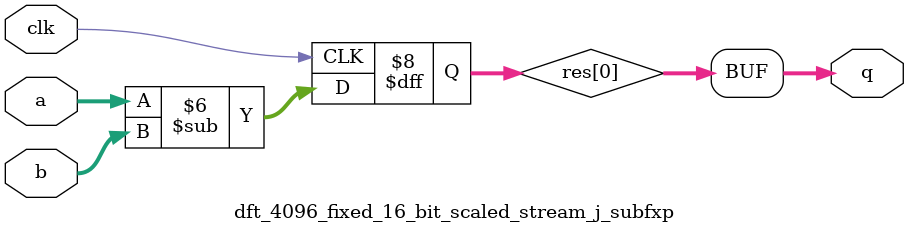
<source format=v>
/*
 * This source file contains a Verilog description of an IP core
 * automatically generated by the SPIRAL HDL Generator.
 *
 * This product includes a hardware design developed by Carnegie Mellon University.
 *
 * Copyright (c) 2005-2011 by Peter A. Milder for the SPIRAL Project,
 * Carnegie Mellon University
 *
 * For more information, see the SPIRAL project website at:
 *   http://www.spiral.net
 *
 * This design is provided for internal, non-commercial research use only
 * and is not for redistribution, with or without modifications.
 * 
 * You may not use the name "Carnegie Mellon University" or derivations
 * thereof to endorse or promote products derived from this software.
 *
 * THE SOFTWARE IS PROVIDED "AS-IS" WITHOUT ANY WARRANTY OF ANY KIND, EITHER
 * EXPRESS, IMPLIED OR STATUTORY, INCLUDING BUT NOT LIMITED TO ANY WARRANTY
 * THAT THE SOFTWARE WILL CONFORM TO SPECIFICATIONS OR BE ERROR-FREE AND ANY
 * IMPLIED WARRANTIES OF MERCHANTABILITY, FITNESS FOR A PARTICULAR PURPOSE,
 * TITLE, OR NON-INFRINGEMENT.  IN NO EVENT SHALL CARNEGIE MELLON UNIVERSITY
 * BE LIABLE FOR ANY DAMAGES, INCLUDING BUT NOT LIMITED TO DIRECT, INDIRECT,
 * SPECIAL OR CONSEQUENTIAL DAMAGES, ARISING OUT OF, RESULTING FROM, OR IN
 * ANY WAY CONNECTED WITH THIS SOFTWARE (WHETHER OR NOT BASED UPON WARRANTY,
 * CONTRACT, TORT OR OTHERWISE).
 *
 */

/* Portions of this design are protected by US Patent no. 8,321,823
 * (assignee: Carnegie Mellon University).
 */


 /*

DFT Size = 4096
direction = forward
data type = 16 bit fixed point, scaled
architecture = fully streaming
radix = 4
streaming width = 4
data ordering = natural input / natural output
BRAM budget = -1

*/

//   Input/output stream: 4 complex words per cycle
//   Throughput: one transform every 1024 cycles
//   Latency: 2877 cycles

//   Resources required:
//     60 multipliers (16 x 16 bit)
//     126 adders (16 x 16 bit)
//     4 RAMs (8 words, 32 bits per word)
//     4 RAMs (128 words, 32 bits per word)
//     12 RAMs (2048 words, 32 bits per word)
//     4 RAMs (32 words, 32 bits per word)
//     4 RAMs (512 words, 32 bits per word)
//     6 ROMs (16 words, 16 bits per word)
//     6 ROMs (1024 words, 16 bits per word)
//     6 ROMs (256 words, 16 bits per word)
//     6 ROMs (64 words, 16 bits per word)

// Generated on Sat Oct 12 14:21:35 EDT 2019

// Latency: 2877 clock cycles
// Throughput: 1 transform every 1024 cycles


// We use an interleaved complex data format.  X0 represents the
// real portion of the first input, and X1 represents the imaginary
// portion.  The X variables are system inputs and the Y variables
// are system outputs.

// The design uses a system of flag signals to indicate the
// beginning of the input and output data streams.  The 'next'
// input (asserted high), is used to instruct the system that the
// input stream will begin on the following cycle.

// This system has a 'gap' of 1024 cycles.  This means that
// 1024 cycles must elapse between the beginning of the input
// vectors.

// The output signal 'next_out' (also asserted high) indicates
// that the output vector will begin streaming out of the system
 // on the following cycle.

// The system has a latency of 2877 cycles.  This means that
// the 'next_out' will be asserted 2877 cycles after the user
// asserts 'next'.

// The simple testbench below will demonstrate the timing for loading
// and unloading data vectors.
// The system reset signal is asserted high.

// Please note: when simulating floating point code, you must include
// Xilinx's DSP slice simulation module.


// Latency: 2877
// Gap: 1024
// module_name_is:dft_top
module dft_4096_fixed_16_bit_scaled_stream_j_dft_top(clk, reset, next, next_out,
   X0, Y0,
   X1, Y1,
   X2, Y2,
   X3, Y3,
   X4, Y4,
   X5, Y5,
   X6, Y6,
   X7, Y7);

   output next_out;
   input clk, reset, next;

   input [15:0] X0,
      X1,
      X2,
      X3,
      X4,
      X5,
      X6,
      X7;

   output [15:0] Y0,
      Y1,
      Y2,
      Y3,
      Y4,
      Y5,
      Y6,
      Y7;

   wire [15:0] t0_0;
   wire [15:0] t0_1;
   wire [15:0] t0_2;
   wire [15:0] t0_3;
   wire [15:0] t0_4;
   wire [15:0] t0_5;
   wire [15:0] t0_6;
   wire [15:0] t0_7;
   wire next_0;
   wire [15:0] t1_0;
   wire [15:0] t1_1;
   wire [15:0] t1_2;
   wire [15:0] t1_3;
   wire [15:0] t1_4;
   wire [15:0] t1_5;
   wire [15:0] t1_6;
   wire [15:0] t1_7;
   wire next_1;
   wire [15:0] t2_0;
   wire [15:0] t2_1;
   wire [15:0] t2_2;
   wire [15:0] t2_3;
   wire [15:0] t2_4;
   wire [15:0] t2_5;
   wire [15:0] t2_6;
   wire [15:0] t2_7;
   wire next_2;
   wire [15:0] t3_0;
   wire [15:0] t3_1;
   wire [15:0] t3_2;
   wire [15:0] t3_3;
   wire [15:0] t3_4;
   wire [15:0] t3_5;
   wire [15:0] t3_6;
   wire [15:0] t3_7;
   wire next_3;
   wire [15:0] t4_0;
   wire [15:0] t4_1;
   wire [15:0] t4_2;
   wire [15:0] t4_3;
   wire [15:0] t4_4;
   wire [15:0] t4_5;
   wire [15:0] t4_6;
   wire [15:0] t4_7;
   wire next_4;
   wire [15:0] t5_0;
   wire [15:0] t5_1;
   wire [15:0] t5_2;
   wire [15:0] t5_3;
   wire [15:0] t5_4;
   wire [15:0] t5_5;
   wire [15:0] t5_6;
   wire [15:0] t5_7;
   wire next_5;
   wire [15:0] t6_0;
   wire [15:0] t6_1;
   wire [15:0] t6_2;
   wire [15:0] t6_3;
   wire [15:0] t6_4;
   wire [15:0] t6_5;
   wire [15:0] t6_6;
   wire [15:0] t6_7;
   wire next_6;
   wire [15:0] t7_0;
   wire [15:0] t7_1;
   wire [15:0] t7_2;
   wire [15:0] t7_3;
   wire [15:0] t7_4;
   wire [15:0] t7_5;
   wire [15:0] t7_6;
   wire [15:0] t7_7;
   wire next_7;
   wire [15:0] t8_0;
   wire [15:0] t8_1;
   wire [15:0] t8_2;
   wire [15:0] t8_3;
   wire [15:0] t8_4;
   wire [15:0] t8_5;
   wire [15:0] t8_6;
   wire [15:0] t8_7;
   wire next_8;
   wire [15:0] t9_0;
   wire [15:0] t9_1;
   wire [15:0] t9_2;
   wire [15:0] t9_3;
   wire [15:0] t9_4;
   wire [15:0] t9_5;
   wire [15:0] t9_6;
   wire [15:0] t9_7;
   wire next_9;
   wire [15:0] t10_0;
   wire [15:0] t10_1;
   wire [15:0] t10_2;
   wire [15:0] t10_3;
   wire [15:0] t10_4;
   wire [15:0] t10_5;
   wire [15:0] t10_6;
   wire [15:0] t10_7;
   wire next_10;
   wire [15:0] t11_0;
   wire [15:0] t11_1;
   wire [15:0] t11_2;
   wire [15:0] t11_3;
   wire [15:0] t11_4;
   wire [15:0] t11_5;
   wire [15:0] t11_6;
   wire [15:0] t11_7;
   wire next_11;
   wire [15:0] t12_0;
   wire [15:0] t12_1;
   wire [15:0] t12_2;
   wire [15:0] t12_3;
   wire [15:0] t12_4;
   wire [15:0] t12_5;
   wire [15:0] t12_6;
   wire [15:0] t12_7;
   wire next_12;
   wire [15:0] t13_0;
   wire [15:0] t13_1;
   wire [15:0] t13_2;
   wire [15:0] t13_3;
   wire [15:0] t13_4;
   wire [15:0] t13_5;
   wire [15:0] t13_6;
   wire [15:0] t13_7;
   wire next_13;
   wire [15:0] t14_0;
   wire [15:0] t14_1;
   wire [15:0] t14_2;
   wire [15:0] t14_3;
   wire [15:0] t14_4;
   wire [15:0] t14_5;
   wire [15:0] t14_6;
   wire [15:0] t14_7;
   wire next_14;
   wire [15:0] t15_0;
   wire [15:0] t15_1;
   wire [15:0] t15_2;
   wire [15:0] t15_3;
   wire [15:0] t15_4;
   wire [15:0] t15_5;
   wire [15:0] t15_6;
   wire [15:0] t15_7;
   wire next_15;
   wire [15:0] t16_0;
   wire [15:0] t16_1;
   wire [15:0] t16_2;
   wire [15:0] t16_3;
   wire [15:0] t16_4;
   wire [15:0] t16_5;
   wire [15:0] t16_6;
   wire [15:0] t16_7;
   wire next_16;
   wire [15:0] t17_0;
   wire [15:0] t17_1;
   wire [15:0] t17_2;
   wire [15:0] t17_3;
   wire [15:0] t17_4;
   wire [15:0] t17_5;
   wire [15:0] t17_6;
   wire [15:0] t17_7;
   wire next_17;
   wire [15:0] t18_0;
   wire [15:0] t18_1;
   wire [15:0] t18_2;
   wire [15:0] t18_3;
   wire [15:0] t18_4;
   wire [15:0] t18_5;
   wire [15:0] t18_6;
   wire [15:0] t18_7;
   wire next_18;
   assign t0_0 = X0;
   assign Y0 = t18_0;
   assign t0_1 = X1;
   assign Y1 = t18_1;
   assign t0_2 = X2;
   assign Y2 = t18_2;
   assign t0_3 = X3;
   assign Y3 = t18_3;
   assign t0_4 = X4;
   assign Y4 = t18_4;
   assign t0_5 = X5;
   assign Y5 = t18_5;
   assign t0_6 = X6;
   assign Y6 = t18_6;
   assign t0_7 = X7;
   assign Y7 = t18_7;
   assign next_0 = next;
   assign next_out = next_18;

// latency=998, gap=1024
dft_4096_fixed_16_bit_scaled_stream_j_rc94835 stage0(.clk(clk), .reset(reset), .next(next_0), .next_out(next_1),
    .X0(t0_0), .Y0(t1_0),
    .X1(t0_1), .Y1(t1_1),
    .X2(t0_2), .Y2(t1_2),
    .X3(t0_3), .Y3(t1_3),
    .X4(t0_4), .Y4(t1_4),
    .X5(t0_5), .Y5(t1_5),
    .X6(t0_6), .Y6(t1_6),
    .X7(t0_7), .Y7(t1_7));


// latency=3, gap=1024
dft_4096_fixed_16_bit_scaled_stream_j_codeBlock94837 stage1(.clk(clk), .reset(reset), .next_in(next_1), .next_out(next_2),
       .X0_in(t1_0), .Y0(t2_0),
       .X1_in(t1_1), .Y1(t2_1),
       .X2_in(t1_2), .Y2(t2_2),
       .X3_in(t1_3), .Y3(t2_3),
       .X4_in(t1_4), .Y4(t2_4),
       .X5_in(t1_5), .Y5(t2_5),
       .X6_in(t1_6), .Y6(t2_6),
       .X7_in(t1_7), .Y7(t2_7));


// latency=8, gap=1024
dft_4096_fixed_16_bit_scaled_stream_j_rc95050 stage2(.clk(clk), .reset(reset), .next(next_2), .next_out(next_3),
    .X0(t2_0), .Y0(t3_0),
    .X1(t2_1), .Y1(t3_1),
    .X2(t2_2), .Y2(t3_2),
    .X3(t2_3), .Y3(t3_3),
    .X4(t2_4), .Y4(t3_4),
    .X5(t2_5), .Y5(t3_5),
    .X6(t2_6), .Y6(t3_6),
    .X7(t2_7), .Y7(t3_7));


// latency=8, gap=1024
dft_4096_fixed_16_bit_scaled_stream_j_DirSum_95423 stage3(.next(next_3), .clk(clk), .reset(reset), .next_out(next_4),
       .X0(t3_0), .Y0(t4_0),
       .X1(t3_1), .Y1(t4_1),
       .X2(t3_2), .Y2(t4_2),
       .X3(t3_3), .Y3(t4_3),
       .X4(t3_4), .Y4(t4_4),
       .X5(t3_5), .Y5(t4_5),
       .X6(t3_6), .Y6(t4_6),
       .X7(t3_7), .Y7(t4_7));


// latency=3, gap=1024
dft_4096_fixed_16_bit_scaled_stream_j_codeBlock95426 stage4(.clk(clk), .reset(reset), .next_in(next_4), .next_out(next_5),
       .X0_in(t4_0), .Y0(t5_0),
       .X1_in(t4_1), .Y1(t5_1),
       .X2_in(t4_2), .Y2(t5_2),
       .X3_in(t4_3), .Y3(t5_3),
       .X4_in(t4_4), .Y4(t5_4),
       .X5_in(t4_5), .Y5(t5_5),
       .X6_in(t4_6), .Y6(t5_6),
       .X7_in(t4_7), .Y7(t5_7));


// latency=17, gap=1024
dft_4096_fixed_16_bit_scaled_stream_j_rc95639 stage5(.clk(clk), .reset(reset), .next(next_5), .next_out(next_6),
    .X0(t5_0), .Y0(t6_0),
    .X1(t5_1), .Y1(t6_1),
    .X2(t5_2), .Y2(t6_2),
    .X3(t5_3), .Y3(t6_3),
    .X4(t5_4), .Y4(t6_4),
    .X5(t5_5), .Y5(t6_5),
    .X6(t5_6), .Y6(t6_6),
    .X7(t5_7), .Y7(t6_7));


// latency=8, gap=1024
dft_4096_fixed_16_bit_scaled_stream_j_DirSum_96108 stage6(.next(next_6), .clk(clk), .reset(reset), .next_out(next_7),
       .X0(t6_0), .Y0(t7_0),
       .X1(t6_1), .Y1(t7_1),
       .X2(t6_2), .Y2(t7_2),
       .X3(t6_3), .Y3(t7_3),
       .X4(t6_4), .Y4(t7_4),
       .X5(t6_5), .Y5(t7_5),
       .X6(t6_6), .Y6(t7_6),
       .X7(t6_7), .Y7(t7_7));


// latency=3, gap=1024
dft_4096_fixed_16_bit_scaled_stream_j_codeBlock96111 stage7(.clk(clk), .reset(reset), .next_in(next_7), .next_out(next_8),
       .X0_in(t7_0), .Y0(t8_0),
       .X1_in(t7_1), .Y1(t8_1),
       .X2_in(t7_2), .Y2(t8_2),
       .X3_in(t7_3), .Y3(t8_3),
       .X4_in(t7_4), .Y4(t8_4),
       .X5_in(t7_5), .Y5(t8_5),
       .X6_in(t7_6), .Y6(t8_6),
       .X7_in(t7_7), .Y7(t8_7));


// latency=53, gap=1024
dft_4096_fixed_16_bit_scaled_stream_j_rc96324 stage8(.clk(clk), .reset(reset), .next(next_8), .next_out(next_9),
    .X0(t8_0), .Y0(t9_0),
    .X1(t8_1), .Y1(t9_1),
    .X2(t8_2), .Y2(t9_2),
    .X3(t8_3), .Y3(t9_3),
    .X4(t8_4), .Y4(t9_4),
    .X5(t8_5), .Y5(t9_5),
    .X6(t8_6), .Y6(t9_6),
    .X7(t8_7), .Y7(t9_7));


// latency=8, gap=1024
dft_4096_fixed_16_bit_scaled_stream_j_DirSum_97177 stage9(.next(next_9), .clk(clk), .reset(reset), .next_out(next_10),
       .X0(t9_0), .Y0(t10_0),
       .X1(t9_1), .Y1(t10_1),
       .X2(t9_2), .Y2(t10_2),
       .X3(t9_3), .Y3(t10_3),
       .X4(t9_4), .Y4(t10_4),
       .X5(t9_5), .Y5(t10_5),
       .X6(t9_6), .Y6(t10_6),
       .X7(t9_7), .Y7(t10_7));


// latency=3, gap=1024
dft_4096_fixed_16_bit_scaled_stream_j_codeBlock97180 stage10(.clk(clk), .reset(reset), .next_in(next_10), .next_out(next_11),
       .X0_in(t10_0), .Y0(t11_0),
       .X1_in(t10_1), .Y1(t11_1),
       .X2_in(t10_2), .Y2(t11_2),
       .X3_in(t10_3), .Y3(t11_3),
       .X4_in(t10_4), .Y4(t11_4),
       .X5_in(t10_5), .Y5(t11_5),
       .X6_in(t10_6), .Y6(t11_6),
       .X7_in(t10_7), .Y7(t11_7));


// latency=197, gap=1024
dft_4096_fixed_16_bit_scaled_stream_j_rc97393 stage11(.clk(clk), .reset(reset), .next(next_11), .next_out(next_12),
    .X0(t11_0), .Y0(t12_0),
    .X1(t11_1), .Y1(t12_1),
    .X2(t11_2), .Y2(t12_2),
    .X3(t11_3), .Y3(t12_3),
    .X4(t11_4), .Y4(t12_4),
    .X5(t11_5), .Y5(t12_5),
    .X6(t11_6), .Y6(t12_6),
    .X7(t11_7), .Y7(t12_7));


// latency=8, gap=1024
dft_4096_fixed_16_bit_scaled_stream_j_DirSum_99782 stage12(.next(next_12), .clk(clk), .reset(reset), .next_out(next_13),
       .X0(t12_0), .Y0(t13_0),
       .X1(t12_1), .Y1(t13_1),
       .X2(t12_2), .Y2(t13_2),
       .X3(t12_3), .Y3(t13_3),
       .X4(t12_4), .Y4(t13_4),
       .X5(t12_5), .Y5(t13_5),
       .X6(t12_6), .Y6(t13_6),
       .X7(t12_7), .Y7(t13_7));


// latency=3, gap=1024
dft_4096_fixed_16_bit_scaled_stream_j_codeBlock99785 stage13(.clk(clk), .reset(reset), .next_in(next_13), .next_out(next_14),
       .X0_in(t13_0), .Y0(t14_0),
       .X1_in(t13_1), .Y1(t14_1),
       .X2_in(t13_2), .Y2(t14_2),
       .X3_in(t13_3), .Y3(t14_3),
       .X4_in(t13_4), .Y4(t14_4),
       .X5_in(t13_5), .Y5(t14_5),
       .X6_in(t13_6), .Y6(t14_6),
       .X7_in(t13_7), .Y7(t14_7));


// latency=773, gap=1024
dft_4096_fixed_16_bit_scaled_stream_j_rc99998 stage14(.clk(clk), .reset(reset), .next(next_14), .next_out(next_15),
    .X0(t14_0), .Y0(t15_0),
    .X1(t14_1), .Y1(t15_1),
    .X2(t14_2), .Y2(t15_2),
    .X3(t14_3), .Y3(t15_3),
    .X4(t14_4), .Y4(t15_4),
    .X5(t14_5), .Y5(t15_5),
    .X6(t14_6), .Y6(t15_6),
    .X7(t14_7), .Y7(t15_7));


// latency=8, gap=1024
dft_4096_fixed_16_bit_scaled_stream_j_DirSum_108530 stage15(.next(next_15), .clk(clk), .reset(reset), .next_out(next_16),
       .X0(t15_0), .Y0(t16_0),
       .X1(t15_1), .Y1(t16_1),
       .X2(t15_2), .Y2(t16_2),
       .X3(t15_3), .Y3(t16_3),
       .X4(t15_4), .Y4(t16_4),
       .X5(t15_5), .Y5(t16_5),
       .X6(t15_6), .Y6(t16_6),
       .X7(t15_7), .Y7(t16_7));


// latency=3, gap=1024
dft_4096_fixed_16_bit_scaled_stream_j_codeBlock108533 stage16(.clk(clk), .reset(reset), .next_in(next_16), .next_out(next_17),
       .X0_in(t16_0), .Y0(t17_0),
       .X1_in(t16_1), .Y1(t17_1),
       .X2_in(t16_2), .Y2(t17_2),
       .X3_in(t16_3), .Y3(t17_3),
       .X4_in(t16_4), .Y4(t17_4),
       .X5_in(t16_5), .Y5(t17_5),
       .X6_in(t16_6), .Y6(t17_6),
       .X7_in(t16_7), .Y7(t17_7));


// latency=773, gap=1024
dft_4096_fixed_16_bit_scaled_stream_j_rc108746 stage17(.clk(clk), .reset(reset), .next(next_17), .next_out(next_18),
    .X0(t17_0), .Y0(t18_0),
    .X1(t17_1), .Y1(t18_1),
    .X2(t17_2), .Y2(t18_2),
    .X3(t17_3), .Y3(t18_3),
    .X4(t17_4), .Y4(t18_4),
    .X5(t17_5), .Y5(t18_5),
    .X6(t17_6), .Y6(t18_6),
    .X7(t17_7), .Y7(t18_7));


endmodule

// Latency: 998
// Gap: 1024
module dft_4096_fixed_16_bit_scaled_stream_j_rc94835(clk, reset, next, next_out,
   X0, Y0,
   X1, Y1,
   X2, Y2,
   X3, Y3,
   X4, Y4,
   X5, Y5,
   X6, Y6,
   X7, Y7);

   output next_out;
   input clk, reset, next;

   input [15:0] X0,
      X1,
      X2,
      X3,
      X4,
      X5,
      X6,
      X7;

   output [15:0] Y0,
      Y1,
      Y2,
      Y3,
      Y4,
      Y5,
      Y6,
      Y7;

   wire [31:0] t0;
   wire [31:0] s0;
   assign t0 = {X0, X1};
   wire [31:0] t1;
   wire [31:0] s1;
   assign t1 = {X2, X3};
   wire [31:0] t2;
   wire [31:0] s2;
   assign t2 = {X4, X5};
   wire [31:0] t3;
   wire [31:0] s3;
   assign t3 = {X6, X7};
   assign Y0 = s0[31:16];
   assign Y1 = s0[15:0];
   assign Y2 = s1[31:16];
   assign Y3 = s1[15:0];
   assign Y4 = s2[31:16];
   assign Y5 = s2[15:0];
   assign Y6 = s3[31:16];
   assign Y7 = s3[15:0];

dft_4096_fixed_16_bit_scaled_stream_j_perm94833 instPerm110723(.x0(t0), .y0(s0),
    .x1(t1), .y1(s1),
    .x2(t2), .y2(s2),
    .x3(t3), .y3(s3),
   .clk(clk), .next(next), .next_out(next_out), .reset(reset)
);



endmodule

// Latency: 998
// Gap: 1024
module dft_4096_fixed_16_bit_scaled_stream_j_perm94833(clk, next, reset, next_out,
   x0, y0,
   x1, y1,
   x2, y2,
   x3, y3);
   parameter numBanks = 4;
   parameter logBanks = 2;
   parameter depth = 1024;
   parameter logDepth = 10;
   parameter width = 32;

   input [width-1:0]  x0;
   output [width-1:0]  y0;
   wire [width-1:0]  ybuff0;
   input [width-1:0]  x1;
   output [width-1:0]  y1;
   wire [width-1:0]  ybuff1;
   input [width-1:0]  x2;
   output [width-1:0]  y2;
   wire [width-1:0]  ybuff2;
   input [width-1:0]  x3;
   output [width-1:0]  y3;
   wire [width-1:0]  ybuff3;
   input 	      clk, next, reset;
   output 	     next_out;

   wire    	     next0;

   reg              inFlip0, outFlip0;
   reg              inActive, outActive;

   wire [logBanks-1:0] inBank0, outBank0;
   wire [logDepth-1:0] inAddr0, outAddr0;
   wire [logBanks-1:0] outBank_a0;
   wire [logDepth-1:0] outAddr_a0;
   wire [logDepth+logBanks-1:0] addr0, addr0b, addr0c;
   wire [logBanks-1:0] inBank1, outBank1;
   wire [logDepth-1:0] inAddr1, outAddr1;
   wire [logBanks-1:0] outBank_a1;
   wire [logDepth-1:0] outAddr_a1;
   wire [logDepth+logBanks-1:0] addr1, addr1b, addr1c;
   wire [logBanks-1:0] inBank2, outBank2;
   wire [logDepth-1:0] inAddr2, outAddr2;
   wire [logBanks-1:0] outBank_a2;
   wire [logDepth-1:0] outAddr_a2;
   wire [logDepth+logBanks-1:0] addr2, addr2b, addr2c;
   wire [logBanks-1:0] inBank3, outBank3;
   wire [logDepth-1:0] inAddr3, outAddr3;
   wire [logBanks-1:0] outBank_a3;
   wire [logDepth-1:0] outAddr_a3;
   wire [logDepth+logBanks-1:0] addr3, addr3b, addr3c;


   reg [logDepth-1:0]  inCount, outCount, outCount_d, outCount_dd, outCount_for_rd_addr, outCount_for_rd_data;  

   assign    addr0 = {inCount, 2'd0};
   assign    addr0b = {outCount, 2'd0};
   assign    addr0c = {outCount_for_rd_addr, 2'd0};
   assign    addr1 = {inCount, 2'd1};
   assign    addr1b = {outCount, 2'd1};
   assign    addr1c = {outCount_for_rd_addr, 2'd1};
   assign    addr2 = {inCount, 2'd2};
   assign    addr2b = {outCount, 2'd2};
   assign    addr2c = {outCount_for_rd_addr, 2'd2};
   assign    addr3 = {inCount, 2'd3};
   assign    addr3b = {outCount, 2'd3};
   assign    addr3c = {outCount_for_rd_addr, 2'd3};
    wire [width+logDepth-1:0] w_0_0, w_0_1, w_0_2, w_0_3, w_1_0, w_1_1, w_1_2, w_1_3, w_2_0, w_2_1, w_2_2, w_2_3;

    reg [width-1:0] z_0_0;
    reg [width-1:0] z_0_1;
    reg [width-1:0] z_0_2;
    reg [width-1:0] z_0_3;
    wire [width-1:0] z_1_0, z_1_1, z_1_2, z_1_3, z_2_0, z_2_1, z_2_2, z_2_3;

    wire [logDepth-1:0] u_0_0, u_0_1, u_0_2, u_0_3, u_1_0, u_1_1, u_1_2, u_1_3, u_2_0, u_2_1, u_2_2, u_2_3;

    reg inFlip1, outFlip1;
    always @(posedge clk) begin
        inFlip1 <= inFlip0;
        outFlip1 <= outFlip0;
    end

   assign inBank0[0] = addr0[10] ^ addr0[0];
   assign inBank0[1] = addr0[11] ^ addr0[1];
   assign inAddr0[0] = addr0[8];
   assign inAddr0[1] = addr0[9];
   assign inAddr0[2] = addr0[6];
   assign inAddr0[3] = addr0[7];
   assign inAddr0[4] = addr0[4];
   assign inAddr0[5] = addr0[5];
   assign inAddr0[6] = addr0[2];
   assign inAddr0[7] = addr0[3];
   assign inAddr0[8] = addr0[0];
   assign inAddr0[9] = addr0[1];
   assign outBank0[0] = addr0b[10] ^ addr0b[0];
   assign outBank0[1] = addr0b[11] ^ addr0b[1];
   assign outAddr0[0] = addr0b[2];
   assign outAddr0[1] = addr0b[3];
   assign outAddr0[2] = addr0b[4];
   assign outAddr0[3] = addr0b[5];
   assign outAddr0[4] = addr0b[6];
   assign outAddr0[5] = addr0b[7];
   assign outAddr0[6] = addr0b[8];
   assign outAddr0[7] = addr0b[9];
   assign outAddr0[8] = addr0b[10];
   assign outAddr0[9] = addr0b[11];
   assign outBank_a0[0] = addr0c[10] ^ addr0c[0];
   assign outBank_a0[1] = addr0c[11] ^ addr0c[1];
   assign outAddr_a0[0] = addr0c[2];
   assign outAddr_a0[1] = addr0c[3];
   assign outAddr_a0[2] = addr0c[4];
   assign outAddr_a0[3] = addr0c[5];
   assign outAddr_a0[4] = addr0c[6];
   assign outAddr_a0[5] = addr0c[7];
   assign outAddr_a0[6] = addr0c[8];
   assign outAddr_a0[7] = addr0c[9];
   assign outAddr_a0[8] = addr0c[10];
   assign outAddr_a0[9] = addr0c[11];

   assign inBank1[0] = addr1[10] ^ addr1[0];
   assign inBank1[1] = addr1[11] ^ addr1[1];
   assign inAddr1[0] = addr1[8];
   assign inAddr1[1] = addr1[9];
   assign inAddr1[2] = addr1[6];
   assign inAddr1[3] = addr1[7];
   assign inAddr1[4] = addr1[4];
   assign inAddr1[5] = addr1[5];
   assign inAddr1[6] = addr1[2];
   assign inAddr1[7] = addr1[3];
   assign inAddr1[8] = addr1[0];
   assign inAddr1[9] = addr1[1];
   assign outBank1[0] = addr1b[10] ^ addr1b[0];
   assign outBank1[1] = addr1b[11] ^ addr1b[1];
   assign outAddr1[0] = addr1b[2];
   assign outAddr1[1] = addr1b[3];
   assign outAddr1[2] = addr1b[4];
   assign outAddr1[3] = addr1b[5];
   assign outAddr1[4] = addr1b[6];
   assign outAddr1[5] = addr1b[7];
   assign outAddr1[6] = addr1b[8];
   assign outAddr1[7] = addr1b[9];
   assign outAddr1[8] = addr1b[10];
   assign outAddr1[9] = addr1b[11];
   assign outBank_a1[0] = addr1c[10] ^ addr1c[0];
   assign outBank_a1[1] = addr1c[11] ^ addr1c[1];
   assign outAddr_a1[0] = addr1c[2];
   assign outAddr_a1[1] = addr1c[3];
   assign outAddr_a1[2] = addr1c[4];
   assign outAddr_a1[3] = addr1c[5];
   assign outAddr_a1[4] = addr1c[6];
   assign outAddr_a1[5] = addr1c[7];
   assign outAddr_a1[6] = addr1c[8];
   assign outAddr_a1[7] = addr1c[9];
   assign outAddr_a1[8] = addr1c[10];
   assign outAddr_a1[9] = addr1c[11];

   assign inBank2[0] = addr2[10] ^ addr2[0];
   assign inBank2[1] = addr2[11] ^ addr2[1];
   assign inAddr2[0] = addr2[8];
   assign inAddr2[1] = addr2[9];
   assign inAddr2[2] = addr2[6];
   assign inAddr2[3] = addr2[7];
   assign inAddr2[4] = addr2[4];
   assign inAddr2[5] = addr2[5];
   assign inAddr2[6] = addr2[2];
   assign inAddr2[7] = addr2[3];
   assign inAddr2[8] = addr2[0];
   assign inAddr2[9] = addr2[1];
   assign outBank2[0] = addr2b[10] ^ addr2b[0];
   assign outBank2[1] = addr2b[11] ^ addr2b[1];
   assign outAddr2[0] = addr2b[2];
   assign outAddr2[1] = addr2b[3];
   assign outAddr2[2] = addr2b[4];
   assign outAddr2[3] = addr2b[5];
   assign outAddr2[4] = addr2b[6];
   assign outAddr2[5] = addr2b[7];
   assign outAddr2[6] = addr2b[8];
   assign outAddr2[7] = addr2b[9];
   assign outAddr2[8] = addr2b[10];
   assign outAddr2[9] = addr2b[11];
   assign outBank_a2[0] = addr2c[10] ^ addr2c[0];
   assign outBank_a2[1] = addr2c[11] ^ addr2c[1];
   assign outAddr_a2[0] = addr2c[2];
   assign outAddr_a2[1] = addr2c[3];
   assign outAddr_a2[2] = addr2c[4];
   assign outAddr_a2[3] = addr2c[5];
   assign outAddr_a2[4] = addr2c[6];
   assign outAddr_a2[5] = addr2c[7];
   assign outAddr_a2[6] = addr2c[8];
   assign outAddr_a2[7] = addr2c[9];
   assign outAddr_a2[8] = addr2c[10];
   assign outAddr_a2[9] = addr2c[11];

   assign inBank3[0] = addr3[10] ^ addr3[0];
   assign inBank3[1] = addr3[11] ^ addr3[1];
   assign inAddr3[0] = addr3[8];
   assign inAddr3[1] = addr3[9];
   assign inAddr3[2] = addr3[6];
   assign inAddr3[3] = addr3[7];
   assign inAddr3[4] = addr3[4];
   assign inAddr3[5] = addr3[5];
   assign inAddr3[6] = addr3[2];
   assign inAddr3[7] = addr3[3];
   assign inAddr3[8] = addr3[0];
   assign inAddr3[9] = addr3[1];
   assign outBank3[0] = addr3b[10] ^ addr3b[0];
   assign outBank3[1] = addr3b[11] ^ addr3b[1];
   assign outAddr3[0] = addr3b[2];
   assign outAddr3[1] = addr3b[3];
   assign outAddr3[2] = addr3b[4];
   assign outAddr3[3] = addr3b[5];
   assign outAddr3[4] = addr3b[6];
   assign outAddr3[5] = addr3b[7];
   assign outAddr3[6] = addr3b[8];
   assign outAddr3[7] = addr3b[9];
   assign outAddr3[8] = addr3b[10];
   assign outAddr3[9] = addr3b[11];
   assign outBank_a3[0] = addr3c[10] ^ addr3c[0];
   assign outBank_a3[1] = addr3c[11] ^ addr3c[1];
   assign outAddr_a3[0] = addr3c[2];
   assign outAddr_a3[1] = addr3c[3];
   assign outAddr_a3[2] = addr3c[4];
   assign outAddr_a3[3] = addr3c[5];
   assign outAddr_a3[4] = addr3c[6];
   assign outAddr_a3[5] = addr3c[7];
   assign outAddr_a3[6] = addr3c[8];
   assign outAddr_a3[7] = addr3c[9];
   assign outAddr_a3[8] = addr3c[10];
   assign outAddr_a3[9] = addr3c[11];

dft_4096_fixed_16_bit_scaled_stream_j_nextReg #(994, 10) nextReg_110728(.X(next), .Y(next0), .reset(reset), .clk(clk));


dft_4096_fixed_16_bit_scaled_stream_j_shiftRegFIFO #(4, 1) shiftFIFO_110731(.X(next0), .Y(next_out), .clk(clk));


dft_4096_fixed_16_bit_scaled_stream_j_memArray4096_94833 #(numBanks, logBanks, depth, logDepth, width)
     memSys(.inFlip(inFlip1), .outFlip(outFlip1), .next(next), .reset(reset),
        .x0(w_2_0[width+logDepth-1:logDepth]), .y0(ybuff0),
        .inAddr0(w_2_0[logDepth-1:0]),
        .outAddr0(u_2_0), 
        .x1(w_2_1[width+logDepth-1:logDepth]), .y1(ybuff1),
        .inAddr1(w_2_1[logDepth-1:0]),
        .outAddr1(u_2_1), 
        .x2(w_2_2[width+logDepth-1:logDepth]), .y2(ybuff2),
        .inAddr2(w_2_2[logDepth-1:0]),
        .outAddr2(u_2_2), 
        .x3(w_2_3[width+logDepth-1:logDepth]), .y3(ybuff3),
        .inAddr3(w_2_3[logDepth-1:0]),
        .outAddr3(u_2_3), 
        .clk(clk));

   always @(posedge clk) begin
      if (reset == 1) begin
      z_0_0 <= 0;
      z_0_1 <= 0;
      z_0_2 <= 0;
      z_0_3 <= 0;
         inFlip0 <= 0; outFlip0 <= 1; outCount <= 0; inCount <= 0;
        outCount_for_rd_addr <= 0;
        outCount_for_rd_data <= 0;
      end
      else begin
          outCount_d <= outCount;
          outCount_dd <= outCount_d;
         if (inCount == 993)
            outCount_for_rd_addr <= 0;
         else
            outCount_for_rd_addr <= outCount_for_rd_addr+1;
         if (inCount == 996)
            outCount_for_rd_data <= 0;
         else
            outCount_for_rd_data <= outCount_for_rd_data+1;
      z_0_0 <= ybuff0;
      z_0_1 <= ybuff1;
      z_0_2 <= ybuff2;
      z_0_3 <= ybuff3;
         if (inCount == 993) begin
            outFlip0 <= ~outFlip0;
            outCount <= 0;
         end
         else
            outCount <= outCount+1;
         if (inCount == 1023) begin
            inFlip0 <= ~inFlip0;
         end
         if (next == 1) begin
            if (inCount >= 993)
               inFlip0 <= ~inFlip0;
            inCount <= 0;
         end
         else
            inCount <= inCount + 1;
      end
   end
    assign w_0_0 = {x0, inAddr0};
    assign w_0_1 = {x1, inAddr1};
    assign w_0_2 = {x2, inAddr2};
    assign w_0_3 = {x3, inAddr3};
    assign y0 = z_2_0;
    assign y1 = z_2_1;
    assign y2 = z_2_2;
    assign y3 = z_2_3;
    assign u_0_0 = outAddr_a0;
    assign u_0_1 = outAddr_a1;
    assign u_0_2 = outAddr_a2;
    assign u_0_3 = outAddr_a3;
    wire wr_ctrl_st_0;
    assign wr_ctrl_st_0 = inCount[9];

dft_4096_fixed_16_bit_scaled_stream_j_switch #(logDepth+width) in_sw_0_0(.x0(w_0_0), .x1(w_0_2), .y0(w_1_0), .y1(w_1_2), .ctrl(wr_ctrl_st_0));
dft_4096_fixed_16_bit_scaled_stream_j_switch #(logDepth+width) in_sw_0_1(.x0(w_0_1), .x1(w_0_3), .y0(w_1_1), .y1(w_1_3), .ctrl(wr_ctrl_st_0));
    reg [width+logDepth-1:0] w_1_0_pipe;
    reg [width+logDepth-1:0] w_1_1_pipe;
    reg [width+logDepth-1:0] w_1_2_pipe;
    reg [width+logDepth-1:0] w_1_3_pipe;

    always @(posedge clk) begin
        w_1_0_pipe <= w_1_0;
        w_1_1_pipe <= w_1_1;
        w_1_2_pipe <= w_1_2;
        w_1_3_pipe <= w_1_3;
    end

    wire wr_ctrl_st_1;
    reg wr_ctrl_st_1_1;
    always @(posedge clk) begin
        wr_ctrl_st_1_1 <= inCount[8];
    end
    assign wr_ctrl_st_1 = wr_ctrl_st_1_1;

dft_4096_fixed_16_bit_scaled_stream_j_switch #(logDepth+width) in_sw_1_0(.x0(w_1_0_pipe), .x1(w_1_1_pipe), .y0(w_2_0), .y1(w_2_1), .ctrl(wr_ctrl_st_1));
dft_4096_fixed_16_bit_scaled_stream_j_switch #(logDepth+width) in_sw_1_1(.x0(w_1_2_pipe), .x1(w_1_3_pipe), .y0(w_2_2), .y1(w_2_3), .ctrl(wr_ctrl_st_1));
    wire rdd_ctrl_st_0;
    assign rdd_ctrl_st_0 = outCount_for_rd_data[9];

dft_4096_fixed_16_bit_scaled_stream_j_switch #(width) out_sw_0_0(.x0(z_0_0), .x1(z_0_2), .y0(z_1_0), .y1(z_1_2), .ctrl(rdd_ctrl_st_0));
dft_4096_fixed_16_bit_scaled_stream_j_switch #(width) out_sw_0_1(.x0(z_0_1), .x1(z_0_3), .y0(z_1_1), .y1(z_1_3), .ctrl(rdd_ctrl_st_0));
    reg [width-1:0] z_1_0_pipe;
    reg [width-1:0] z_1_1_pipe;
    reg [width-1:0] z_1_2_pipe;
    reg [width-1:0] z_1_3_pipe;

    always @(posedge clk) begin
        z_1_0_pipe <= z_1_0;
        z_1_1_pipe <= z_1_1;
        z_1_2_pipe <= z_1_2;
        z_1_3_pipe <= z_1_3;
    end

    wire rdd_ctrl_st_1;
    reg rdd_ctrl_st_1_1;
    always @(posedge clk) begin
        rdd_ctrl_st_1_1 <= outCount_for_rd_data[8];

    end
    assign rdd_ctrl_st_1 = rdd_ctrl_st_1_1;

dft_4096_fixed_16_bit_scaled_stream_j_switch #(width) out_sw_1_0(.x0(z_1_0_pipe), .x1(z_1_1_pipe), .y0(z_2_0), .y1(z_2_1), .ctrl(rdd_ctrl_st_1));
dft_4096_fixed_16_bit_scaled_stream_j_switch #(width) out_sw_1_1(.x0(z_1_2_pipe), .x1(z_1_3_pipe), .y0(z_2_2), .y1(z_2_3), .ctrl(rdd_ctrl_st_1));
    wire rda_ctrl_st_0;
    assign rda_ctrl_st_0 = outCount_for_rd_addr[9];

dft_4096_fixed_16_bit_scaled_stream_j_switch #(logDepth) rdaddr_sw_0_0(.x0(u_0_0), .x1(u_0_2), .y0(u_1_0), .y1(u_1_2), .ctrl(rda_ctrl_st_0));
dft_4096_fixed_16_bit_scaled_stream_j_switch #(logDepth) rdaddr_sw_0_1(.x0(u_0_1), .x1(u_0_3), .y0(u_1_1), .y1(u_1_3), .ctrl(rda_ctrl_st_0));
    reg [logDepth-1:0] u_1_0_pipe;
    reg [logDepth-1:0] u_1_1_pipe;
    reg [logDepth-1:0] u_1_2_pipe;
    reg [logDepth-1:0] u_1_3_pipe;

    always @(posedge clk) begin
        u_1_0_pipe <= u_1_0;
        u_1_1_pipe <= u_1_1;
        u_1_2_pipe <= u_1_2;
        u_1_3_pipe <= u_1_3;
    end

    wire rda_ctrl_st_1;
    reg rda_ctrl_st_1_1;
    always @(posedge clk) begin
        rda_ctrl_st_1_1 <= outCount_for_rd_addr[8];

    end
    assign rda_ctrl_st_1 = rda_ctrl_st_1_1;

dft_4096_fixed_16_bit_scaled_stream_j_switch #(logDepth) rdaddr_sw_1_0(.x0(u_1_0_pipe), .x1(u_1_1_pipe), .y0(u_2_0), .y1(u_2_1), .ctrl(rda_ctrl_st_1));
dft_4096_fixed_16_bit_scaled_stream_j_switch #(logDepth) rdaddr_sw_1_1(.x0(u_1_2_pipe), .x1(u_1_3_pipe), .y0(u_2_2), .y1(u_2_3), .ctrl(rda_ctrl_st_1));
endmodule

module dft_4096_fixed_16_bit_scaled_stream_j_memArray4096_94833(next, reset,
                x0, y0,
                inAddr0,
                outAddr0,
                x1, y1,
                inAddr1,
                outAddr1,
                x2, y2,
                inAddr2,
                outAddr2,
                x3, y3,
                inAddr3,
                outAddr3,
                clk, inFlip, outFlip);

   parameter numBanks = 4;
   parameter logBanks = 2;
   parameter depth = 1024;
   parameter logDepth = 10;
   parameter width = 32;

   input     clk, next, reset;
   input    inFlip, outFlip;
   wire    next0;

   input [width-1:0]   x0;
   output [width-1:0]  y0;
   input [logDepth-1:0] inAddr0, outAddr0;
   input [width-1:0]   x1;
   output [width-1:0]  y1;
   input [logDepth-1:0] inAddr1, outAddr1;
   input [width-1:0]   x2;
   output [width-1:0]  y2;
   input [logDepth-1:0] inAddr2, outAddr2;
   input [width-1:0]   x3;
   output [width-1:0]  y3;
   input [logDepth-1:0] inAddr3, outAddr3;
dft_4096_fixed_16_bit_scaled_stream_j_nextReg #(1024, 10) nextReg_110736(.X(next), .Y(next0), .reset(reset), .clk(clk));


dft_4096_fixed_16_bit_scaled_stream_j_memMod #(depth*2, width, logDepth+1)
     memMod0(.in(x0), .out(y0), .inAddr({inFlip, inAddr0}),
	   .outAddr({outFlip, outAddr0}), .writeSel(1'b1), .clk(clk));   
dft_4096_fixed_16_bit_scaled_stream_j_memMod #(depth*2, width, logDepth+1)
     memMod1(.in(x1), .out(y1), .inAddr({inFlip, inAddr1}),
	   .outAddr({outFlip, outAddr1}), .writeSel(1'b1), .clk(clk));   
dft_4096_fixed_16_bit_scaled_stream_j_memMod #(depth*2, width, logDepth+1)
     memMod2(.in(x2), .out(y2), .inAddr({inFlip, inAddr2}),
	   .outAddr({outFlip, outAddr2}), .writeSel(1'b1), .clk(clk));   
dft_4096_fixed_16_bit_scaled_stream_j_memMod #(depth*2, width, logDepth+1)
     memMod3(.in(x3), .out(y3), .inAddr({inFlip, inAddr3}),
	   .outAddr({outFlip, outAddr3}), .writeSel(1'b1), .clk(clk));   
endmodule

module dft_4096_fixed_16_bit_scaled_stream_j_nextReg(X, Y, reset, clk);
   parameter depth=2, logDepth=1;

   output Y;
   input X;
   input              clk, reset;
   reg [logDepth:0] count;
   reg                active;

   assign Y = (count == depth) ? 1 : 0;

   always @ (posedge clk) begin
      if (reset == 1) begin
         count <= 0;
         active <= 0;
      end
      else if (X == 1) begin
         active <= 1;
         count <= 1;
      end
      else if (count == depth) begin
         count <= 0;
         active <= 0;
      end
      else if (active)
         count <= count+1;
   end
endmodule


module dft_4096_fixed_16_bit_scaled_stream_j_memMod(in, out, inAddr, outAddr, writeSel, clk);

   parameter depth=1024, width=16, logDepth=10;

   input [width-1:0]    in;
   input [logDepth-1:0] inAddr, outAddr;
   input 	        writeSel, clk;
   output [width-1:0] 	out;
   reg [width-1:0] 	out;

   // synthesis attribute ram_style of mem is block

   reg [width-1:0] 	mem[depth-1:0]; 

   always @(posedge clk) begin
      out <= mem[outAddr];

      if (writeSel)
        mem[inAddr] <= in;
   end
endmodule 



module dft_4096_fixed_16_bit_scaled_stream_j_memMod_dist(in, out, inAddr, outAddr, writeSel, clk);

   parameter depth=1024, width=16, logDepth=10;

   input [width-1:0]    in;
   input [logDepth-1:0] inAddr, outAddr;
   input 	        writeSel, clk;
   output [width-1:0] 	out;
   reg [width-1:0] 	out;

   // synthesis attribute ram_style of mem is distributed

   reg [width-1:0] 	mem[depth-1:0]; 

   always @(posedge clk) begin
      out <= mem[outAddr];

      if (writeSel)
        mem[inAddr] <= in;
   end
endmodule 

module dft_4096_fixed_16_bit_scaled_stream_j_switch(ctrl, x0, x1, y0, y1);
    parameter width = 16;
    input [width-1:0] x0, x1;
    output [width-1:0] y0, y1;
    input ctrl;
    assign y0 = (ctrl == 0) ? x0 : x1;
    assign y1 = (ctrl == 0) ? x1 : x0;
endmodule

module dft_4096_fixed_16_bit_scaled_stream_j_shiftRegFIFO(X, Y, clk);
   parameter depth=1, width=1;

   output [width-1:0] Y;
   input  [width-1:0] X;
   input              clk;

   reg [width-1:0]    mem [depth-1:0];
   integer            index;

   assign Y = mem[depth-1];

   always @ (posedge clk) begin
      for(index=1;index<depth;index=index+1) begin
         mem[index] <= mem[index-1];
      end
      mem[0]<=X;
   end
endmodule

// Latency: 3
// Gap: 1
module dft_4096_fixed_16_bit_scaled_stream_j_codeBlock94837(clk, reset, next_in, next_out,
   X0_in, Y0,
   X1_in, Y1,
   X2_in, Y2,
   X3_in, Y3,
   X4_in, Y4,
   X5_in, Y5,
   X6_in, Y6,
   X7_in, Y7);

   output next_out;
   input clk, reset, next_in;

   reg next;

   input [15:0] X0_in,
      X1_in,
      X2_in,
      X3_in,
      X4_in,
      X5_in,
      X6_in,
      X7_in;

   reg   [15:0] X0,
      X1,
      X2,
      X3,
      X4,
      X5,
      X6,
      X7;

   output [15:0] Y0,
      Y1,
      Y2,
      Y3,
      Y4,
      Y5,
      Y6,
      Y7;

dft_4096_fixed_16_bit_scaled_stream_j_shiftRegFIFO #(2, 1) shiftFIFO_110743(.X(next), .Y(next_out), .clk(clk));


   wire signed [15:0] a618;
   wire signed [15:0] a619;
   wire signed [15:0] a620;
   wire signed [15:0] a621;
   wire signed [15:0] a626;
   wire signed [15:0] a627;
   wire signed [15:0] a628;
   wire signed [15:0] a629;
   wire signed [16:0] tm190;
   wire signed [16:0] tm191;
   wire signed [16:0] tm192;
   wire signed [16:0] tm193;
   wire signed [16:0] tm194;
   wire signed [16:0] tm195;
   wire signed [16:0] tm196;
   wire signed [16:0] tm197;
   wire signed [15:0] t754;
   wire signed [15:0] t755;
   wire signed [15:0] t756;
   wire signed [15:0] t757;
   wire signed [15:0] t758;
   wire signed [15:0] t759;
   wire signed [15:0] t760;
   wire signed [15:0] t761;
   wire signed [16:0] tm198;
   wire signed [16:0] tm199;
   wire signed [16:0] tm200;
   wire signed [16:0] tm201;
   wire signed [15:0] Y0;
   wire signed [15:0] Y1;
   wire signed [15:0] Y4;
   wire signed [15:0] Y5;
   wire signed [16:0] tm202;
   wire signed [16:0] tm203;
   wire signed [16:0] tm204;
   wire signed [16:0] tm205;
   wire signed [15:0] Y2;
   wire signed [15:0] Y3;
   wire signed [15:0] Y6;
   wire signed [15:0] Y7;
   wire signed [15:0] t762;
   wire signed [15:0] t763;
   wire signed [15:0] t764;
   wire signed [15:0] t765;
   wire signed [15:0] t766;
   wire signed [15:0] t767;
   wire signed [15:0] t768;
   wire signed [15:0] t769;


   assign a618 = X0;
   assign a619 = X4;
   assign a620 = X1;
   assign a621 = X5;
   assign a626 = X2;
   assign a627 = X6;
   assign a628 = X3;
   assign a629 = X7;
   assign t754 = tm190[16:1];
   assign t755 = tm191[16:1];
   assign t756 = tm192[16:1];
   assign t757 = tm193[16:1];
   assign t758 = tm194[16:1];
   assign t759 = tm195[16:1];
   assign t760 = tm196[16:1];
   assign t761 = tm197[16:1];
   assign Y0 = t762;
   assign Y1 = t763;
   assign Y4 = t764;
   assign Y5 = t765;
   assign Y2 = t766;
   assign Y3 = t767;
   assign Y6 = t768;
   assign Y7 = t769;
   assign t762 = tm198[16:1];
   assign t763 = tm199[16:1];
   assign t764 = tm200[16:1];
   assign t765 = tm201[16:1];
   assign t766 = tm202[16:1];
   assign t767 = tm203[16:1];
   assign t768 = tm204[16:1];
   assign t769 = tm205[16:1];

dft_4096_fixed_16_bit_scaled_stream_j_addfxp #(17, 1) add94849(.a({{1{a618[15]}}, a618}), .b({{1{a619[15]}}, a619}), .clk(clk), .q(tm190));    // 0
dft_4096_fixed_16_bit_scaled_stream_j_addfxp #(17, 1) add94864(.a({{1{a620[15]}}, a620}), .b({{1{a621[15]}}, a621}), .clk(clk), .q(tm191));    // 0
dft_4096_fixed_16_bit_scaled_stream_j_subfxp #(17, 1) sub94879(.a({{1{a618[15]}}, a618}), .b({{1{a619[15]}}, a619}), .clk(clk), .q(tm192));    // 0
dft_4096_fixed_16_bit_scaled_stream_j_subfxp #(17, 1) sub94894(.a({{1{a620[15]}}, a620}), .b({{1{a621[15]}}, a621}), .clk(clk), .q(tm193));    // 0
dft_4096_fixed_16_bit_scaled_stream_j_addfxp #(17, 1) add94909(.a({{1{a626[15]}}, a626}), .b({{1{a627[15]}}, a627}), .clk(clk), .q(tm194));    // 0
dft_4096_fixed_16_bit_scaled_stream_j_addfxp #(17, 1) add94924(.a({{1{a628[15]}}, a628}), .b({{1{a629[15]}}, a629}), .clk(clk), .q(tm195));    // 0
dft_4096_fixed_16_bit_scaled_stream_j_subfxp #(17, 1) sub94939(.a({{1{a626[15]}}, a626}), .b({{1{a627[15]}}, a627}), .clk(clk), .q(tm196));    // 0
dft_4096_fixed_16_bit_scaled_stream_j_subfxp #(17, 1) sub94954(.a({{1{a628[15]}}, a628}), .b({{1{a629[15]}}, a629}), .clk(clk), .q(tm197));    // 0
dft_4096_fixed_16_bit_scaled_stream_j_addfxp #(17, 1) add94961(.a({{1{t754[15]}}, t754}), .b({{1{t758[15]}}, t758}), .clk(clk), .q(tm198));    // 1
dft_4096_fixed_16_bit_scaled_stream_j_addfxp #(17, 1) add94968(.a({{1{t755[15]}}, t755}), .b({{1{t759[15]}}, t759}), .clk(clk), .q(tm199));    // 1
dft_4096_fixed_16_bit_scaled_stream_j_subfxp #(17, 1) sub94975(.a({{1{t754[15]}}, t754}), .b({{1{t758[15]}}, t758}), .clk(clk), .q(tm200));    // 1
dft_4096_fixed_16_bit_scaled_stream_j_subfxp #(17, 1) sub94982(.a({{1{t755[15]}}, t755}), .b({{1{t759[15]}}, t759}), .clk(clk), .q(tm201));    // 1
dft_4096_fixed_16_bit_scaled_stream_j_addfxp #(17, 1) add95005(.a({{1{t756[15]}}, t756}), .b({{1{t761[15]}}, t761}), .clk(clk), .q(tm202));    // 1
dft_4096_fixed_16_bit_scaled_stream_j_subfxp #(17, 1) sub95012(.a({{1{t757[15]}}, t757}), .b({{1{t760[15]}}, t760}), .clk(clk), .q(tm203));    // 1
dft_4096_fixed_16_bit_scaled_stream_j_subfxp #(17, 1) sub95019(.a({{1{t756[15]}}, t756}), .b({{1{t761[15]}}, t761}), .clk(clk), .q(tm204));    // 1
dft_4096_fixed_16_bit_scaled_stream_j_addfxp #(17, 1) add95026(.a({{1{t757[15]}}, t757}), .b({{1{t760[15]}}, t760}), .clk(clk), .q(tm205));    // 1


   always @(posedge clk) begin
      if (reset == 1) begin
      end
      else begin
         X0 <= X0_in;
         X1 <= X1_in;
         X2 <= X2_in;
         X3 <= X3_in;
         X4 <= X4_in;
         X5 <= X5_in;
         X6 <= X6_in;
         X7 <= X7_in;
         next <= next_in;
      end
   end
endmodule

// Latency: 8
// Gap: 4
module dft_4096_fixed_16_bit_scaled_stream_j_rc95050(clk, reset, next, next_out,
   X0, Y0,
   X1, Y1,
   X2, Y2,
   X3, Y3,
   X4, Y4,
   X5, Y5,
   X6, Y6,
   X7, Y7);

   output next_out;
   input clk, reset, next;

   input [15:0] X0,
      X1,
      X2,
      X3,
      X4,
      X5,
      X6,
      X7;

   output [15:0] Y0,
      Y1,
      Y2,
      Y3,
      Y4,
      Y5,
      Y6,
      Y7;

   wire [31:0] t0;
   wire [31:0] s0;
   assign t0 = {X0, X1};
   wire [31:0] t1;
   wire [31:0] s1;
   assign t1 = {X2, X3};
   wire [31:0] t2;
   wire [31:0] s2;
   assign t2 = {X4, X5};
   wire [31:0] t3;
   wire [31:0] s3;
   assign t3 = {X6, X7};
   assign Y0 = s0[31:16];
   assign Y1 = s0[15:0];
   assign Y2 = s1[31:16];
   assign Y3 = s1[15:0];
   assign Y4 = s2[31:16];
   assign Y5 = s2[15:0];
   assign Y6 = s3[31:16];
   assign Y7 = s3[15:0];

dft_4096_fixed_16_bit_scaled_stream_j_perm95048 instPerm110744(.x0(t0), .y0(s0),
    .x1(t1), .y1(s1),
    .x2(t2), .y2(s2),
    .x3(t3), .y3(s3),
   .clk(clk), .next(next), .next_out(next_out), .reset(reset)
);



endmodule

// Latency: 8
// Gap: 4
module dft_4096_fixed_16_bit_scaled_stream_j_perm95048(clk, next, reset, next_out,
   x0, y0,
   x1, y1,
   x2, y2,
   x3, y3);
   parameter numBanks = 4;
   parameter logBanks = 2;
   parameter depth = 4;
   parameter logDepth = 2;
   parameter width = 32;

   input [width-1:0]  x0;
   output [width-1:0]  y0;
   wire [width-1:0]  ybuff0;
   input [width-1:0]  x1;
   output [width-1:0]  y1;
   wire [width-1:0]  ybuff1;
   input [width-1:0]  x2;
   output [width-1:0]  y2;
   wire [width-1:0]  ybuff2;
   input [width-1:0]  x3;
   output [width-1:0]  y3;
   wire [width-1:0]  ybuff3;
   input 	      clk, next, reset;
   output 	     next_out;

   wire    	     next0;

   reg              inFlip0, outFlip0;
   reg              inActive, outActive;

   wire [logBanks-1:0] inBank0, outBank0;
   wire [logDepth-1:0] inAddr0, outAddr0;
   wire [logBanks-1:0] outBank_a0;
   wire [logDepth-1:0] outAddr_a0;
   wire [logDepth+logBanks-1:0] addr0, addr0b, addr0c;
   wire [logBanks-1:0] inBank1, outBank1;
   wire [logDepth-1:0] inAddr1, outAddr1;
   wire [logBanks-1:0] outBank_a1;
   wire [logDepth-1:0] outAddr_a1;
   wire [logDepth+logBanks-1:0] addr1, addr1b, addr1c;
   wire [logBanks-1:0] inBank2, outBank2;
   wire [logDepth-1:0] inAddr2, outAddr2;
   wire [logBanks-1:0] outBank_a2;
   wire [logDepth-1:0] outAddr_a2;
   wire [logDepth+logBanks-1:0] addr2, addr2b, addr2c;
   wire [logBanks-1:0] inBank3, outBank3;
   wire [logDepth-1:0] inAddr3, outAddr3;
   wire [logBanks-1:0] outBank_a3;
   wire [logDepth-1:0] outAddr_a3;
   wire [logDepth+logBanks-1:0] addr3, addr3b, addr3c;


   reg [logDepth-1:0]  inCount, outCount, outCount_d, outCount_dd, outCount_for_rd_addr, outCount_for_rd_data;  

   assign    addr0 = {inCount, 2'd0};
   assign    addr0b = {outCount, 2'd0};
   assign    addr0c = {outCount_for_rd_addr, 2'd0};
   assign    addr1 = {inCount, 2'd1};
   assign    addr1b = {outCount, 2'd1};
   assign    addr1c = {outCount_for_rd_addr, 2'd1};
   assign    addr2 = {inCount, 2'd2};
   assign    addr2b = {outCount, 2'd2};
   assign    addr2c = {outCount_for_rd_addr, 2'd2};
   assign    addr3 = {inCount, 2'd3};
   assign    addr3b = {outCount, 2'd3};
   assign    addr3c = {outCount_for_rd_addr, 2'd3};
    wire [width+logDepth-1:0] w_0_0, w_0_1, w_0_2, w_0_3, w_1_0, w_1_1, w_1_2, w_1_3, w_2_0, w_2_1, w_2_2, w_2_3;

    reg [width-1:0] z_0_0;
    reg [width-1:0] z_0_1;
    reg [width-1:0] z_0_2;
    reg [width-1:0] z_0_3;
    wire [width-1:0] z_1_0, z_1_1, z_1_2, z_1_3, z_2_0, z_2_1, z_2_2, z_2_3;

    wire [logDepth-1:0] u_0_0, u_0_1, u_0_2, u_0_3, u_1_0, u_1_1, u_1_2, u_1_3, u_2_0, u_2_1, u_2_2, u_2_3;

    reg inFlip1, outFlip1;
    always @(posedge clk) begin
        inFlip1 <= inFlip0;
        outFlip1 <= outFlip0;
    end

   assign inBank0[0] = addr0[2] ^ addr0[0];
   assign inBank0[1] = addr0[3] ^ addr0[1];
   assign inAddr0[0] = addr0[0];
   assign inAddr0[1] = addr0[1];
   assign outBank0[0] = addr0b[2] ^ addr0b[0];
   assign outBank0[1] = addr0b[3] ^ addr0b[1];
   assign outAddr0[0] = addr0b[2];
   assign outAddr0[1] = addr0b[3];
   assign outBank_a0[0] = addr0c[2] ^ addr0c[0];
   assign outBank_a0[1] = addr0c[3] ^ addr0c[1];
   assign outAddr_a0[0] = addr0c[2];
   assign outAddr_a0[1] = addr0c[3];

   assign inBank1[0] = addr1[2] ^ addr1[0];
   assign inBank1[1] = addr1[3] ^ addr1[1];
   assign inAddr1[0] = addr1[0];
   assign inAddr1[1] = addr1[1];
   assign outBank1[0] = addr1b[2] ^ addr1b[0];
   assign outBank1[1] = addr1b[3] ^ addr1b[1];
   assign outAddr1[0] = addr1b[2];
   assign outAddr1[1] = addr1b[3];
   assign outBank_a1[0] = addr1c[2] ^ addr1c[0];
   assign outBank_a1[1] = addr1c[3] ^ addr1c[1];
   assign outAddr_a1[0] = addr1c[2];
   assign outAddr_a1[1] = addr1c[3];

   assign inBank2[0] = addr2[2] ^ addr2[0];
   assign inBank2[1] = addr2[3] ^ addr2[1];
   assign inAddr2[0] = addr2[0];
   assign inAddr2[1] = addr2[1];
   assign outBank2[0] = addr2b[2] ^ addr2b[0];
   assign outBank2[1] = addr2b[3] ^ addr2b[1];
   assign outAddr2[0] = addr2b[2];
   assign outAddr2[1] = addr2b[3];
   assign outBank_a2[0] = addr2c[2] ^ addr2c[0];
   assign outBank_a2[1] = addr2c[3] ^ addr2c[1];
   assign outAddr_a2[0] = addr2c[2];
   assign outAddr_a2[1] = addr2c[3];

   assign inBank3[0] = addr3[2] ^ addr3[0];
   assign inBank3[1] = addr3[3] ^ addr3[1];
   assign inAddr3[0] = addr3[0];
   assign inAddr3[1] = addr3[1];
   assign outBank3[0] = addr3b[2] ^ addr3b[0];
   assign outBank3[1] = addr3b[3] ^ addr3b[1];
   assign outAddr3[0] = addr3b[2];
   assign outAddr3[1] = addr3b[3];
   assign outBank_a3[0] = addr3c[2] ^ addr3c[0];
   assign outBank_a3[1] = addr3c[3] ^ addr3c[1];
   assign outAddr_a3[0] = addr3c[2];
   assign outAddr_a3[1] = addr3c[3];

dft_4096_fixed_16_bit_scaled_stream_j_shiftRegFIFO #(4, 1) shiftFIFO_110747(.X(next), .Y(next0), .clk(clk));


dft_4096_fixed_16_bit_scaled_stream_j_shiftRegFIFO #(4, 1) shiftFIFO_110750(.X(next0), .Y(next_out), .clk(clk));


dft_4096_fixed_16_bit_scaled_stream_j_memArray16_95048 #(numBanks, logBanks, depth, logDepth, width)
     memSys(.inFlip(inFlip1), .outFlip(outFlip1), .next(next), .reset(reset),
        .x0(w_2_0[width+logDepth-1:logDepth]), .y0(ybuff0),
        .inAddr0(w_2_0[logDepth-1:0]),
        .outAddr0(u_2_0), 
        .x1(w_2_1[width+logDepth-1:logDepth]), .y1(ybuff1),
        .inAddr1(w_2_1[logDepth-1:0]),
        .outAddr1(u_2_1), 
        .x2(w_2_2[width+logDepth-1:logDepth]), .y2(ybuff2),
        .inAddr2(w_2_2[logDepth-1:0]),
        .outAddr2(u_2_2), 
        .x3(w_2_3[width+logDepth-1:logDepth]), .y3(ybuff3),
        .inAddr3(w_2_3[logDepth-1:0]),
        .outAddr3(u_2_3), 
        .clk(clk));

    reg resetOutCountRd2_4;
    reg resetOutCountRd2_5;
    reg resetOutCountRd2_6;

    always @(posedge clk) begin
        if (reset == 1) begin
            resetOutCountRd2_4 <= 0;
            resetOutCountRd2_5 <= 0;
            resetOutCountRd2_6 <= 0;
        end
        else begin
            resetOutCountRd2_4 <= (inCount == 3) ? 1'b1 : 1'b0;
            resetOutCountRd2_5 <= resetOutCountRd2_4;
            resetOutCountRd2_6 <= resetOutCountRd2_5;
            if (resetOutCountRd2_6 == 1'b1)
                outCount_for_rd_data <= 0;
            else
                outCount_for_rd_data <= outCount_for_rd_data+1;
        end
    end
   always @(posedge clk) begin
      if (reset == 1) begin
      z_0_0 <= 0;
      z_0_1 <= 0;
      z_0_2 <= 0;
      z_0_3 <= 0;
         inFlip0 <= 0; outFlip0 <= 1; outCount <= 0; inCount <= 0;
        outCount_for_rd_addr <= 0;
      end
      else begin
          outCount_d <= outCount;
          outCount_dd <= outCount_d;
         if (inCount == 3)
            outCount_for_rd_addr <= 0;
         else
            outCount_for_rd_addr <= outCount_for_rd_addr+1;
      z_0_0 <= ybuff0;
      z_0_1 <= ybuff1;
      z_0_2 <= ybuff2;
      z_0_3 <= ybuff3;
         if (inCount == 3) begin
            outFlip0 <= ~outFlip0;
            outCount <= 0;
         end
         else
            outCount <= outCount+1;
         if (inCount == 3) begin
            inFlip0 <= ~inFlip0;
         end
         if (next == 1) begin
            if (inCount >= 3)
               inFlip0 <= ~inFlip0;
            inCount <= 0;
         end
         else
            inCount <= inCount + 1;
      end
   end
    assign w_0_0 = {x0, inAddr0};
    assign w_0_1 = {x1, inAddr1};
    assign w_0_2 = {x2, inAddr2};
    assign w_0_3 = {x3, inAddr3};
    assign y0 = z_2_0;
    assign y1 = z_2_1;
    assign y2 = z_2_2;
    assign y3 = z_2_3;
    assign u_0_0 = outAddr_a0;
    assign u_0_1 = outAddr_a1;
    assign u_0_2 = outAddr_a2;
    assign u_0_3 = outAddr_a3;
    wire wr_ctrl_st_0;
    assign wr_ctrl_st_0 = inCount[1];

dft_4096_fixed_16_bit_scaled_stream_j_switch #(logDepth+width) in_sw_0_0(.x0(w_0_0), .x1(w_0_2), .y0(w_1_0), .y1(w_1_2), .ctrl(wr_ctrl_st_0));
dft_4096_fixed_16_bit_scaled_stream_j_switch #(logDepth+width) in_sw_0_1(.x0(w_0_1), .x1(w_0_3), .y0(w_1_1), .y1(w_1_3), .ctrl(wr_ctrl_st_0));
    reg [width+logDepth-1:0] w_1_0_pipe;
    reg [width+logDepth-1:0] w_1_1_pipe;
    reg [width+logDepth-1:0] w_1_2_pipe;
    reg [width+logDepth-1:0] w_1_3_pipe;

    always @(posedge clk) begin
        w_1_0_pipe <= w_1_0;
        w_1_1_pipe <= w_1_1;
        w_1_2_pipe <= w_1_2;
        w_1_3_pipe <= w_1_3;
    end

    wire wr_ctrl_st_1;
    reg wr_ctrl_st_1_1;
    always @(posedge clk) begin
        wr_ctrl_st_1_1 <= inCount[0];
    end
    assign wr_ctrl_st_1 = wr_ctrl_st_1_1;

dft_4096_fixed_16_bit_scaled_stream_j_switch #(logDepth+width) in_sw_1_0(.x0(w_1_0_pipe), .x1(w_1_1_pipe), .y0(w_2_0), .y1(w_2_1), .ctrl(wr_ctrl_st_1));
dft_4096_fixed_16_bit_scaled_stream_j_switch #(logDepth+width) in_sw_1_1(.x0(w_1_2_pipe), .x1(w_1_3_pipe), .y0(w_2_2), .y1(w_2_3), .ctrl(wr_ctrl_st_1));
    wire rdd_ctrl_st_0;
    assign rdd_ctrl_st_0 = outCount_for_rd_data[1];

dft_4096_fixed_16_bit_scaled_stream_j_switch #(width) out_sw_0_0(.x0(z_0_0), .x1(z_0_2), .y0(z_1_0), .y1(z_1_2), .ctrl(rdd_ctrl_st_0));
dft_4096_fixed_16_bit_scaled_stream_j_switch #(width) out_sw_0_1(.x0(z_0_1), .x1(z_0_3), .y0(z_1_1), .y1(z_1_3), .ctrl(rdd_ctrl_st_0));
    reg [width-1:0] z_1_0_pipe;
    reg [width-1:0] z_1_1_pipe;
    reg [width-1:0] z_1_2_pipe;
    reg [width-1:0] z_1_3_pipe;

    always @(posedge clk) begin
        z_1_0_pipe <= z_1_0;
        z_1_1_pipe <= z_1_1;
        z_1_2_pipe <= z_1_2;
        z_1_3_pipe <= z_1_3;
    end

    wire rdd_ctrl_st_1;
    reg rdd_ctrl_st_1_1;
    always @(posedge clk) begin
        rdd_ctrl_st_1_1 <= outCount_for_rd_data[0];

    end
    assign rdd_ctrl_st_1 = rdd_ctrl_st_1_1;

dft_4096_fixed_16_bit_scaled_stream_j_switch #(width) out_sw_1_0(.x0(z_1_0_pipe), .x1(z_1_1_pipe), .y0(z_2_0), .y1(z_2_1), .ctrl(rdd_ctrl_st_1));
dft_4096_fixed_16_bit_scaled_stream_j_switch #(width) out_sw_1_1(.x0(z_1_2_pipe), .x1(z_1_3_pipe), .y0(z_2_2), .y1(z_2_3), .ctrl(rdd_ctrl_st_1));
    wire rda_ctrl_st_0;
    assign rda_ctrl_st_0 = outCount_for_rd_addr[1];

dft_4096_fixed_16_bit_scaled_stream_j_switch #(logDepth) rdaddr_sw_0_0(.x0(u_0_0), .x1(u_0_2), .y0(u_1_0), .y1(u_1_2), .ctrl(rda_ctrl_st_0));
dft_4096_fixed_16_bit_scaled_stream_j_switch #(logDepth) rdaddr_sw_0_1(.x0(u_0_1), .x1(u_0_3), .y0(u_1_1), .y1(u_1_3), .ctrl(rda_ctrl_st_0));
    reg [logDepth-1:0] u_1_0_pipe;
    reg [logDepth-1:0] u_1_1_pipe;
    reg [logDepth-1:0] u_1_2_pipe;
    reg [logDepth-1:0] u_1_3_pipe;

    always @(posedge clk) begin
        u_1_0_pipe <= u_1_0;
        u_1_1_pipe <= u_1_1;
        u_1_2_pipe <= u_1_2;
        u_1_3_pipe <= u_1_3;
    end

    wire rda_ctrl_st_1;
    reg rda_ctrl_st_1_1;
    always @(posedge clk) begin
        rda_ctrl_st_1_1 <= outCount_for_rd_addr[0];

    end
    assign rda_ctrl_st_1 = rda_ctrl_st_1_1;

dft_4096_fixed_16_bit_scaled_stream_j_switch #(logDepth) rdaddr_sw_1_0(.x0(u_1_0_pipe), .x1(u_1_1_pipe), .y0(u_2_0), .y1(u_2_1), .ctrl(rda_ctrl_st_1));
dft_4096_fixed_16_bit_scaled_stream_j_switch #(logDepth) rdaddr_sw_1_1(.x0(u_1_2_pipe), .x1(u_1_3_pipe), .y0(u_2_2), .y1(u_2_3), .ctrl(rda_ctrl_st_1));
endmodule

module dft_4096_fixed_16_bit_scaled_stream_j_memArray16_95048(next, reset,
                x0, y0,
                inAddr0,
                outAddr0,
                x1, y1,
                inAddr1,
                outAddr1,
                x2, y2,
                inAddr2,
                outAddr2,
                x3, y3,
                inAddr3,
                outAddr3,
                clk, inFlip, outFlip);

   parameter numBanks = 4;
   parameter logBanks = 2;
   parameter depth = 4;
   parameter logDepth = 2;
   parameter width = 32;

   input     clk, next, reset;
   input    inFlip, outFlip;
   wire    next0;

   input [width-1:0]   x0;
   output [width-1:0]  y0;
   input [logDepth-1:0] inAddr0, outAddr0;
   input [width-1:0]   x1;
   output [width-1:0]  y1;
   input [logDepth-1:0] inAddr1, outAddr1;
   input [width-1:0]   x2;
   output [width-1:0]  y2;
   input [logDepth-1:0] inAddr2, outAddr2;
   input [width-1:0]   x3;
   output [width-1:0]  y3;
   input [logDepth-1:0] inAddr3, outAddr3;
dft_4096_fixed_16_bit_scaled_stream_j_shiftRegFIFO #(4, 1) shiftFIFO_110753(.X(next), .Y(next0), .clk(clk));


dft_4096_fixed_16_bit_scaled_stream_j_memMod_dist #(depth*2, width, logDepth+1)
     memMod0(.in(x0), .out(y0), .inAddr({inFlip, inAddr0}),
	   .outAddr({outFlip, outAddr0}), .writeSel(1'b1), .clk(clk));   
dft_4096_fixed_16_bit_scaled_stream_j_memMod_dist #(depth*2, width, logDepth+1)
     memMod1(.in(x1), .out(y1), .inAddr({inFlip, inAddr1}),
	   .outAddr({outFlip, outAddr1}), .writeSel(1'b1), .clk(clk));   
dft_4096_fixed_16_bit_scaled_stream_j_memMod_dist #(depth*2, width, logDepth+1)
     memMod2(.in(x2), .out(y2), .inAddr({inFlip, inAddr2}),
	   .outAddr({outFlip, outAddr2}), .writeSel(1'b1), .clk(clk));   
dft_4096_fixed_16_bit_scaled_stream_j_memMod_dist #(depth*2, width, logDepth+1)
     memMod3(.in(x3), .out(y3), .inAddr({inFlip, inAddr3}),
	   .outAddr({outFlip, outAddr3}), .writeSel(1'b1), .clk(clk));   
endmodule

// Latency: 8
// Gap: 4
module dft_4096_fixed_16_bit_scaled_stream_j_DirSum_95423(clk, reset, next, next_out,
      X0, Y0,
      X1, Y1,
      X2, Y2,
      X3, Y3,
      X4, Y4,
      X5, Y5,
      X6, Y6,
      X7, Y7);

   output next_out;
   input clk, reset, next;

   reg [1:0] i5;

   input [15:0] X0,
      X1,
      X2,
      X3,
      X4,
      X5,
      X6,
      X7;

   output [15:0] Y0,
      Y1,
      Y2,
      Y3,
      Y4,
      Y5,
      Y6,
      Y7;

   always @(posedge clk) begin
      if (reset == 1) begin
         i5 <= 0;
      end
      else begin
         if (next == 1)
            i5 <= 0;
         else if (i5 == 3)
            i5 <= 0;
         else
            i5 <= i5 + 1;
      end
   end

dft_4096_fixed_16_bit_scaled_stream_j_codeBlock95053 codeBlockIsnt110754(.clk(clk), .reset(reset), .next_in(next), .next_out(next_out),
.i5_in(i5),
       .X0_in(X0), .Y0(Y0),
       .X1_in(X1), .Y1(Y1),
       .X2_in(X2), .Y2(Y2),
       .X3_in(X3), .Y3(Y3),
       .X4_in(X4), .Y4(Y4),
       .X5_in(X5), .Y5(Y5),
       .X6_in(X6), .Y6(Y6),
       .X7_in(X7), .Y7(Y7));

endmodule

module dft_4096_fixed_16_bit_scaled_stream_j_D50_95379(addr, out, clk);
   input clk;
   output [15:0] out;
   reg [15:0] out, out2, out3;
   input [1:0] addr;

   always @(posedge clk) begin
      out2 <= out3;
      out <= out2;
   case(addr)
      0: out3 <= 16'h0;
      1: out3 <= 16'hc4df;
      2: out3 <= 16'hd2bf;
      3: out3 <= 16'h187e;
      default: out3 <= 0;
   endcase
   end
// synthesis attribute rom_style of out3 is "distributed"
endmodule



module dft_4096_fixed_16_bit_scaled_stream_j_D44_95391(addr, out, clk);
   input clk;
   output [15:0] out;
   reg [15:0] out, out2, out3;
   input [1:0] addr;

   always @(posedge clk) begin
      out2 <= out3;
      out <= out2;
   case(addr)
      0: out3 <= 16'h4000;
      1: out3 <= 16'h3b21;
      2: out3 <= 16'h2d41;
      3: out3 <= 16'h187e;
      default: out3 <= 0;
   endcase
   end
// synthesis attribute rom_style of out3 is "distributed"
endmodule



module dft_4096_fixed_16_bit_scaled_stream_j_D49_95397(addr, out, clk);
   input clk;
   output [15:0] out;
   reg [15:0] out, out2, out3;
   input [1:0] addr;

   always @(posedge clk) begin
      out2 <= out3;
      out <= out2;
   case(addr)
      0: out3 <= 16'h0;
      1: out3 <= 16'hd2bf;
      2: out3 <= 16'hc000;
      3: out3 <= 16'hd2bf;
      default: out3 <= 0;
   endcase
   end
// synthesis attribute rom_style of out3 is "distributed"
endmodule



module dft_4096_fixed_16_bit_scaled_stream_j_D45_95403(addr, out, clk);
   input clk;
   output [15:0] out;
   reg [15:0] out, out2, out3;
   input [1:0] addr;

   always @(posedge clk) begin
      out2 <= out3;
      out <= out2;
   case(addr)
      0: out3 <= 16'h4000;
      1: out3 <= 16'h2d41;
      2: out3 <= 16'h0;
      3: out3 <= 16'hd2bf;
      default: out3 <= 0;
   endcase
   end
// synthesis attribute rom_style of out3 is "distributed"
endmodule



module dft_4096_fixed_16_bit_scaled_stream_j_D48_95409(addr, out, clk);
   input clk;
   output [15:0] out;
   reg [15:0] out, out2, out3;
   input [1:0] addr;

   always @(posedge clk) begin
      out2 <= out3;
      out <= out2;
   case(addr)
      0: out3 <= 16'h0;
      1: out3 <= 16'he782;
      2: out3 <= 16'hd2bf;
      3: out3 <= 16'hc4df;
      default: out3 <= 0;
   endcase
   end
// synthesis attribute rom_style of out3 is "distributed"
endmodule



module dft_4096_fixed_16_bit_scaled_stream_j_D46_95415(addr, out, clk);
   input clk;
   output [15:0] out;
   reg [15:0] out, out2, out3;
   input [1:0] addr;

   always @(posedge clk) begin
      out2 <= out3;
      out <= out2;
   case(addr)
      0: out3 <= 16'h4000;
      1: out3 <= 16'h187e;
      2: out3 <= 16'hd2bf;
      3: out3 <= 16'hc4df;
      default: out3 <= 0;
   endcase
   end
// synthesis attribute rom_style of out3 is "distributed"
endmodule



// Latency: 8
// Gap: 1
module dft_4096_fixed_16_bit_scaled_stream_j_codeBlock95053(clk, reset, next_in, next_out,
   i5_in,
   X0_in, Y0,
   X1_in, Y1,
   X2_in, Y2,
   X3_in, Y3,
   X4_in, Y4,
   X5_in, Y5,
   X6_in, Y6,
   X7_in, Y7);

   output next_out;
   input clk, reset, next_in;

   reg next;
   input [1:0] i5_in;
   reg [1:0] i5;

   input [15:0] X0_in,
      X1_in,
      X2_in,
      X3_in,
      X4_in,
      X5_in,
      X6_in,
      X7_in;

   reg   [15:0] X0,
      X1,
      X2,
      X3,
      X4,
      X5,
      X6,
      X7;

   output [15:0] Y0,
      Y1,
      Y2,
      Y3,
      Y4,
      Y5,
      Y6,
      Y7;

dft_4096_fixed_16_bit_scaled_stream_j_shiftRegFIFO #(7, 1) shiftFIFO_110757(.X(next), .Y(next_out), .clk(clk));


   wire signed [15:0] a586;
   wire signed [15:0] a563;
   wire signed [15:0] a589;
   wire signed [15:0] a567;
   wire signed [15:0] a590;
   wire signed [15:0] a591;
   wire signed [15:0] a594;
   wire signed [15:0] a595;
   wire signed [15:0] a598;
   wire signed [15:0] a599;
   reg signed [15:0] tm286;
   reg signed [15:0] tm290;
   reg signed [15:0] tm302;
   reg signed [15:0] tm306;
   reg signed [15:0] tm318;
   reg signed [15:0] tm322;
   reg signed [15:0] tm334;
   reg signed [15:0] tm341;
   reg signed [15:0] tm287;
   reg signed [15:0] tm291;
   reg signed [15:0] tm303;
   reg signed [15:0] tm307;
   reg signed [15:0] tm319;
   reg signed [15:0] tm323;
   reg signed [15:0] tm335;
   reg signed [15:0] tm342;
   wire signed [15:0] tm2;
   wire signed [15:0] a568;
   wire signed [15:0] tm3;
   wire signed [15:0] a570;
   wire signed [15:0] tm4;
   wire signed [15:0] a574;
   wire signed [15:0] tm5;
   wire signed [15:0] a576;
   wire signed [15:0] tm6;
   wire signed [15:0] a580;
   wire signed [15:0] tm7;
   wire signed [15:0] a582;
   reg signed [15:0] tm288;
   reg signed [15:0] tm292;
   reg signed [15:0] tm304;
   reg signed [15:0] tm308;
   reg signed [15:0] tm320;
   reg signed [15:0] tm324;
   reg signed [15:0] tm336;
   reg signed [15:0] tm343;
   reg signed [15:0] tm44;
   reg signed [15:0] tm45;
   reg signed [15:0] tm48;
   reg signed [15:0] tm49;
   reg signed [15:0] tm52;
   reg signed [15:0] tm53;
   reg signed [15:0] tm289;
   reg signed [15:0] tm293;
   reg signed [15:0] tm305;
   reg signed [15:0] tm309;
   reg signed [15:0] tm321;
   reg signed [15:0] tm325;
   reg signed [15:0] tm337;
   reg signed [15:0] tm344;
   reg signed [15:0] tm338;
   reg signed [15:0] tm345;
   wire signed [15:0] a569;
   wire signed [15:0] a571;
   wire signed [15:0] a572;
   wire signed [15:0] a573;
   wire signed [15:0] a575;
   wire signed [15:0] a577;
   wire signed [15:0] a578;
   wire signed [15:0] a579;
   wire signed [15:0] a581;
   wire signed [15:0] a583;
   wire signed [15:0] a584;
   wire signed [15:0] a585;
   reg signed [15:0] tm339;
   reg signed [15:0] tm346;
   wire signed [15:0] Y0;
   wire signed [15:0] Y1;
   wire signed [15:0] Y2;
   wire signed [15:0] Y3;
   wire signed [15:0] Y4;
   wire signed [15:0] Y5;
   wire signed [15:0] Y6;
   wire signed [15:0] Y7;
   reg signed [15:0] tm340;
   reg signed [15:0] tm347;


   assign a586 = X0;
   assign a563 = a586;
   assign a589 = X1;
   assign a567 = a589;
   assign a590 = X2;
   assign a591 = X3;
   assign a594 = X4;
   assign a595 = X5;
   assign a598 = X6;
   assign a599 = X7;
   assign a568 = tm2;
   assign a570 = tm3;
   assign a574 = tm4;
   assign a576 = tm5;
   assign a580 = tm6;
   assign a582 = tm7;
   assign Y0 = tm340;
   assign Y1 = tm347;

dft_4096_fixed_16_bit_scaled_stream_j_D50_95379 instD50inst0_95379(.addr(i5[1:0]), .out(tm7), .clk(clk));

dft_4096_fixed_16_bit_scaled_stream_j_D44_95391 instD44inst0_95391(.addr(i5[1:0]), .out(tm2), .clk(clk));

dft_4096_fixed_16_bit_scaled_stream_j_D49_95397 instD49inst0_95397(.addr(i5[1:0]), .out(tm5), .clk(clk));

dft_4096_fixed_16_bit_scaled_stream_j_D45_95403 instD45inst0_95403(.addr(i5[1:0]), .out(tm4), .clk(clk));

dft_4096_fixed_16_bit_scaled_stream_j_D48_95409 instD48inst0_95409(.addr(i5[1:0]), .out(tm3), .clk(clk));

dft_4096_fixed_16_bit_scaled_stream_j_D46_95415 instD46inst0_95415(.addr(i5[1:0]), .out(tm6), .clk(clk));

dft_4096_fixed_16_bit_scaled_stream_j_multfix #(16, 2) m95152(.a(tm44), .b(tm289), .clk(clk), .q_sc(a569), .q_unsc(), .rst(reset));
dft_4096_fixed_16_bit_scaled_stream_j_multfix #(16, 2) m95174(.a(tm45), .b(tm293), .clk(clk), .q_sc(a571), .q_unsc(), .rst(reset));
dft_4096_fixed_16_bit_scaled_stream_j_multfix #(16, 2) m95192(.a(tm45), .b(tm289), .clk(clk), .q_sc(a572), .q_unsc(), .rst(reset));
dft_4096_fixed_16_bit_scaled_stream_j_multfix #(16, 2) m95203(.a(tm44), .b(tm293), .clk(clk), .q_sc(a573), .q_unsc(), .rst(reset));
dft_4096_fixed_16_bit_scaled_stream_j_multfix #(16, 2) m95232(.a(tm48), .b(tm305), .clk(clk), .q_sc(a575), .q_unsc(), .rst(reset));
dft_4096_fixed_16_bit_scaled_stream_j_multfix #(16, 2) m95254(.a(tm49), .b(tm309), .clk(clk), .q_sc(a577), .q_unsc(), .rst(reset));
dft_4096_fixed_16_bit_scaled_stream_j_multfix #(16, 2) m95272(.a(tm49), .b(tm305), .clk(clk), .q_sc(a578), .q_unsc(), .rst(reset));
dft_4096_fixed_16_bit_scaled_stream_j_multfix #(16, 2) m95283(.a(tm48), .b(tm309), .clk(clk), .q_sc(a579), .q_unsc(), .rst(reset));
dft_4096_fixed_16_bit_scaled_stream_j_multfix #(16, 2) m95312(.a(tm52), .b(tm321), .clk(clk), .q_sc(a581), .q_unsc(), .rst(reset));
dft_4096_fixed_16_bit_scaled_stream_j_multfix #(16, 2) m95334(.a(tm53), .b(tm325), .clk(clk), .q_sc(a583), .q_unsc(), .rst(reset));
dft_4096_fixed_16_bit_scaled_stream_j_multfix #(16, 2) m95352(.a(tm53), .b(tm321), .clk(clk), .q_sc(a584), .q_unsc(), .rst(reset));
dft_4096_fixed_16_bit_scaled_stream_j_multfix #(16, 2) m95363(.a(tm52), .b(tm325), .clk(clk), .q_sc(a585), .q_unsc(), .rst(reset));
dft_4096_fixed_16_bit_scaled_stream_j_subfxp #(16, 1) sub95181(.a(a569), .b(a571), .clk(clk), .q(Y2));    // 6
dft_4096_fixed_16_bit_scaled_stream_j_addfxp #(16, 1) add95210(.a(a572), .b(a573), .clk(clk), .q(Y3));    // 6
dft_4096_fixed_16_bit_scaled_stream_j_subfxp #(16, 1) sub95261(.a(a575), .b(a577), .clk(clk), .q(Y4));    // 6
dft_4096_fixed_16_bit_scaled_stream_j_addfxp #(16, 1) add95290(.a(a578), .b(a579), .clk(clk), .q(Y5));    // 6
dft_4096_fixed_16_bit_scaled_stream_j_subfxp #(16, 1) sub95341(.a(a581), .b(a583), .clk(clk), .q(Y6));    // 6
dft_4096_fixed_16_bit_scaled_stream_j_addfxp #(16, 1) add95370(.a(a584), .b(a585), .clk(clk), .q(Y7));    // 6


   always @(posedge clk) begin
      if (reset == 1) begin
         tm44 <= 0;
         tm289 <= 0;
         tm45 <= 0;
         tm293 <= 0;
         tm45 <= 0;
         tm289 <= 0;
         tm44 <= 0;
         tm293 <= 0;
         tm48 <= 0;
         tm305 <= 0;
         tm49 <= 0;
         tm309 <= 0;
         tm49 <= 0;
         tm305 <= 0;
         tm48 <= 0;
         tm309 <= 0;
         tm52 <= 0;
         tm321 <= 0;
         tm53 <= 0;
         tm325 <= 0;
         tm53 <= 0;
         tm321 <= 0;
         tm52 <= 0;
         tm325 <= 0;
      end
      else begin
         i5 <= i5_in;
         X0 <= X0_in;
         X1 <= X1_in;
         X2 <= X2_in;
         X3 <= X3_in;
         X4 <= X4_in;
         X5 <= X5_in;
         X6 <= X6_in;
         X7 <= X7_in;
         next <= next_in;
         tm286 <= a590;
         tm290 <= a591;
         tm302 <= a594;
         tm306 <= a595;
         tm318 <= a598;
         tm322 <= a599;
         tm334 <= a563;
         tm341 <= a567;
         tm287 <= tm286;
         tm291 <= tm290;
         tm303 <= tm302;
         tm307 <= tm306;
         tm319 <= tm318;
         tm323 <= tm322;
         tm335 <= tm334;
         tm342 <= tm341;
         tm288 <= tm287;
         tm292 <= tm291;
         tm304 <= tm303;
         tm308 <= tm307;
         tm320 <= tm319;
         tm324 <= tm323;
         tm336 <= tm335;
         tm343 <= tm342;
         tm44 <= a568;
         tm45 <= a570;
         tm48 <= a574;
         tm49 <= a576;
         tm52 <= a580;
         tm53 <= a582;
         tm289 <= tm288;
         tm293 <= tm292;
         tm305 <= tm304;
         tm309 <= tm308;
         tm321 <= tm320;
         tm325 <= tm324;
         tm337 <= tm336;
         tm344 <= tm343;
         tm338 <= tm337;
         tm345 <= tm344;
         tm339 <= tm338;
         tm346 <= tm345;
         tm340 <= tm339;
         tm347 <= tm346;
      end
   end
endmodule

// Latency: 3
// Gap: 1
module dft_4096_fixed_16_bit_scaled_stream_j_codeBlock95426(clk, reset, next_in, next_out,
   X0_in, Y0,
   X1_in, Y1,
   X2_in, Y2,
   X3_in, Y3,
   X4_in, Y4,
   X5_in, Y5,
   X6_in, Y6,
   X7_in, Y7);

   output next_out;
   input clk, reset, next_in;

   reg next;

   input [15:0] X0_in,
      X1_in,
      X2_in,
      X3_in,
      X4_in,
      X5_in,
      X6_in,
      X7_in;

   reg   [15:0] X0,
      X1,
      X2,
      X3,
      X4,
      X5,
      X6,
      X7;

   output [15:0] Y0,
      Y1,
      Y2,
      Y3,
      Y4,
      Y5,
      Y6,
      Y7;

dft_4096_fixed_16_bit_scaled_stream_j_shiftRegFIFO #(2, 1) shiftFIFO_110760(.X(next), .Y(next_out), .clk(clk));


   wire signed [15:0] a498;
   wire signed [15:0] a499;
   wire signed [15:0] a500;
   wire signed [15:0] a501;
   wire signed [15:0] a506;
   wire signed [15:0] a507;
   wire signed [15:0] a508;
   wire signed [15:0] a509;
   wire signed [16:0] tm206;
   wire signed [16:0] tm207;
   wire signed [16:0] tm208;
   wire signed [16:0] tm209;
   wire signed [16:0] tm210;
   wire signed [16:0] tm211;
   wire signed [16:0] tm212;
   wire signed [16:0] tm213;
   wire signed [15:0] t626;
   wire signed [15:0] t627;
   wire signed [15:0] t628;
   wire signed [15:0] t629;
   wire signed [15:0] t630;
   wire signed [15:0] t631;
   wire signed [15:0] t632;
   wire signed [15:0] t633;
   wire signed [16:0] tm214;
   wire signed [16:0] tm215;
   wire signed [16:0] tm216;
   wire signed [16:0] tm217;
   wire signed [15:0] Y0;
   wire signed [15:0] Y1;
   wire signed [15:0] Y4;
   wire signed [15:0] Y5;
   wire signed [16:0] tm218;
   wire signed [16:0] tm219;
   wire signed [16:0] tm220;
   wire signed [16:0] tm221;
   wire signed [15:0] Y2;
   wire signed [15:0] Y3;
   wire signed [15:0] Y6;
   wire signed [15:0] Y7;
   wire signed [15:0] t634;
   wire signed [15:0] t635;
   wire signed [15:0] t636;
   wire signed [15:0] t637;
   wire signed [15:0] t638;
   wire signed [15:0] t639;
   wire signed [15:0] t640;
   wire signed [15:0] t641;


   assign a498 = X0;
   assign a499 = X4;
   assign a500 = X1;
   assign a501 = X5;
   assign a506 = X2;
   assign a507 = X6;
   assign a508 = X3;
   assign a509 = X7;
   assign t626 = tm206[16:1];
   assign t627 = tm207[16:1];
   assign t628 = tm208[16:1];
   assign t629 = tm209[16:1];
   assign t630 = tm210[16:1];
   assign t631 = tm211[16:1];
   assign t632 = tm212[16:1];
   assign t633 = tm213[16:1];
   assign Y0 = t634;
   assign Y1 = t635;
   assign Y4 = t636;
   assign Y5 = t637;
   assign Y2 = t638;
   assign Y3 = t639;
   assign Y6 = t640;
   assign Y7 = t641;
   assign t634 = tm214[16:1];
   assign t635 = tm215[16:1];
   assign t636 = tm216[16:1];
   assign t637 = tm217[16:1];
   assign t638 = tm218[16:1];
   assign t639 = tm219[16:1];
   assign t640 = tm220[16:1];
   assign t641 = tm221[16:1];

dft_4096_fixed_16_bit_scaled_stream_j_addfxp #(17, 1) add95438(.a({{1{a498[15]}}, a498}), .b({{1{a499[15]}}, a499}), .clk(clk), .q(tm206));    // 0
dft_4096_fixed_16_bit_scaled_stream_j_addfxp #(17, 1) add95453(.a({{1{a500[15]}}, a500}), .b({{1{a501[15]}}, a501}), .clk(clk), .q(tm207));    // 0
dft_4096_fixed_16_bit_scaled_stream_j_subfxp #(17, 1) sub95468(.a({{1{a498[15]}}, a498}), .b({{1{a499[15]}}, a499}), .clk(clk), .q(tm208));    // 0
dft_4096_fixed_16_bit_scaled_stream_j_subfxp #(17, 1) sub95483(.a({{1{a500[15]}}, a500}), .b({{1{a501[15]}}, a501}), .clk(clk), .q(tm209));    // 0
dft_4096_fixed_16_bit_scaled_stream_j_addfxp #(17, 1) add95498(.a({{1{a506[15]}}, a506}), .b({{1{a507[15]}}, a507}), .clk(clk), .q(tm210));    // 0
dft_4096_fixed_16_bit_scaled_stream_j_addfxp #(17, 1) add95513(.a({{1{a508[15]}}, a508}), .b({{1{a509[15]}}, a509}), .clk(clk), .q(tm211));    // 0
dft_4096_fixed_16_bit_scaled_stream_j_subfxp #(17, 1) sub95528(.a({{1{a506[15]}}, a506}), .b({{1{a507[15]}}, a507}), .clk(clk), .q(tm212));    // 0
dft_4096_fixed_16_bit_scaled_stream_j_subfxp #(17, 1) sub95543(.a({{1{a508[15]}}, a508}), .b({{1{a509[15]}}, a509}), .clk(clk), .q(tm213));    // 0
dft_4096_fixed_16_bit_scaled_stream_j_addfxp #(17, 1) add95550(.a({{1{t626[15]}}, t626}), .b({{1{t630[15]}}, t630}), .clk(clk), .q(tm214));    // 1
dft_4096_fixed_16_bit_scaled_stream_j_addfxp #(17, 1) add95557(.a({{1{t627[15]}}, t627}), .b({{1{t631[15]}}, t631}), .clk(clk), .q(tm215));    // 1
dft_4096_fixed_16_bit_scaled_stream_j_subfxp #(17, 1) sub95564(.a({{1{t626[15]}}, t626}), .b({{1{t630[15]}}, t630}), .clk(clk), .q(tm216));    // 1
dft_4096_fixed_16_bit_scaled_stream_j_subfxp #(17, 1) sub95571(.a({{1{t627[15]}}, t627}), .b({{1{t631[15]}}, t631}), .clk(clk), .q(tm217));    // 1
dft_4096_fixed_16_bit_scaled_stream_j_addfxp #(17, 1) add95594(.a({{1{t628[15]}}, t628}), .b({{1{t633[15]}}, t633}), .clk(clk), .q(tm218));    // 1
dft_4096_fixed_16_bit_scaled_stream_j_subfxp #(17, 1) sub95601(.a({{1{t629[15]}}, t629}), .b({{1{t632[15]}}, t632}), .clk(clk), .q(tm219));    // 1
dft_4096_fixed_16_bit_scaled_stream_j_subfxp #(17, 1) sub95608(.a({{1{t628[15]}}, t628}), .b({{1{t633[15]}}, t633}), .clk(clk), .q(tm220));    // 1
dft_4096_fixed_16_bit_scaled_stream_j_addfxp #(17, 1) add95615(.a({{1{t629[15]}}, t629}), .b({{1{t632[15]}}, t632}), .clk(clk), .q(tm221));    // 1


   always @(posedge clk) begin
      if (reset == 1) begin
      end
      else begin
         X0 <= X0_in;
         X1 <= X1_in;
         X2 <= X2_in;
         X3 <= X3_in;
         X4 <= X4_in;
         X5 <= X5_in;
         X6 <= X6_in;
         X7 <= X7_in;
         next <= next_in;
      end
   end
endmodule

// Latency: 17
// Gap: 16
module dft_4096_fixed_16_bit_scaled_stream_j_rc95639(clk, reset, next, next_out,
   X0, Y0,
   X1, Y1,
   X2, Y2,
   X3, Y3,
   X4, Y4,
   X5, Y5,
   X6, Y6,
   X7, Y7);

   output next_out;
   input clk, reset, next;

   input [15:0] X0,
      X1,
      X2,
      X3,
      X4,
      X5,
      X6,
      X7;

   output [15:0] Y0,
      Y1,
      Y2,
      Y3,
      Y4,
      Y5,
      Y6,
      Y7;

   wire [31:0] t0;
   wire [31:0] s0;
   assign t0 = {X0, X1};
   wire [31:0] t1;
   wire [31:0] s1;
   assign t1 = {X2, X3};
   wire [31:0] t2;
   wire [31:0] s2;
   assign t2 = {X4, X5};
   wire [31:0] t3;
   wire [31:0] s3;
   assign t3 = {X6, X7};
   assign Y0 = s0[31:16];
   assign Y1 = s0[15:0];
   assign Y2 = s1[31:16];
   assign Y3 = s1[15:0];
   assign Y4 = s2[31:16];
   assign Y5 = s2[15:0];
   assign Y6 = s3[31:16];
   assign Y7 = s3[15:0];

dft_4096_fixed_16_bit_scaled_stream_j_perm95637 instPerm110761(.x0(t0), .y0(s0),
    .x1(t1), .y1(s1),
    .x2(t2), .y2(s2),
    .x3(t3), .y3(s3),
   .clk(clk), .next(next), .next_out(next_out), .reset(reset)
);



endmodule

// Latency: 17
// Gap: 16
module dft_4096_fixed_16_bit_scaled_stream_j_perm95637(clk, next, reset, next_out,
   x0, y0,
   x1, y1,
   x2, y2,
   x3, y3);
   parameter numBanks = 4;
   parameter logBanks = 2;
   parameter depth = 16;
   parameter logDepth = 4;
   parameter width = 32;

   input [width-1:0]  x0;
   output [width-1:0]  y0;
   wire [width-1:0]  ybuff0;
   input [width-1:0]  x1;
   output [width-1:0]  y1;
   wire [width-1:0]  ybuff1;
   input [width-1:0]  x2;
   output [width-1:0]  y2;
   wire [width-1:0]  ybuff2;
   input [width-1:0]  x3;
   output [width-1:0]  y3;
   wire [width-1:0]  ybuff3;
   input 	      clk, next, reset;
   output 	     next_out;

   wire    	     next0;

   reg              inFlip0, outFlip0;
   reg              inActive, outActive;

   wire [logBanks-1:0] inBank0, outBank0;
   wire [logDepth-1:0] inAddr0, outAddr0;
   wire [logBanks-1:0] outBank_a0;
   wire [logDepth-1:0] outAddr_a0;
   wire [logDepth+logBanks-1:0] addr0, addr0b, addr0c;
   wire [logBanks-1:0] inBank1, outBank1;
   wire [logDepth-1:0] inAddr1, outAddr1;
   wire [logBanks-1:0] outBank_a1;
   wire [logDepth-1:0] outAddr_a1;
   wire [logDepth+logBanks-1:0] addr1, addr1b, addr1c;
   wire [logBanks-1:0] inBank2, outBank2;
   wire [logDepth-1:0] inAddr2, outAddr2;
   wire [logBanks-1:0] outBank_a2;
   wire [logDepth-1:0] outAddr_a2;
   wire [logDepth+logBanks-1:0] addr2, addr2b, addr2c;
   wire [logBanks-1:0] inBank3, outBank3;
   wire [logDepth-1:0] inAddr3, outAddr3;
   wire [logBanks-1:0] outBank_a3;
   wire [logDepth-1:0] outAddr_a3;
   wire [logDepth+logBanks-1:0] addr3, addr3b, addr3c;


   reg [logDepth-1:0]  inCount, outCount, outCount_d, outCount_dd, outCount_for_rd_addr, outCount_for_rd_data;  

   assign    addr0 = {inCount, 2'd0};
   assign    addr0b = {outCount, 2'd0};
   assign    addr0c = {outCount_for_rd_addr, 2'd0};
   assign    addr1 = {inCount, 2'd1};
   assign    addr1b = {outCount, 2'd1};
   assign    addr1c = {outCount_for_rd_addr, 2'd1};
   assign    addr2 = {inCount, 2'd2};
   assign    addr2b = {outCount, 2'd2};
   assign    addr2c = {outCount_for_rd_addr, 2'd2};
   assign    addr3 = {inCount, 2'd3};
   assign    addr3b = {outCount, 2'd3};
   assign    addr3c = {outCount_for_rd_addr, 2'd3};
    wire [width+logDepth-1:0] w_0_0, w_0_1, w_0_2, w_0_3, w_1_0, w_1_1, w_1_2, w_1_3, w_2_0, w_2_1, w_2_2, w_2_3;

    reg [width-1:0] z_0_0;
    reg [width-1:0] z_0_1;
    reg [width-1:0] z_0_2;
    reg [width-1:0] z_0_3;
    wire [width-1:0] z_1_0, z_1_1, z_1_2, z_1_3, z_2_0, z_2_1, z_2_2, z_2_3;

    wire [logDepth-1:0] u_0_0, u_0_1, u_0_2, u_0_3, u_1_0, u_1_1, u_1_2, u_1_3, u_2_0, u_2_1, u_2_2, u_2_3;

    reg inFlip1, outFlip1;
    always @(posedge clk) begin
        inFlip1 <= inFlip0;
        outFlip1 <= outFlip0;
    end

   assign inBank0[0] = addr0[4] ^ addr0[0];
   assign inBank0[1] = addr0[5] ^ addr0[1];
   assign inAddr0[0] = addr0[2];
   assign inAddr0[1] = addr0[3];
   assign inAddr0[2] = addr0[0];
   assign inAddr0[3] = addr0[1];
   assign outBank0[0] = addr0b[4] ^ addr0b[0];
   assign outBank0[1] = addr0b[5] ^ addr0b[1];
   assign outAddr0[0] = addr0b[2];
   assign outAddr0[1] = addr0b[3];
   assign outAddr0[2] = addr0b[4];
   assign outAddr0[3] = addr0b[5];
   assign outBank_a0[0] = addr0c[4] ^ addr0c[0];
   assign outBank_a0[1] = addr0c[5] ^ addr0c[1];
   assign outAddr_a0[0] = addr0c[2];
   assign outAddr_a0[1] = addr0c[3];
   assign outAddr_a0[2] = addr0c[4];
   assign outAddr_a0[3] = addr0c[5];

   assign inBank1[0] = addr1[4] ^ addr1[0];
   assign inBank1[1] = addr1[5] ^ addr1[1];
   assign inAddr1[0] = addr1[2];
   assign inAddr1[1] = addr1[3];
   assign inAddr1[2] = addr1[0];
   assign inAddr1[3] = addr1[1];
   assign outBank1[0] = addr1b[4] ^ addr1b[0];
   assign outBank1[1] = addr1b[5] ^ addr1b[1];
   assign outAddr1[0] = addr1b[2];
   assign outAddr1[1] = addr1b[3];
   assign outAddr1[2] = addr1b[4];
   assign outAddr1[3] = addr1b[5];
   assign outBank_a1[0] = addr1c[4] ^ addr1c[0];
   assign outBank_a1[1] = addr1c[5] ^ addr1c[1];
   assign outAddr_a1[0] = addr1c[2];
   assign outAddr_a1[1] = addr1c[3];
   assign outAddr_a1[2] = addr1c[4];
   assign outAddr_a1[3] = addr1c[5];

   assign inBank2[0] = addr2[4] ^ addr2[0];
   assign inBank2[1] = addr2[5] ^ addr2[1];
   assign inAddr2[0] = addr2[2];
   assign inAddr2[1] = addr2[3];
   assign inAddr2[2] = addr2[0];
   assign inAddr2[3] = addr2[1];
   assign outBank2[0] = addr2b[4] ^ addr2b[0];
   assign outBank2[1] = addr2b[5] ^ addr2b[1];
   assign outAddr2[0] = addr2b[2];
   assign outAddr2[1] = addr2b[3];
   assign outAddr2[2] = addr2b[4];
   assign outAddr2[3] = addr2b[5];
   assign outBank_a2[0] = addr2c[4] ^ addr2c[0];
   assign outBank_a2[1] = addr2c[5] ^ addr2c[1];
   assign outAddr_a2[0] = addr2c[2];
   assign outAddr_a2[1] = addr2c[3];
   assign outAddr_a2[2] = addr2c[4];
   assign outAddr_a2[3] = addr2c[5];

   assign inBank3[0] = addr3[4] ^ addr3[0];
   assign inBank3[1] = addr3[5] ^ addr3[1];
   assign inAddr3[0] = addr3[2];
   assign inAddr3[1] = addr3[3];
   assign inAddr3[2] = addr3[0];
   assign inAddr3[3] = addr3[1];
   assign outBank3[0] = addr3b[4] ^ addr3b[0];
   assign outBank3[1] = addr3b[5] ^ addr3b[1];
   assign outAddr3[0] = addr3b[2];
   assign outAddr3[1] = addr3b[3];
   assign outAddr3[2] = addr3b[4];
   assign outAddr3[3] = addr3b[5];
   assign outBank_a3[0] = addr3c[4] ^ addr3c[0];
   assign outBank_a3[1] = addr3c[5] ^ addr3c[1];
   assign outAddr_a3[0] = addr3c[2];
   assign outAddr_a3[1] = addr3c[3];
   assign outAddr_a3[2] = addr3c[4];
   assign outAddr_a3[3] = addr3c[5];

dft_4096_fixed_16_bit_scaled_stream_j_nextReg #(13, 4) nextReg_110766(.X(next), .Y(next0), .reset(reset), .clk(clk));


dft_4096_fixed_16_bit_scaled_stream_j_shiftRegFIFO #(4, 1) shiftFIFO_110769(.X(next0), .Y(next_out), .clk(clk));


dft_4096_fixed_16_bit_scaled_stream_j_memArray64_95637 #(numBanks, logBanks, depth, logDepth, width)
     memSys(.inFlip(inFlip1), .outFlip(outFlip1), .next(next), .reset(reset),
        .x0(w_2_0[width+logDepth-1:logDepth]), .y0(ybuff0),
        .inAddr0(w_2_0[logDepth-1:0]),
        .outAddr0(u_2_0), 
        .x1(w_2_1[width+logDepth-1:logDepth]), .y1(ybuff1),
        .inAddr1(w_2_1[logDepth-1:0]),
        .outAddr1(u_2_1), 
        .x2(w_2_2[width+logDepth-1:logDepth]), .y2(ybuff2),
        .inAddr2(w_2_2[logDepth-1:0]),
        .outAddr2(u_2_2), 
        .x3(w_2_3[width+logDepth-1:logDepth]), .y3(ybuff3),
        .inAddr3(w_2_3[logDepth-1:0]),
        .outAddr3(u_2_3), 
        .clk(clk));

   always @(posedge clk) begin
      if (reset == 1) begin
      z_0_0 <= 0;
      z_0_1 <= 0;
      z_0_2 <= 0;
      z_0_3 <= 0;
         inFlip0 <= 0; outFlip0 <= 1; outCount <= 0; inCount <= 0;
        outCount_for_rd_addr <= 0;
        outCount_for_rd_data <= 0;
      end
      else begin
          outCount_d <= outCount;
          outCount_dd <= outCount_d;
         if (inCount == 12)
            outCount_for_rd_addr <= 0;
         else
            outCount_for_rd_addr <= outCount_for_rd_addr+1;
         if (inCount == 15)
            outCount_for_rd_data <= 0;
         else
            outCount_for_rd_data <= outCount_for_rd_data+1;
      z_0_0 <= ybuff0;
      z_0_1 <= ybuff1;
      z_0_2 <= ybuff2;
      z_0_3 <= ybuff3;
         if (inCount == 12) begin
            outFlip0 <= ~outFlip0;
            outCount <= 0;
         end
         else
            outCount <= outCount+1;
         if (inCount == 15) begin
            inFlip0 <= ~inFlip0;
         end
         if (next == 1) begin
            if (inCount >= 12)
               inFlip0 <= ~inFlip0;
            inCount <= 0;
         end
         else
            inCount <= inCount + 1;
      end
   end
    assign w_0_0 = {x0, inAddr0};
    assign w_0_1 = {x1, inAddr1};
    assign w_0_2 = {x2, inAddr2};
    assign w_0_3 = {x3, inAddr3};
    assign y0 = z_2_0;
    assign y1 = z_2_1;
    assign y2 = z_2_2;
    assign y3 = z_2_3;
    assign u_0_0 = outAddr_a0;
    assign u_0_1 = outAddr_a1;
    assign u_0_2 = outAddr_a2;
    assign u_0_3 = outAddr_a3;
    wire wr_ctrl_st_0;
    assign wr_ctrl_st_0 = inCount[3];

dft_4096_fixed_16_bit_scaled_stream_j_switch #(logDepth+width) in_sw_0_0(.x0(w_0_0), .x1(w_0_2), .y0(w_1_0), .y1(w_1_2), .ctrl(wr_ctrl_st_0));
dft_4096_fixed_16_bit_scaled_stream_j_switch #(logDepth+width) in_sw_0_1(.x0(w_0_1), .x1(w_0_3), .y0(w_1_1), .y1(w_1_3), .ctrl(wr_ctrl_st_0));
    reg [width+logDepth-1:0] w_1_0_pipe;
    reg [width+logDepth-1:0] w_1_1_pipe;
    reg [width+logDepth-1:0] w_1_2_pipe;
    reg [width+logDepth-1:0] w_1_3_pipe;

    always @(posedge clk) begin
        w_1_0_pipe <= w_1_0;
        w_1_1_pipe <= w_1_1;
        w_1_2_pipe <= w_1_2;
        w_1_3_pipe <= w_1_3;
    end

    wire wr_ctrl_st_1;
    reg wr_ctrl_st_1_1;
    always @(posedge clk) begin
        wr_ctrl_st_1_1 <= inCount[2];
    end
    assign wr_ctrl_st_1 = wr_ctrl_st_1_1;

dft_4096_fixed_16_bit_scaled_stream_j_switch #(logDepth+width) in_sw_1_0(.x0(w_1_0_pipe), .x1(w_1_1_pipe), .y0(w_2_0), .y1(w_2_1), .ctrl(wr_ctrl_st_1));
dft_4096_fixed_16_bit_scaled_stream_j_switch #(logDepth+width) in_sw_1_1(.x0(w_1_2_pipe), .x1(w_1_3_pipe), .y0(w_2_2), .y1(w_2_3), .ctrl(wr_ctrl_st_1));
    wire rdd_ctrl_st_0;
    assign rdd_ctrl_st_0 = outCount_for_rd_data[3];

dft_4096_fixed_16_bit_scaled_stream_j_switch #(width) out_sw_0_0(.x0(z_0_0), .x1(z_0_2), .y0(z_1_0), .y1(z_1_2), .ctrl(rdd_ctrl_st_0));
dft_4096_fixed_16_bit_scaled_stream_j_switch #(width) out_sw_0_1(.x0(z_0_1), .x1(z_0_3), .y0(z_1_1), .y1(z_1_3), .ctrl(rdd_ctrl_st_0));
    reg [width-1:0] z_1_0_pipe;
    reg [width-1:0] z_1_1_pipe;
    reg [width-1:0] z_1_2_pipe;
    reg [width-1:0] z_1_3_pipe;

    always @(posedge clk) begin
        z_1_0_pipe <= z_1_0;
        z_1_1_pipe <= z_1_1;
        z_1_2_pipe <= z_1_2;
        z_1_3_pipe <= z_1_3;
    end

    wire rdd_ctrl_st_1;
    reg rdd_ctrl_st_1_1;
    always @(posedge clk) begin
        rdd_ctrl_st_1_1 <= outCount_for_rd_data[2];

    end
    assign rdd_ctrl_st_1 = rdd_ctrl_st_1_1;

dft_4096_fixed_16_bit_scaled_stream_j_switch #(width) out_sw_1_0(.x0(z_1_0_pipe), .x1(z_1_1_pipe), .y0(z_2_0), .y1(z_2_1), .ctrl(rdd_ctrl_st_1));
dft_4096_fixed_16_bit_scaled_stream_j_switch #(width) out_sw_1_1(.x0(z_1_2_pipe), .x1(z_1_3_pipe), .y0(z_2_2), .y1(z_2_3), .ctrl(rdd_ctrl_st_1));
    wire rda_ctrl_st_0;
    assign rda_ctrl_st_0 = outCount_for_rd_addr[3];

dft_4096_fixed_16_bit_scaled_stream_j_switch #(logDepth) rdaddr_sw_0_0(.x0(u_0_0), .x1(u_0_2), .y0(u_1_0), .y1(u_1_2), .ctrl(rda_ctrl_st_0));
dft_4096_fixed_16_bit_scaled_stream_j_switch #(logDepth) rdaddr_sw_0_1(.x0(u_0_1), .x1(u_0_3), .y0(u_1_1), .y1(u_1_3), .ctrl(rda_ctrl_st_0));
    reg [logDepth-1:0] u_1_0_pipe;
    reg [logDepth-1:0] u_1_1_pipe;
    reg [logDepth-1:0] u_1_2_pipe;
    reg [logDepth-1:0] u_1_3_pipe;

    always @(posedge clk) begin
        u_1_0_pipe <= u_1_0;
        u_1_1_pipe <= u_1_1;
        u_1_2_pipe <= u_1_2;
        u_1_3_pipe <= u_1_3;
    end

    wire rda_ctrl_st_1;
    reg rda_ctrl_st_1_1;
    always @(posedge clk) begin
        rda_ctrl_st_1_1 <= outCount_for_rd_addr[2];

    end
    assign rda_ctrl_st_1 = rda_ctrl_st_1_1;

dft_4096_fixed_16_bit_scaled_stream_j_switch #(logDepth) rdaddr_sw_1_0(.x0(u_1_0_pipe), .x1(u_1_1_pipe), .y0(u_2_0), .y1(u_2_1), .ctrl(rda_ctrl_st_1));
dft_4096_fixed_16_bit_scaled_stream_j_switch #(logDepth) rdaddr_sw_1_1(.x0(u_1_2_pipe), .x1(u_1_3_pipe), .y0(u_2_2), .y1(u_2_3), .ctrl(rda_ctrl_st_1));
endmodule

module dft_4096_fixed_16_bit_scaled_stream_j_memArray64_95637(next, reset,
                x0, y0,
                inAddr0,
                outAddr0,
                x1, y1,
                inAddr1,
                outAddr1,
                x2, y2,
                inAddr2,
                outAddr2,
                x3, y3,
                inAddr3,
                outAddr3,
                clk, inFlip, outFlip);

   parameter numBanks = 4;
   parameter logBanks = 2;
   parameter depth = 16;
   parameter logDepth = 4;
   parameter width = 32;

   input     clk, next, reset;
   input    inFlip, outFlip;
   wire    next0;

   input [width-1:0]   x0;
   output [width-1:0]  y0;
   input [logDepth-1:0] inAddr0, outAddr0;
   input [width-1:0]   x1;
   output [width-1:0]  y1;
   input [logDepth-1:0] inAddr1, outAddr1;
   input [width-1:0]   x2;
   output [width-1:0]  y2;
   input [logDepth-1:0] inAddr2, outAddr2;
   input [width-1:0]   x3;
   output [width-1:0]  y3;
   input [logDepth-1:0] inAddr3, outAddr3;
dft_4096_fixed_16_bit_scaled_stream_j_nextReg #(16, 4) nextReg_110774(.X(next), .Y(next0), .reset(reset), .clk(clk));


dft_4096_fixed_16_bit_scaled_stream_j_memMod_dist #(depth*2, width, logDepth+1)
     memMod0(.in(x0), .out(y0), .inAddr({inFlip, inAddr0}),
	   .outAddr({outFlip, outAddr0}), .writeSel(1'b1), .clk(clk));   
dft_4096_fixed_16_bit_scaled_stream_j_memMod_dist #(depth*2, width, logDepth+1)
     memMod1(.in(x1), .out(y1), .inAddr({inFlip, inAddr1}),
	   .outAddr({outFlip, outAddr1}), .writeSel(1'b1), .clk(clk));   
dft_4096_fixed_16_bit_scaled_stream_j_memMod_dist #(depth*2, width, logDepth+1)
     memMod2(.in(x2), .out(y2), .inAddr({inFlip, inAddr2}),
	   .outAddr({outFlip, outAddr2}), .writeSel(1'b1), .clk(clk));   
dft_4096_fixed_16_bit_scaled_stream_j_memMod_dist #(depth*2, width, logDepth+1)
     memMod3(.in(x3), .out(y3), .inAddr({inFlip, inAddr3}),
	   .outAddr({outFlip, outAddr3}), .writeSel(1'b1), .clk(clk));   
endmodule

// Latency: 8
// Gap: 16
module dft_4096_fixed_16_bit_scaled_stream_j_DirSum_96108(clk, reset, next, next_out,
      X0, Y0,
      X1, Y1,
      X2, Y2,
      X3, Y3,
      X4, Y4,
      X5, Y5,
      X6, Y6,
      X7, Y7);

   output next_out;
   input clk, reset, next;

   reg [3:0] i4;

   input [15:0] X0,
      X1,
      X2,
      X3,
      X4,
      X5,
      X6,
      X7;

   output [15:0] Y0,
      Y1,
      Y2,
      Y3,
      Y4,
      Y5,
      Y6,
      Y7;

   always @(posedge clk) begin
      if (reset == 1) begin
         i4 <= 0;
      end
      else begin
         if (next == 1)
            i4 <= 0;
         else if (i4 == 15)
            i4 <= 0;
         else
            i4 <= i4 + 1;
      end
   end

dft_4096_fixed_16_bit_scaled_stream_j_codeBlock95642 codeBlockIsnt110779(.clk(clk), .reset(reset), .next_in(next), .next_out(next_out),
.i4_in(i4),
       .X0_in(X0), .Y0(Y0),
       .X1_in(X1), .Y1(Y1),
       .X2_in(X2), .Y2(Y2),
       .X3_in(X3), .Y3(Y3),
       .X4_in(X4), .Y4(Y4),
       .X5_in(X5), .Y5(Y5),
       .X6_in(X6), .Y6(Y6),
       .X7_in(X7), .Y7(Y7));

endmodule

module dft_4096_fixed_16_bit_scaled_stream_j_D34_95998(addr, out, clk);
   input clk;
   output [15:0] out;
   reg [15:0] out, out2, out3;
   input [3:0] addr;

   always @(posedge clk) begin
      out2 <= out3;
      out <= out2;
   case(addr)
      0: out3 <= 16'h4000;
      1: out3 <= 16'h3fb1;
      2: out3 <= 16'h3ec5;
      3: out3 <= 16'h3d3f;
      4: out3 <= 16'h3b21;
      5: out3 <= 16'h3871;
      6: out3 <= 16'h3537;
      7: out3 <= 16'h3179;
      8: out3 <= 16'h2d41;
      9: out3 <= 16'h289a;
      10: out3 <= 16'h238e;
      11: out3 <= 16'h1e2b;
      12: out3 <= 16'h187e;
      13: out3 <= 16'h1294;
      14: out3 <= 16'hc7c;
      15: out3 <= 16'h646;
      default: out3 <= 0;
   endcase
   end
// synthesis attribute rom_style of out3 is "distributed"
endmodule



module dft_4096_fixed_16_bit_scaled_stream_j_D35_96016(addr, out, clk);
   input clk;
   output [15:0] out;
   reg [15:0] out, out2, out3;
   input [3:0] addr;

   always @(posedge clk) begin
      out2 <= out3;
      out <= out2;
   case(addr)
      0: out3 <= 16'h4000;
      1: out3 <= 16'h3ec5;
      2: out3 <= 16'h3b21;
      3: out3 <= 16'h3537;
      4: out3 <= 16'h2d41;
      5: out3 <= 16'h238e;
      6: out3 <= 16'h187e;
      7: out3 <= 16'hc7c;
      8: out3 <= 16'h0;
      9: out3 <= 16'hf384;
      10: out3 <= 16'he782;
      11: out3 <= 16'hdc72;
      12: out3 <= 16'hd2bf;
      13: out3 <= 16'hcac9;
      14: out3 <= 16'hc4df;
      15: out3 <= 16'hc13b;
      default: out3 <= 0;
   endcase
   end
// synthesis attribute rom_style of out3 is "distributed"
endmodule



module dft_4096_fixed_16_bit_scaled_stream_j_D36_96034(addr, out, clk);
   input clk;
   output [15:0] out;
   reg [15:0] out, out2, out3;
   input [3:0] addr;

   always @(posedge clk) begin
      out2 <= out3;
      out <= out2;
   case(addr)
      0: out3 <= 16'h4000;
      1: out3 <= 16'h3d3f;
      2: out3 <= 16'h3537;
      3: out3 <= 16'h289a;
      4: out3 <= 16'h187e;
      5: out3 <= 16'h646;
      6: out3 <= 16'hf384;
      7: out3 <= 16'he1d5;
      8: out3 <= 16'hd2bf;
      9: out3 <= 16'hc78f;
      10: out3 <= 16'hc13b;
      11: out3 <= 16'hc04f;
      12: out3 <= 16'hc4df;
      13: out3 <= 16'hce87;
      14: out3 <= 16'hdc72;
      15: out3 <= 16'hed6c;
      default: out3 <= 0;
   endcase
   end
// synthesis attribute rom_style of out3 is "distributed"
endmodule



module dft_4096_fixed_16_bit_scaled_stream_j_D38_96070(addr, out, clk);
   input clk;
   output [15:0] out;
   reg [15:0] out, out2, out3;
   input [3:0] addr;

   always @(posedge clk) begin
      out2 <= out3;
      out <= out2;
   case(addr)
      0: out3 <= 16'h0;
      1: out3 <= 16'hf9ba;
      2: out3 <= 16'hf384;
      3: out3 <= 16'hed6c;
      4: out3 <= 16'he782;
      5: out3 <= 16'he1d5;
      6: out3 <= 16'hdc72;
      7: out3 <= 16'hd766;
      8: out3 <= 16'hd2bf;
      9: out3 <= 16'hce87;
      10: out3 <= 16'hcac9;
      11: out3 <= 16'hc78f;
      12: out3 <= 16'hc4df;
      13: out3 <= 16'hc2c1;
      14: out3 <= 16'hc13b;
      15: out3 <= 16'hc04f;
      default: out3 <= 0;
   endcase
   end
// synthesis attribute rom_style of out3 is "distributed"
endmodule



module dft_4096_fixed_16_bit_scaled_stream_j_D39_96088(addr, out, clk);
   input clk;
   output [15:0] out;
   reg [15:0] out, out2, out3;
   input [3:0] addr;

   always @(posedge clk) begin
      out2 <= out3;
      out <= out2;
   case(addr)
      0: out3 <= 16'h0;
      1: out3 <= 16'hf384;
      2: out3 <= 16'he782;
      3: out3 <= 16'hdc72;
      4: out3 <= 16'hd2bf;
      5: out3 <= 16'hcac9;
      6: out3 <= 16'hc4df;
      7: out3 <= 16'hc13b;
      8: out3 <= 16'hc000;
      9: out3 <= 16'hc13b;
      10: out3 <= 16'hc4df;
      11: out3 <= 16'hcac9;
      12: out3 <= 16'hd2bf;
      13: out3 <= 16'hdc72;
      14: out3 <= 16'he782;
      15: out3 <= 16'hf384;
      default: out3 <= 0;
   endcase
   end
// synthesis attribute rom_style of out3 is "distributed"
endmodule



module dft_4096_fixed_16_bit_scaled_stream_j_D40_96106(addr, out, clk);
   input clk;
   output [15:0] out;
   reg [15:0] out, out2, out3;
   input [3:0] addr;

   always @(posedge clk) begin
      out2 <= out3;
      out <= out2;
   case(addr)
      0: out3 <= 16'h0;
      1: out3 <= 16'hed6c;
      2: out3 <= 16'hdc72;
      3: out3 <= 16'hce87;
      4: out3 <= 16'hc4df;
      5: out3 <= 16'hc04f;
      6: out3 <= 16'hc13b;
      7: out3 <= 16'hc78f;
      8: out3 <= 16'hd2bf;
      9: out3 <= 16'he1d5;
      10: out3 <= 16'hf384;
      11: out3 <= 16'h646;
      12: out3 <= 16'h187e;
      13: out3 <= 16'h289a;
      14: out3 <= 16'h3537;
      15: out3 <= 16'h3d3f;
      default: out3 <= 0;
   endcase
   end
// synthesis attribute rom_style of out3 is "distributed"
endmodule



// Latency: 8
// Gap: 1
module dft_4096_fixed_16_bit_scaled_stream_j_codeBlock95642(clk, reset, next_in, next_out,
   i4_in,
   X0_in, Y0,
   X1_in, Y1,
   X2_in, Y2,
   X3_in, Y3,
   X4_in, Y4,
   X5_in, Y5,
   X6_in, Y6,
   X7_in, Y7);

   output next_out;
   input clk, reset, next_in;

   reg next;
   input [3:0] i4_in;
   reg [3:0] i4;

   input [15:0] X0_in,
      X1_in,
      X2_in,
      X3_in,
      X4_in,
      X5_in,
      X6_in,
      X7_in;

   reg   [15:0] X0,
      X1,
      X2,
      X3,
      X4,
      X5,
      X6,
      X7;

   output [15:0] Y0,
      Y1,
      Y2,
      Y3,
      Y4,
      Y5,
      Y6,
      Y7;

dft_4096_fixed_16_bit_scaled_stream_j_shiftRegFIFO #(7, 1) shiftFIFO_110782(.X(next), .Y(next_out), .clk(clk));


   wire signed [15:0] a466;
   wire signed [15:0] a443;
   wire signed [15:0] a469;
   wire signed [15:0] a447;
   wire signed [15:0] a470;
   wire signed [15:0] a471;
   wire signed [15:0] a474;
   wire signed [15:0] a475;
   wire signed [15:0] a478;
   wire signed [15:0] a479;
   reg signed [15:0] tm348;
   reg signed [15:0] tm352;
   reg signed [15:0] tm364;
   reg signed [15:0] tm368;
   reg signed [15:0] tm380;
   reg signed [15:0] tm384;
   reg signed [15:0] tm396;
   reg signed [15:0] tm403;
   reg signed [15:0] tm349;
   reg signed [15:0] tm353;
   reg signed [15:0] tm365;
   reg signed [15:0] tm369;
   reg signed [15:0] tm381;
   reg signed [15:0] tm385;
   reg signed [15:0] tm397;
   reg signed [15:0] tm404;
   wire signed [15:0] tm10;
   wire signed [15:0] a448;
   wire signed [15:0] tm11;
   wire signed [15:0] a450;
   wire signed [15:0] tm12;
   wire signed [15:0] a454;
   wire signed [15:0] tm13;
   wire signed [15:0] a456;
   wire signed [15:0] tm14;
   wire signed [15:0] a460;
   wire signed [15:0] tm15;
   wire signed [15:0] a462;
   reg signed [15:0] tm350;
   reg signed [15:0] tm354;
   reg signed [15:0] tm366;
   reg signed [15:0] tm370;
   reg signed [15:0] tm382;
   reg signed [15:0] tm386;
   reg signed [15:0] tm398;
   reg signed [15:0] tm405;
   reg signed [15:0] tm60;
   reg signed [15:0] tm61;
   reg signed [15:0] tm64;
   reg signed [15:0] tm65;
   reg signed [15:0] tm68;
   reg signed [15:0] tm69;
   reg signed [15:0] tm351;
   reg signed [15:0] tm355;
   reg signed [15:0] tm367;
   reg signed [15:0] tm371;
   reg signed [15:0] tm383;
   reg signed [15:0] tm387;
   reg signed [15:0] tm399;
   reg signed [15:0] tm406;
   reg signed [15:0] tm400;
   reg signed [15:0] tm407;
   wire signed [15:0] a449;
   wire signed [15:0] a451;
   wire signed [15:0] a452;
   wire signed [15:0] a453;
   wire signed [15:0] a455;
   wire signed [15:0] a457;
   wire signed [15:0] a458;
   wire signed [15:0] a459;
   wire signed [15:0] a461;
   wire signed [15:0] a463;
   wire signed [15:0] a464;
   wire signed [15:0] a465;
   reg signed [15:0] tm401;
   reg signed [15:0] tm408;
   wire signed [15:0] Y0;
   wire signed [15:0] Y1;
   wire signed [15:0] Y2;
   wire signed [15:0] Y3;
   wire signed [15:0] Y4;
   wire signed [15:0] Y5;
   wire signed [15:0] Y6;
   wire signed [15:0] Y7;
   reg signed [15:0] tm402;
   reg signed [15:0] tm409;


   assign a466 = X0;
   assign a443 = a466;
   assign a469 = X1;
   assign a447 = a469;
   assign a470 = X2;
   assign a471 = X3;
   assign a474 = X4;
   assign a475 = X5;
   assign a478 = X6;
   assign a479 = X7;
   assign a448 = tm10;
   assign a450 = tm11;
   assign a454 = tm12;
   assign a456 = tm13;
   assign a460 = tm14;
   assign a462 = tm15;
   assign Y0 = tm402;
   assign Y1 = tm409;

dft_4096_fixed_16_bit_scaled_stream_j_D34_95998 instD34inst0_95998(.addr(i4[3:0]), .out(tm10), .clk(clk));

dft_4096_fixed_16_bit_scaled_stream_j_D35_96016 instD35inst0_96016(.addr(i4[3:0]), .out(tm12), .clk(clk));

dft_4096_fixed_16_bit_scaled_stream_j_D36_96034 instD36inst0_96034(.addr(i4[3:0]), .out(tm14), .clk(clk));

dft_4096_fixed_16_bit_scaled_stream_j_D38_96070 instD38inst0_96070(.addr(i4[3:0]), .out(tm11), .clk(clk));

dft_4096_fixed_16_bit_scaled_stream_j_D39_96088 instD39inst0_96088(.addr(i4[3:0]), .out(tm13), .clk(clk));

dft_4096_fixed_16_bit_scaled_stream_j_D40_96106 instD40inst0_96106(.addr(i4[3:0]), .out(tm15), .clk(clk));

dft_4096_fixed_16_bit_scaled_stream_j_multfix #(16, 2) m95741(.a(tm60), .b(tm351), .clk(clk), .q_sc(a449), .q_unsc(), .rst(reset));
dft_4096_fixed_16_bit_scaled_stream_j_multfix #(16, 2) m95763(.a(tm61), .b(tm355), .clk(clk), .q_sc(a451), .q_unsc(), .rst(reset));
dft_4096_fixed_16_bit_scaled_stream_j_multfix #(16, 2) m95781(.a(tm61), .b(tm351), .clk(clk), .q_sc(a452), .q_unsc(), .rst(reset));
dft_4096_fixed_16_bit_scaled_stream_j_multfix #(16, 2) m95792(.a(tm60), .b(tm355), .clk(clk), .q_sc(a453), .q_unsc(), .rst(reset));
dft_4096_fixed_16_bit_scaled_stream_j_multfix #(16, 2) m95821(.a(tm64), .b(tm367), .clk(clk), .q_sc(a455), .q_unsc(), .rst(reset));
dft_4096_fixed_16_bit_scaled_stream_j_multfix #(16, 2) m95843(.a(tm65), .b(tm371), .clk(clk), .q_sc(a457), .q_unsc(), .rst(reset));
dft_4096_fixed_16_bit_scaled_stream_j_multfix #(16, 2) m95861(.a(tm65), .b(tm367), .clk(clk), .q_sc(a458), .q_unsc(), .rst(reset));
dft_4096_fixed_16_bit_scaled_stream_j_multfix #(16, 2) m95872(.a(tm64), .b(tm371), .clk(clk), .q_sc(a459), .q_unsc(), .rst(reset));
dft_4096_fixed_16_bit_scaled_stream_j_multfix #(16, 2) m95901(.a(tm68), .b(tm383), .clk(clk), .q_sc(a461), .q_unsc(), .rst(reset));
dft_4096_fixed_16_bit_scaled_stream_j_multfix #(16, 2) m95923(.a(tm69), .b(tm387), .clk(clk), .q_sc(a463), .q_unsc(), .rst(reset));
dft_4096_fixed_16_bit_scaled_stream_j_multfix #(16, 2) m95941(.a(tm69), .b(tm383), .clk(clk), .q_sc(a464), .q_unsc(), .rst(reset));
dft_4096_fixed_16_bit_scaled_stream_j_multfix #(16, 2) m95952(.a(tm68), .b(tm387), .clk(clk), .q_sc(a465), .q_unsc(), .rst(reset));
dft_4096_fixed_16_bit_scaled_stream_j_subfxp #(16, 1) sub95770(.a(a449), .b(a451), .clk(clk), .q(Y2));    // 6
dft_4096_fixed_16_bit_scaled_stream_j_addfxp #(16, 1) add95799(.a(a452), .b(a453), .clk(clk), .q(Y3));    // 6
dft_4096_fixed_16_bit_scaled_stream_j_subfxp #(16, 1) sub95850(.a(a455), .b(a457), .clk(clk), .q(Y4));    // 6
dft_4096_fixed_16_bit_scaled_stream_j_addfxp #(16, 1) add95879(.a(a458), .b(a459), .clk(clk), .q(Y5));    // 6
dft_4096_fixed_16_bit_scaled_stream_j_subfxp #(16, 1) sub95930(.a(a461), .b(a463), .clk(clk), .q(Y6));    // 6
dft_4096_fixed_16_bit_scaled_stream_j_addfxp #(16, 1) add95959(.a(a464), .b(a465), .clk(clk), .q(Y7));    // 6


   always @(posedge clk) begin
      if (reset == 1) begin
         tm60 <= 0;
         tm351 <= 0;
         tm61 <= 0;
         tm355 <= 0;
         tm61 <= 0;
         tm351 <= 0;
         tm60 <= 0;
         tm355 <= 0;
         tm64 <= 0;
         tm367 <= 0;
         tm65 <= 0;
         tm371 <= 0;
         tm65 <= 0;
         tm367 <= 0;
         tm64 <= 0;
         tm371 <= 0;
         tm68 <= 0;
         tm383 <= 0;
         tm69 <= 0;
         tm387 <= 0;
         tm69 <= 0;
         tm383 <= 0;
         tm68 <= 0;
         tm387 <= 0;
      end
      else begin
         i4 <= i4_in;
         X0 <= X0_in;
         X1 <= X1_in;
         X2 <= X2_in;
         X3 <= X3_in;
         X4 <= X4_in;
         X5 <= X5_in;
         X6 <= X6_in;
         X7 <= X7_in;
         next <= next_in;
         tm348 <= a470;
         tm352 <= a471;
         tm364 <= a474;
         tm368 <= a475;
         tm380 <= a478;
         tm384 <= a479;
         tm396 <= a443;
         tm403 <= a447;
         tm349 <= tm348;
         tm353 <= tm352;
         tm365 <= tm364;
         tm369 <= tm368;
         tm381 <= tm380;
         tm385 <= tm384;
         tm397 <= tm396;
         tm404 <= tm403;
         tm350 <= tm349;
         tm354 <= tm353;
         tm366 <= tm365;
         tm370 <= tm369;
         tm382 <= tm381;
         tm386 <= tm385;
         tm398 <= tm397;
         tm405 <= tm404;
         tm60 <= a448;
         tm61 <= a450;
         tm64 <= a454;
         tm65 <= a456;
         tm68 <= a460;
         tm69 <= a462;
         tm351 <= tm350;
         tm355 <= tm354;
         tm367 <= tm366;
         tm371 <= tm370;
         tm383 <= tm382;
         tm387 <= tm386;
         tm399 <= tm398;
         tm406 <= tm405;
         tm400 <= tm399;
         tm407 <= tm406;
         tm401 <= tm400;
         tm408 <= tm407;
         tm402 <= tm401;
         tm409 <= tm408;
      end
   end
endmodule

// Latency: 3
// Gap: 1
module dft_4096_fixed_16_bit_scaled_stream_j_codeBlock96111(clk, reset, next_in, next_out,
   X0_in, Y0,
   X1_in, Y1,
   X2_in, Y2,
   X3_in, Y3,
   X4_in, Y4,
   X5_in, Y5,
   X6_in, Y6,
   X7_in, Y7);

   output next_out;
   input clk, reset, next_in;

   reg next;

   input [15:0] X0_in,
      X1_in,
      X2_in,
      X3_in,
      X4_in,
      X5_in,
      X6_in,
      X7_in;

   reg   [15:0] X0,
      X1,
      X2,
      X3,
      X4,
      X5,
      X6,
      X7;

   output [15:0] Y0,
      Y1,
      Y2,
      Y3,
      Y4,
      Y5,
      Y6,
      Y7;

dft_4096_fixed_16_bit_scaled_stream_j_shiftRegFIFO #(2, 1) shiftFIFO_110785(.X(next), .Y(next_out), .clk(clk));


   wire signed [15:0] a377;
   wire signed [15:0] a378;
   wire signed [15:0] a379;
   wire signed [15:0] a380;
   wire signed [15:0] a385;
   wire signed [15:0] a387;
   wire signed [15:0] a388;
   wire signed [15:0] a389;
   wire signed [16:0] tm222;
   wire signed [16:0] tm223;
   wire signed [16:0] tm224;
   wire signed [16:0] tm225;
   wire signed [16:0] tm226;
   wire signed [16:0] tm227;
   wire signed [16:0] tm228;
   wire signed [16:0] tm229;
   wire signed [15:0] t498;
   wire signed [15:0] t499;
   wire signed [15:0] t500;
   wire signed [15:0] t501;
   wire signed [15:0] t502;
   wire signed [15:0] t503;
   wire signed [15:0] t504;
   wire signed [15:0] t505;
   wire signed [16:0] tm230;
   wire signed [16:0] tm231;
   wire signed [16:0] tm232;
   wire signed [16:0] tm233;
   wire signed [15:0] Y0;
   wire signed [15:0] Y1;
   wire signed [15:0] Y4;
   wire signed [15:0] Y5;
   wire signed [16:0] tm234;
   wire signed [16:0] tm235;
   wire signed [16:0] tm236;
   wire signed [16:0] tm237;
   wire signed [15:0] Y2;
   wire signed [15:0] Y3;
   wire signed [15:0] Y6;
   wire signed [15:0] Y7;
   wire signed [15:0] t506;
   wire signed [15:0] t507;
   wire signed [15:0] t508;
   wire signed [15:0] t509;
   wire signed [15:0] t510;
   wire signed [15:0] t511;
   wire signed [15:0] t512;
   wire signed [15:0] t513;


   assign a377 = X0;
   assign a378 = X4;
   assign a379 = X1;
   assign a380 = X5;
   assign a385 = X2;
   assign a387 = X6;
   assign a388 = X3;
   assign a389 = X7;
   assign t498 = tm222[16:1];
   assign t499 = tm223[16:1];
   assign t500 = tm224[16:1];
   assign t501 = tm225[16:1];
   assign t502 = tm226[16:1];
   assign t503 = tm227[16:1];
   assign t504 = tm228[16:1];
   assign t505 = tm229[16:1];
   assign Y0 = t506;
   assign Y1 = t507;
   assign Y4 = t508;
   assign Y5 = t509;
   assign Y2 = t510;
   assign Y3 = t511;
   assign Y6 = t512;
   assign Y7 = t513;
   assign t506 = tm230[16:1];
   assign t507 = tm231[16:1];
   assign t508 = tm232[16:1];
   assign t509 = tm233[16:1];
   assign t510 = tm234[16:1];
   assign t511 = tm235[16:1];
   assign t512 = tm236[16:1];
   assign t513 = tm237[16:1];

dft_4096_fixed_16_bit_scaled_stream_j_addfxp #(17, 1) add96123(.a({{1{a377[15]}}, a377}), .b({{1{a378[15]}}, a378}), .clk(clk), .q(tm222));    // 0
dft_4096_fixed_16_bit_scaled_stream_j_addfxp #(17, 1) add96138(.a({{1{a379[15]}}, a379}), .b({{1{a380[15]}}, a380}), .clk(clk), .q(tm223));    // 0
dft_4096_fixed_16_bit_scaled_stream_j_subfxp #(17, 1) sub96153(.a({{1{a377[15]}}, a377}), .b({{1{a378[15]}}, a378}), .clk(clk), .q(tm224));    // 0
dft_4096_fixed_16_bit_scaled_stream_j_subfxp #(17, 1) sub96168(.a({{1{a379[15]}}, a379}), .b({{1{a380[15]}}, a380}), .clk(clk), .q(tm225));    // 0
dft_4096_fixed_16_bit_scaled_stream_j_addfxp #(17, 1) add96183(.a({{1{a385[15]}}, a385}), .b({{1{a387[15]}}, a387}), .clk(clk), .q(tm226));    // 0
dft_4096_fixed_16_bit_scaled_stream_j_addfxp #(17, 1) add96198(.a({{1{a388[15]}}, a388}), .b({{1{a389[15]}}, a389}), .clk(clk), .q(tm227));    // 0
dft_4096_fixed_16_bit_scaled_stream_j_subfxp #(17, 1) sub96213(.a({{1{a385[15]}}, a385}), .b({{1{a387[15]}}, a387}), .clk(clk), .q(tm228));    // 0
dft_4096_fixed_16_bit_scaled_stream_j_subfxp #(17, 1) sub96228(.a({{1{a388[15]}}, a388}), .b({{1{a389[15]}}, a389}), .clk(clk), .q(tm229));    // 0
dft_4096_fixed_16_bit_scaled_stream_j_addfxp #(17, 1) add96235(.a({{1{t498[15]}}, t498}), .b({{1{t502[15]}}, t502}), .clk(clk), .q(tm230));    // 1
dft_4096_fixed_16_bit_scaled_stream_j_addfxp #(17, 1) add96242(.a({{1{t499[15]}}, t499}), .b({{1{t503[15]}}, t503}), .clk(clk), .q(tm231));    // 1
dft_4096_fixed_16_bit_scaled_stream_j_subfxp #(17, 1) sub96249(.a({{1{t498[15]}}, t498}), .b({{1{t502[15]}}, t502}), .clk(clk), .q(tm232));    // 1
dft_4096_fixed_16_bit_scaled_stream_j_subfxp #(17, 1) sub96256(.a({{1{t499[15]}}, t499}), .b({{1{t503[15]}}, t503}), .clk(clk), .q(tm233));    // 1
dft_4096_fixed_16_bit_scaled_stream_j_addfxp #(17, 1) add96279(.a({{1{t500[15]}}, t500}), .b({{1{t505[15]}}, t505}), .clk(clk), .q(tm234));    // 1
dft_4096_fixed_16_bit_scaled_stream_j_subfxp #(17, 1) sub96286(.a({{1{t501[15]}}, t501}), .b({{1{t504[15]}}, t504}), .clk(clk), .q(tm235));    // 1
dft_4096_fixed_16_bit_scaled_stream_j_subfxp #(17, 1) sub96293(.a({{1{t500[15]}}, t500}), .b({{1{t505[15]}}, t505}), .clk(clk), .q(tm236));    // 1
dft_4096_fixed_16_bit_scaled_stream_j_addfxp #(17, 1) add96300(.a({{1{t501[15]}}, t501}), .b({{1{t504[15]}}, t504}), .clk(clk), .q(tm237));    // 1


   always @(posedge clk) begin
      if (reset == 1) begin
      end
      else begin
         X0 <= X0_in;
         X1 <= X1_in;
         X2 <= X2_in;
         X3 <= X3_in;
         X4 <= X4_in;
         X5 <= X5_in;
         X6 <= X6_in;
         X7 <= X7_in;
         next <= next_in;
      end
   end
endmodule

// Latency: 53
// Gap: 64
module dft_4096_fixed_16_bit_scaled_stream_j_rc96324(clk, reset, next, next_out,
   X0, Y0,
   X1, Y1,
   X2, Y2,
   X3, Y3,
   X4, Y4,
   X5, Y5,
   X6, Y6,
   X7, Y7);

   output next_out;
   input clk, reset, next;

   input [15:0] X0,
      X1,
      X2,
      X3,
      X4,
      X5,
      X6,
      X7;

   output [15:0] Y0,
      Y1,
      Y2,
      Y3,
      Y4,
      Y5,
      Y6,
      Y7;

   wire [31:0] t0;
   wire [31:0] s0;
   assign t0 = {X0, X1};
   wire [31:0] t1;
   wire [31:0] s1;
   assign t1 = {X2, X3};
   wire [31:0] t2;
   wire [31:0] s2;
   assign t2 = {X4, X5};
   wire [31:0] t3;
   wire [31:0] s3;
   assign t3 = {X6, X7};
   assign Y0 = s0[31:16];
   assign Y1 = s0[15:0];
   assign Y2 = s1[31:16];
   assign Y3 = s1[15:0];
   assign Y4 = s2[31:16];
   assign Y5 = s2[15:0];
   assign Y6 = s3[31:16];
   assign Y7 = s3[15:0];

dft_4096_fixed_16_bit_scaled_stream_j_perm96322 instPerm110786(.x0(t0), .y0(s0),
    .x1(t1), .y1(s1),
    .x2(t2), .y2(s2),
    .x3(t3), .y3(s3),
   .clk(clk), .next(next), .next_out(next_out), .reset(reset)
);



endmodule

// Latency: 53
// Gap: 64
module dft_4096_fixed_16_bit_scaled_stream_j_perm96322(clk, next, reset, next_out,
   x0, y0,
   x1, y1,
   x2, y2,
   x3, y3);
   parameter numBanks = 4;
   parameter logBanks = 2;
   parameter depth = 64;
   parameter logDepth = 6;
   parameter width = 32;

   input [width-1:0]  x0;
   output [width-1:0]  y0;
   wire [width-1:0]  ybuff0;
   input [width-1:0]  x1;
   output [width-1:0]  y1;
   wire [width-1:0]  ybuff1;
   input [width-1:0]  x2;
   output [width-1:0]  y2;
   wire [width-1:0]  ybuff2;
   input [width-1:0]  x3;
   output [width-1:0]  y3;
   wire [width-1:0]  ybuff3;
   input 	      clk, next, reset;
   output 	     next_out;

   wire    	     next0;

   reg              inFlip0, outFlip0;
   reg              inActive, outActive;

   wire [logBanks-1:0] inBank0, outBank0;
   wire [logDepth-1:0] inAddr0, outAddr0;
   wire [logBanks-1:0] outBank_a0;
   wire [logDepth-1:0] outAddr_a0;
   wire [logDepth+logBanks-1:0] addr0, addr0b, addr0c;
   wire [logBanks-1:0] inBank1, outBank1;
   wire [logDepth-1:0] inAddr1, outAddr1;
   wire [logBanks-1:0] outBank_a1;
   wire [logDepth-1:0] outAddr_a1;
   wire [logDepth+logBanks-1:0] addr1, addr1b, addr1c;
   wire [logBanks-1:0] inBank2, outBank2;
   wire [logDepth-1:0] inAddr2, outAddr2;
   wire [logBanks-1:0] outBank_a2;
   wire [logDepth-1:0] outAddr_a2;
   wire [logDepth+logBanks-1:0] addr2, addr2b, addr2c;
   wire [logBanks-1:0] inBank3, outBank3;
   wire [logDepth-1:0] inAddr3, outAddr3;
   wire [logBanks-1:0] outBank_a3;
   wire [logDepth-1:0] outAddr_a3;
   wire [logDepth+logBanks-1:0] addr3, addr3b, addr3c;


   reg [logDepth-1:0]  inCount, outCount, outCount_d, outCount_dd, outCount_for_rd_addr, outCount_for_rd_data;  

   assign    addr0 = {inCount, 2'd0};
   assign    addr0b = {outCount, 2'd0};
   assign    addr0c = {outCount_for_rd_addr, 2'd0};
   assign    addr1 = {inCount, 2'd1};
   assign    addr1b = {outCount, 2'd1};
   assign    addr1c = {outCount_for_rd_addr, 2'd1};
   assign    addr2 = {inCount, 2'd2};
   assign    addr2b = {outCount, 2'd2};
   assign    addr2c = {outCount_for_rd_addr, 2'd2};
   assign    addr3 = {inCount, 2'd3};
   assign    addr3b = {outCount, 2'd3};
   assign    addr3c = {outCount_for_rd_addr, 2'd3};
    wire [width+logDepth-1:0] w_0_0, w_0_1, w_0_2, w_0_3, w_1_0, w_1_1, w_1_2, w_1_3, w_2_0, w_2_1, w_2_2, w_2_3;

    reg [width-1:0] z_0_0;
    reg [width-1:0] z_0_1;
    reg [width-1:0] z_0_2;
    reg [width-1:0] z_0_3;
    wire [width-1:0] z_1_0, z_1_1, z_1_2, z_1_3, z_2_0, z_2_1, z_2_2, z_2_3;

    wire [logDepth-1:0] u_0_0, u_0_1, u_0_2, u_0_3, u_1_0, u_1_1, u_1_2, u_1_3, u_2_0, u_2_1, u_2_2, u_2_3;

    reg inFlip1, outFlip1;
    always @(posedge clk) begin
        inFlip1 <= inFlip0;
        outFlip1 <= outFlip0;
    end

   assign inBank0[0] = addr0[6] ^ addr0[0];
   assign inBank0[1] = addr0[7] ^ addr0[1];
   assign inAddr0[0] = addr0[2];
   assign inAddr0[1] = addr0[3];
   assign inAddr0[2] = addr0[4];
   assign inAddr0[3] = addr0[5];
   assign inAddr0[4] = addr0[0];
   assign inAddr0[5] = addr0[1];
   assign outBank0[0] = addr0b[6] ^ addr0b[0];
   assign outBank0[1] = addr0b[7] ^ addr0b[1];
   assign outAddr0[0] = addr0b[2];
   assign outAddr0[1] = addr0b[3];
   assign outAddr0[2] = addr0b[4];
   assign outAddr0[3] = addr0b[5];
   assign outAddr0[4] = addr0b[6];
   assign outAddr0[5] = addr0b[7];
   assign outBank_a0[0] = addr0c[6] ^ addr0c[0];
   assign outBank_a0[1] = addr0c[7] ^ addr0c[1];
   assign outAddr_a0[0] = addr0c[2];
   assign outAddr_a0[1] = addr0c[3];
   assign outAddr_a0[2] = addr0c[4];
   assign outAddr_a0[3] = addr0c[5];
   assign outAddr_a0[4] = addr0c[6];
   assign outAddr_a0[5] = addr0c[7];

   assign inBank1[0] = addr1[6] ^ addr1[0];
   assign inBank1[1] = addr1[7] ^ addr1[1];
   assign inAddr1[0] = addr1[2];
   assign inAddr1[1] = addr1[3];
   assign inAddr1[2] = addr1[4];
   assign inAddr1[3] = addr1[5];
   assign inAddr1[4] = addr1[0];
   assign inAddr1[5] = addr1[1];
   assign outBank1[0] = addr1b[6] ^ addr1b[0];
   assign outBank1[1] = addr1b[7] ^ addr1b[1];
   assign outAddr1[0] = addr1b[2];
   assign outAddr1[1] = addr1b[3];
   assign outAddr1[2] = addr1b[4];
   assign outAddr1[3] = addr1b[5];
   assign outAddr1[4] = addr1b[6];
   assign outAddr1[5] = addr1b[7];
   assign outBank_a1[0] = addr1c[6] ^ addr1c[0];
   assign outBank_a1[1] = addr1c[7] ^ addr1c[1];
   assign outAddr_a1[0] = addr1c[2];
   assign outAddr_a1[1] = addr1c[3];
   assign outAddr_a1[2] = addr1c[4];
   assign outAddr_a1[3] = addr1c[5];
   assign outAddr_a1[4] = addr1c[6];
   assign outAddr_a1[5] = addr1c[7];

   assign inBank2[0] = addr2[6] ^ addr2[0];
   assign inBank2[1] = addr2[7] ^ addr2[1];
   assign inAddr2[0] = addr2[2];
   assign inAddr2[1] = addr2[3];
   assign inAddr2[2] = addr2[4];
   assign inAddr2[3] = addr2[5];
   assign inAddr2[4] = addr2[0];
   assign inAddr2[5] = addr2[1];
   assign outBank2[0] = addr2b[6] ^ addr2b[0];
   assign outBank2[1] = addr2b[7] ^ addr2b[1];
   assign outAddr2[0] = addr2b[2];
   assign outAddr2[1] = addr2b[3];
   assign outAddr2[2] = addr2b[4];
   assign outAddr2[3] = addr2b[5];
   assign outAddr2[4] = addr2b[6];
   assign outAddr2[5] = addr2b[7];
   assign outBank_a2[0] = addr2c[6] ^ addr2c[0];
   assign outBank_a2[1] = addr2c[7] ^ addr2c[1];
   assign outAddr_a2[0] = addr2c[2];
   assign outAddr_a2[1] = addr2c[3];
   assign outAddr_a2[2] = addr2c[4];
   assign outAddr_a2[3] = addr2c[5];
   assign outAddr_a2[4] = addr2c[6];
   assign outAddr_a2[5] = addr2c[7];

   assign inBank3[0] = addr3[6] ^ addr3[0];
   assign inBank3[1] = addr3[7] ^ addr3[1];
   assign inAddr3[0] = addr3[2];
   assign inAddr3[1] = addr3[3];
   assign inAddr3[2] = addr3[4];
   assign inAddr3[3] = addr3[5];
   assign inAddr3[4] = addr3[0];
   assign inAddr3[5] = addr3[1];
   assign outBank3[0] = addr3b[6] ^ addr3b[0];
   assign outBank3[1] = addr3b[7] ^ addr3b[1];
   assign outAddr3[0] = addr3b[2];
   assign outAddr3[1] = addr3b[3];
   assign outAddr3[2] = addr3b[4];
   assign outAddr3[3] = addr3b[5];
   assign outAddr3[4] = addr3b[6];
   assign outAddr3[5] = addr3b[7];
   assign outBank_a3[0] = addr3c[6] ^ addr3c[0];
   assign outBank_a3[1] = addr3c[7] ^ addr3c[1];
   assign outAddr_a3[0] = addr3c[2];
   assign outAddr_a3[1] = addr3c[3];
   assign outAddr_a3[2] = addr3c[4];
   assign outAddr_a3[3] = addr3c[5];
   assign outAddr_a3[4] = addr3c[6];
   assign outAddr_a3[5] = addr3c[7];

dft_4096_fixed_16_bit_scaled_stream_j_nextReg #(49, 6) nextReg_110791(.X(next), .Y(next0), .reset(reset), .clk(clk));


dft_4096_fixed_16_bit_scaled_stream_j_shiftRegFIFO #(4, 1) shiftFIFO_110794(.X(next0), .Y(next_out), .clk(clk));


dft_4096_fixed_16_bit_scaled_stream_j_memArray256_96322 #(numBanks, logBanks, depth, logDepth, width)
     memSys(.inFlip(inFlip1), .outFlip(outFlip1), .next(next), .reset(reset),
        .x0(w_2_0[width+logDepth-1:logDepth]), .y0(ybuff0),
        .inAddr0(w_2_0[logDepth-1:0]),
        .outAddr0(u_2_0), 
        .x1(w_2_1[width+logDepth-1:logDepth]), .y1(ybuff1),
        .inAddr1(w_2_1[logDepth-1:0]),
        .outAddr1(u_2_1), 
        .x2(w_2_2[width+logDepth-1:logDepth]), .y2(ybuff2),
        .inAddr2(w_2_2[logDepth-1:0]),
        .outAddr2(u_2_2), 
        .x3(w_2_3[width+logDepth-1:logDepth]), .y3(ybuff3),
        .inAddr3(w_2_3[logDepth-1:0]),
        .outAddr3(u_2_3), 
        .clk(clk));

   always @(posedge clk) begin
      if (reset == 1) begin
      z_0_0 <= 0;
      z_0_1 <= 0;
      z_0_2 <= 0;
      z_0_3 <= 0;
         inFlip0 <= 0; outFlip0 <= 1; outCount <= 0; inCount <= 0;
        outCount_for_rd_addr <= 0;
        outCount_for_rd_data <= 0;
      end
      else begin
          outCount_d <= outCount;
          outCount_dd <= outCount_d;
         if (inCount == 48)
            outCount_for_rd_addr <= 0;
         else
            outCount_for_rd_addr <= outCount_for_rd_addr+1;
         if (inCount == 51)
            outCount_for_rd_data <= 0;
         else
            outCount_for_rd_data <= outCount_for_rd_data+1;
      z_0_0 <= ybuff0;
      z_0_1 <= ybuff1;
      z_0_2 <= ybuff2;
      z_0_3 <= ybuff3;
         if (inCount == 48) begin
            outFlip0 <= ~outFlip0;
            outCount <= 0;
         end
         else
            outCount <= outCount+1;
         if (inCount == 63) begin
            inFlip0 <= ~inFlip0;
         end
         if (next == 1) begin
            if (inCount >= 48)
               inFlip0 <= ~inFlip0;
            inCount <= 0;
         end
         else
            inCount <= inCount + 1;
      end
   end
    assign w_0_0 = {x0, inAddr0};
    assign w_0_1 = {x1, inAddr1};
    assign w_0_2 = {x2, inAddr2};
    assign w_0_3 = {x3, inAddr3};
    assign y0 = z_2_0;
    assign y1 = z_2_1;
    assign y2 = z_2_2;
    assign y3 = z_2_3;
    assign u_0_0 = outAddr_a0;
    assign u_0_1 = outAddr_a1;
    assign u_0_2 = outAddr_a2;
    assign u_0_3 = outAddr_a3;
    wire wr_ctrl_st_0;
    assign wr_ctrl_st_0 = inCount[5];

dft_4096_fixed_16_bit_scaled_stream_j_switch #(logDepth+width) in_sw_0_0(.x0(w_0_0), .x1(w_0_2), .y0(w_1_0), .y1(w_1_2), .ctrl(wr_ctrl_st_0));
dft_4096_fixed_16_bit_scaled_stream_j_switch #(logDepth+width) in_sw_0_1(.x0(w_0_1), .x1(w_0_3), .y0(w_1_1), .y1(w_1_3), .ctrl(wr_ctrl_st_0));
    reg [width+logDepth-1:0] w_1_0_pipe;
    reg [width+logDepth-1:0] w_1_1_pipe;
    reg [width+logDepth-1:0] w_1_2_pipe;
    reg [width+logDepth-1:0] w_1_3_pipe;

    always @(posedge clk) begin
        w_1_0_pipe <= w_1_0;
        w_1_1_pipe <= w_1_1;
        w_1_2_pipe <= w_1_2;
        w_1_3_pipe <= w_1_3;
    end

    wire wr_ctrl_st_1;
    reg wr_ctrl_st_1_1;
    always @(posedge clk) begin
        wr_ctrl_st_1_1 <= inCount[4];
    end
    assign wr_ctrl_st_1 = wr_ctrl_st_1_1;

dft_4096_fixed_16_bit_scaled_stream_j_switch #(logDepth+width) in_sw_1_0(.x0(w_1_0_pipe), .x1(w_1_1_pipe), .y0(w_2_0), .y1(w_2_1), .ctrl(wr_ctrl_st_1));
dft_4096_fixed_16_bit_scaled_stream_j_switch #(logDepth+width) in_sw_1_1(.x0(w_1_2_pipe), .x1(w_1_3_pipe), .y0(w_2_2), .y1(w_2_3), .ctrl(wr_ctrl_st_1));
    wire rdd_ctrl_st_0;
    assign rdd_ctrl_st_0 = outCount_for_rd_data[5];

dft_4096_fixed_16_bit_scaled_stream_j_switch #(width) out_sw_0_0(.x0(z_0_0), .x1(z_0_2), .y0(z_1_0), .y1(z_1_2), .ctrl(rdd_ctrl_st_0));
dft_4096_fixed_16_bit_scaled_stream_j_switch #(width) out_sw_0_1(.x0(z_0_1), .x1(z_0_3), .y0(z_1_1), .y1(z_1_3), .ctrl(rdd_ctrl_st_0));
    reg [width-1:0] z_1_0_pipe;
    reg [width-1:0] z_1_1_pipe;
    reg [width-1:0] z_1_2_pipe;
    reg [width-1:0] z_1_3_pipe;

    always @(posedge clk) begin
        z_1_0_pipe <= z_1_0;
        z_1_1_pipe <= z_1_1;
        z_1_2_pipe <= z_1_2;
        z_1_3_pipe <= z_1_3;
    end

    wire rdd_ctrl_st_1;
    reg rdd_ctrl_st_1_1;
    always @(posedge clk) begin
        rdd_ctrl_st_1_1 <= outCount_for_rd_data[4];

    end
    assign rdd_ctrl_st_1 = rdd_ctrl_st_1_1;

dft_4096_fixed_16_bit_scaled_stream_j_switch #(width) out_sw_1_0(.x0(z_1_0_pipe), .x1(z_1_1_pipe), .y0(z_2_0), .y1(z_2_1), .ctrl(rdd_ctrl_st_1));
dft_4096_fixed_16_bit_scaled_stream_j_switch #(width) out_sw_1_1(.x0(z_1_2_pipe), .x1(z_1_3_pipe), .y0(z_2_2), .y1(z_2_3), .ctrl(rdd_ctrl_st_1));
    wire rda_ctrl_st_0;
    assign rda_ctrl_st_0 = outCount_for_rd_addr[5];

dft_4096_fixed_16_bit_scaled_stream_j_switch #(logDepth) rdaddr_sw_0_0(.x0(u_0_0), .x1(u_0_2), .y0(u_1_0), .y1(u_1_2), .ctrl(rda_ctrl_st_0));
dft_4096_fixed_16_bit_scaled_stream_j_switch #(logDepth) rdaddr_sw_0_1(.x0(u_0_1), .x1(u_0_3), .y0(u_1_1), .y1(u_1_3), .ctrl(rda_ctrl_st_0));
    reg [logDepth-1:0] u_1_0_pipe;
    reg [logDepth-1:0] u_1_1_pipe;
    reg [logDepth-1:0] u_1_2_pipe;
    reg [logDepth-1:0] u_1_3_pipe;

    always @(posedge clk) begin
        u_1_0_pipe <= u_1_0;
        u_1_1_pipe <= u_1_1;
        u_1_2_pipe <= u_1_2;
        u_1_3_pipe <= u_1_3;
    end

    wire rda_ctrl_st_1;
    reg rda_ctrl_st_1_1;
    always @(posedge clk) begin
        rda_ctrl_st_1_1 <= outCount_for_rd_addr[4];

    end
    assign rda_ctrl_st_1 = rda_ctrl_st_1_1;

dft_4096_fixed_16_bit_scaled_stream_j_switch #(logDepth) rdaddr_sw_1_0(.x0(u_1_0_pipe), .x1(u_1_1_pipe), .y0(u_2_0), .y1(u_2_1), .ctrl(rda_ctrl_st_1));
dft_4096_fixed_16_bit_scaled_stream_j_switch #(logDepth) rdaddr_sw_1_1(.x0(u_1_2_pipe), .x1(u_1_3_pipe), .y0(u_2_2), .y1(u_2_3), .ctrl(rda_ctrl_st_1));
endmodule

module dft_4096_fixed_16_bit_scaled_stream_j_memArray256_96322(next, reset,
                x0, y0,
                inAddr0,
                outAddr0,
                x1, y1,
                inAddr1,
                outAddr1,
                x2, y2,
                inAddr2,
                outAddr2,
                x3, y3,
                inAddr3,
                outAddr3,
                clk, inFlip, outFlip);

   parameter numBanks = 4;
   parameter logBanks = 2;
   parameter depth = 64;
   parameter logDepth = 6;
   parameter width = 32;

   input     clk, next, reset;
   input    inFlip, outFlip;
   wire    next0;

   input [width-1:0]   x0;
   output [width-1:0]  y0;
   input [logDepth-1:0] inAddr0, outAddr0;
   input [width-1:0]   x1;
   output [width-1:0]  y1;
   input [logDepth-1:0] inAddr1, outAddr1;
   input [width-1:0]   x2;
   output [width-1:0]  y2;
   input [logDepth-1:0] inAddr2, outAddr2;
   input [width-1:0]   x3;
   output [width-1:0]  y3;
   input [logDepth-1:0] inAddr3, outAddr3;
dft_4096_fixed_16_bit_scaled_stream_j_nextReg #(64, 6) nextReg_110799(.X(next), .Y(next0), .reset(reset), .clk(clk));


dft_4096_fixed_16_bit_scaled_stream_j_memMod_dist #(depth*2, width, logDepth+1)
     memMod0(.in(x0), .out(y0), .inAddr({inFlip, inAddr0}),
	   .outAddr({outFlip, outAddr0}), .writeSel(1'b1), .clk(clk));   
dft_4096_fixed_16_bit_scaled_stream_j_memMod_dist #(depth*2, width, logDepth+1)
     memMod1(.in(x1), .out(y1), .inAddr({inFlip, inAddr1}),
	   .outAddr({outFlip, outAddr1}), .writeSel(1'b1), .clk(clk));   
dft_4096_fixed_16_bit_scaled_stream_j_memMod_dist #(depth*2, width, logDepth+1)
     memMod2(.in(x2), .out(y2), .inAddr({inFlip, inAddr2}),
	   .outAddr({outFlip, outAddr2}), .writeSel(1'b1), .clk(clk));   
dft_4096_fixed_16_bit_scaled_stream_j_memMod_dist #(depth*2, width, logDepth+1)
     memMod3(.in(x3), .out(y3), .inAddr({inFlip, inAddr3}),
	   .outAddr({outFlip, outAddr3}), .writeSel(1'b1), .clk(clk));   
endmodule

// Latency: 8
// Gap: 64
module dft_4096_fixed_16_bit_scaled_stream_j_DirSum_97177(clk, reset, next, next_out,
      X0, Y0,
      X1, Y1,
      X2, Y2,
      X3, Y3,
      X4, Y4,
      X5, Y5,
      X6, Y6,
      X7, Y7);

   output next_out;
   input clk, reset, next;

   reg [5:0] i3;

   input [15:0] X0,
      X1,
      X2,
      X3,
      X4,
      X5,
      X6,
      X7;

   output [15:0] Y0,
      Y1,
      Y2,
      Y3,
      Y4,
      Y5,
      Y6,
      Y7;

   always @(posedge clk) begin
      if (reset == 1) begin
         i3 <= 0;
      end
      else begin
         if (next == 1)
            i3 <= 0;
         else if (i3 == 63)
            i3 <= 0;
         else
            i3 <= i3 + 1;
      end
   end

dft_4096_fixed_16_bit_scaled_stream_j_codeBlock96327 codeBlockIsnt110804(.clk(clk), .reset(reset), .next_in(next), .next_out(next_out),
.i3_in(i3),
       .X0_in(X0), .Y0(Y0),
       .X1_in(X1), .Y1(Y1),
       .X2_in(X2), .Y2(Y2),
       .X3_in(X3), .Y3(Y3),
       .X4_in(X4), .Y4(Y4),
       .X5_in(X5), .Y5(Y5),
       .X6_in(X6), .Y6(Y6),
       .X7_in(X7), .Y7(Y7));

endmodule

module dft_4096_fixed_16_bit_scaled_stream_j_D25_96713(addr, out, clk);
   input clk;
   output [15:0] out;
   reg [15:0] out, out2, out3;
   input [5:0] addr;

   always @(posedge clk) begin
      out2 <= out3;
      out <= out2;
   case(addr)
      0: out3 <= 16'h4000;
      1: out3 <= 16'h3fec;
      2: out3 <= 16'h3fb1;
      3: out3 <= 16'h3f4f;
      4: out3 <= 16'h3ec5;
      5: out3 <= 16'h3e15;
      6: out3 <= 16'h3d3f;
      7: out3 <= 16'h3c42;
      8: out3 <= 16'h3b21;
      9: out3 <= 16'h39db;
      10: out3 <= 16'h3871;
      11: out3 <= 16'h36e5;
      12: out3 <= 16'h3537;
      13: out3 <= 16'h3368;
      14: out3 <= 16'h3179;
      15: out3 <= 16'h2f6c;
      16: out3 <= 16'h2d41;
      17: out3 <= 16'h2afb;
      18: out3 <= 16'h289a;
      19: out3 <= 16'h2620;
      20: out3 <= 16'h238e;
      21: out3 <= 16'h20e7;
      22: out3 <= 16'h1e2b;
      23: out3 <= 16'h1b5d;
      24: out3 <= 16'h187e;
      25: out3 <= 16'h1590;
      26: out3 <= 16'h1294;
      27: out3 <= 16'hf8d;
      28: out3 <= 16'hc7c;
      29: out3 <= 16'h964;
      30: out3 <= 16'h646;
      31: out3 <= 16'h324;
      32: out3 <= 16'h0;
      33: out3 <= 16'hfcdc;
      34: out3 <= 16'hf9ba;
      35: out3 <= 16'hf69c;
      36: out3 <= 16'hf384;
      37: out3 <= 16'hf073;
      38: out3 <= 16'hed6c;
      39: out3 <= 16'hea70;
      40: out3 <= 16'he782;
      41: out3 <= 16'he4a3;
      42: out3 <= 16'he1d5;
      43: out3 <= 16'hdf19;
      44: out3 <= 16'hdc72;
      45: out3 <= 16'hd9e0;
      46: out3 <= 16'hd766;
      47: out3 <= 16'hd505;
      48: out3 <= 16'hd2bf;
      49: out3 <= 16'hd094;
      50: out3 <= 16'hce87;
      51: out3 <= 16'hcc98;
      52: out3 <= 16'hcac9;
      53: out3 <= 16'hc91b;
      54: out3 <= 16'hc78f;
      55: out3 <= 16'hc625;
      56: out3 <= 16'hc4df;
      57: out3 <= 16'hc3be;
      58: out3 <= 16'hc2c1;
      59: out3 <= 16'hc1eb;
      60: out3 <= 16'hc13b;
      61: out3 <= 16'hc0b1;
      62: out3 <= 16'hc04f;
      63: out3 <= 16'hc014;
      default: out3 <= 0;
   endcase
   end
// synthesis attribute rom_style of out3 is "distributed"
endmodule



module dft_4096_fixed_16_bit_scaled_stream_j_D28_96779(addr, out, clk);
   input clk;
   output [15:0] out;
   reg [15:0] out, out2, out3;
   input [5:0] addr;

   always @(posedge clk) begin
      out2 <= out3;
      out <= out2;
   case(addr)
      0: out3 <= 16'h0;
      1: out3 <= 16'hfe6e;
      2: out3 <= 16'hfcdc;
      3: out3 <= 16'hfb4b;
      4: out3 <= 16'hf9ba;
      5: out3 <= 16'hf82a;
      6: out3 <= 16'hf69c;
      7: out3 <= 16'hf50f;
      8: out3 <= 16'hf384;
      9: out3 <= 16'hf1fa;
      10: out3 <= 16'hf073;
      11: out3 <= 16'heeee;
      12: out3 <= 16'hed6c;
      13: out3 <= 16'hebed;
      14: out3 <= 16'hea70;
      15: out3 <= 16'he8f7;
      16: out3 <= 16'he782;
      17: out3 <= 16'he611;
      18: out3 <= 16'he4a3;
      19: out3 <= 16'he33a;
      20: out3 <= 16'he1d5;
      21: out3 <= 16'he074;
      22: out3 <= 16'hdf19;
      23: out3 <= 16'hddc3;
      24: out3 <= 16'hdc72;
      25: out3 <= 16'hdb26;
      26: out3 <= 16'hd9e0;
      27: out3 <= 16'hd8a0;
      28: out3 <= 16'hd766;
      29: out3 <= 16'hd632;
      30: out3 <= 16'hd505;
      31: out3 <= 16'hd3df;
      32: out3 <= 16'hd2bf;
      33: out3 <= 16'hd1a6;
      34: out3 <= 16'hd094;
      35: out3 <= 16'hcf8a;
      36: out3 <= 16'hce87;
      37: out3 <= 16'hcd8c;
      38: out3 <= 16'hcc98;
      39: out3 <= 16'hcbad;
      40: out3 <= 16'hcac9;
      41: out3 <= 16'hc9ee;
      42: out3 <= 16'hc91b;
      43: out3 <= 16'hc850;
      44: out3 <= 16'hc78f;
      45: out3 <= 16'hc6d5;
      46: out3 <= 16'hc625;
      47: out3 <= 16'hc57e;
      48: out3 <= 16'hc4df;
      49: out3 <= 16'hc44a;
      50: out3 <= 16'hc3be;
      51: out3 <= 16'hc33b;
      52: out3 <= 16'hc2c1;
      53: out3 <= 16'hc251;
      54: out3 <= 16'hc1eb;
      55: out3 <= 16'hc18e;
      56: out3 <= 16'hc13b;
      57: out3 <= 16'hc0f1;
      58: out3 <= 16'hc0b1;
      59: out3 <= 16'hc07b;
      60: out3 <= 16'hc04f;
      61: out3 <= 16'hc02c;
      62: out3 <= 16'hc014;
      63: out3 <= 16'hc005;
      default: out3 <= 0;
   endcase
   end
// synthesis attribute rom_style of out3 is "distributed"
endmodule



module dft_4096_fixed_16_bit_scaled_stream_j_D24_96845(addr, out, clk);
   input clk;
   output [15:0] out;
   reg [15:0] out, out2, out3;
   input [5:0] addr;

   always @(posedge clk) begin
      out2 <= out3;
      out <= out2;
   case(addr)
      0: out3 <= 16'h4000;
      1: out3 <= 16'h3ffb;
      2: out3 <= 16'h3fec;
      3: out3 <= 16'h3fd4;
      4: out3 <= 16'h3fb1;
      5: out3 <= 16'h3f85;
      6: out3 <= 16'h3f4f;
      7: out3 <= 16'h3f0f;
      8: out3 <= 16'h3ec5;
      9: out3 <= 16'h3e72;
      10: out3 <= 16'h3e15;
      11: out3 <= 16'h3daf;
      12: out3 <= 16'h3d3f;
      13: out3 <= 16'h3cc5;
      14: out3 <= 16'h3c42;
      15: out3 <= 16'h3bb6;
      16: out3 <= 16'h3b21;
      17: out3 <= 16'h3a82;
      18: out3 <= 16'h39db;
      19: out3 <= 16'h392b;
      20: out3 <= 16'h3871;
      21: out3 <= 16'h37b0;
      22: out3 <= 16'h36e5;
      23: out3 <= 16'h3612;
      24: out3 <= 16'h3537;
      25: out3 <= 16'h3453;
      26: out3 <= 16'h3368;
      27: out3 <= 16'h3274;
      28: out3 <= 16'h3179;
      29: out3 <= 16'h3076;
      30: out3 <= 16'h2f6c;
      31: out3 <= 16'h2e5a;
      32: out3 <= 16'h2d41;
      33: out3 <= 16'h2c21;
      34: out3 <= 16'h2afb;
      35: out3 <= 16'h29ce;
      36: out3 <= 16'h289a;
      37: out3 <= 16'h2760;
      38: out3 <= 16'h2620;
      39: out3 <= 16'h24da;
      40: out3 <= 16'h238e;
      41: out3 <= 16'h223d;
      42: out3 <= 16'h20e7;
      43: out3 <= 16'h1f8c;
      44: out3 <= 16'h1e2b;
      45: out3 <= 16'h1cc6;
      46: out3 <= 16'h1b5d;
      47: out3 <= 16'h19ef;
      48: out3 <= 16'h187e;
      49: out3 <= 16'h1709;
      50: out3 <= 16'h1590;
      51: out3 <= 16'h1413;
      52: out3 <= 16'h1294;
      53: out3 <= 16'h1112;
      54: out3 <= 16'hf8d;
      55: out3 <= 16'he06;
      56: out3 <= 16'hc7c;
      57: out3 <= 16'haf1;
      58: out3 <= 16'h964;
      59: out3 <= 16'h7d6;
      60: out3 <= 16'h646;
      61: out3 <= 16'h4b5;
      62: out3 <= 16'h324;
      63: out3 <= 16'h192;
      default: out3 <= 0;
   endcase
   end
// synthesis attribute rom_style of out3 is "distributed"
endmodule



module dft_4096_fixed_16_bit_scaled_stream_j_D29_96911(addr, out, clk);
   input clk;
   output [15:0] out;
   reg [15:0] out, out2, out3;
   input [5:0] addr;

   always @(posedge clk) begin
      out2 <= out3;
      out <= out2;
   case(addr)
      0: out3 <= 16'h0;
      1: out3 <= 16'hfcdc;
      2: out3 <= 16'hf9ba;
      3: out3 <= 16'hf69c;
      4: out3 <= 16'hf384;
      5: out3 <= 16'hf073;
      6: out3 <= 16'hed6c;
      7: out3 <= 16'hea70;
      8: out3 <= 16'he782;
      9: out3 <= 16'he4a3;
      10: out3 <= 16'he1d5;
      11: out3 <= 16'hdf19;
      12: out3 <= 16'hdc72;
      13: out3 <= 16'hd9e0;
      14: out3 <= 16'hd766;
      15: out3 <= 16'hd505;
      16: out3 <= 16'hd2bf;
      17: out3 <= 16'hd094;
      18: out3 <= 16'hce87;
      19: out3 <= 16'hcc98;
      20: out3 <= 16'hcac9;
      21: out3 <= 16'hc91b;
      22: out3 <= 16'hc78f;
      23: out3 <= 16'hc625;
      24: out3 <= 16'hc4df;
      25: out3 <= 16'hc3be;
      26: out3 <= 16'hc2c1;
      27: out3 <= 16'hc1eb;
      28: out3 <= 16'hc13b;
      29: out3 <= 16'hc0b1;
      30: out3 <= 16'hc04f;
      31: out3 <= 16'hc014;
      32: out3 <= 16'hc000;
      33: out3 <= 16'hc014;
      34: out3 <= 16'hc04f;
      35: out3 <= 16'hc0b1;
      36: out3 <= 16'hc13b;
      37: out3 <= 16'hc1eb;
      38: out3 <= 16'hc2c1;
      39: out3 <= 16'hc3be;
      40: out3 <= 16'hc4df;
      41: out3 <= 16'hc625;
      42: out3 <= 16'hc78f;
      43: out3 <= 16'hc91b;
      44: out3 <= 16'hcac9;
      45: out3 <= 16'hcc98;
      46: out3 <= 16'hce87;
      47: out3 <= 16'hd094;
      48: out3 <= 16'hd2bf;
      49: out3 <= 16'hd505;
      50: out3 <= 16'hd766;
      51: out3 <= 16'hd9e0;
      52: out3 <= 16'hdc72;
      53: out3 <= 16'hdf19;
      54: out3 <= 16'he1d5;
      55: out3 <= 16'he4a3;
      56: out3 <= 16'he782;
      57: out3 <= 16'hea70;
      58: out3 <= 16'hed6c;
      59: out3 <= 16'hf073;
      60: out3 <= 16'hf384;
      61: out3 <= 16'hf69c;
      62: out3 <= 16'hf9ba;
      63: out3 <= 16'hfcdc;
      default: out3 <= 0;
   endcase
   end
// synthesis attribute rom_style of out3 is "distributed"
endmodule



module dft_4096_fixed_16_bit_scaled_stream_j_D30_97043(addr, out, clk);
   input clk;
   output [15:0] out;
   reg [15:0] out, out2, out3;
   input [5:0] addr;

   always @(posedge clk) begin
      out2 <= out3;
      out <= out2;
   case(addr)
      0: out3 <= 16'h0;
      1: out3 <= 16'hfb4b;
      2: out3 <= 16'hf69c;
      3: out3 <= 16'hf1fa;
      4: out3 <= 16'hed6c;
      5: out3 <= 16'he8f7;
      6: out3 <= 16'he4a3;
      7: out3 <= 16'he074;
      8: out3 <= 16'hdc72;
      9: out3 <= 16'hd8a0;
      10: out3 <= 16'hd505;
      11: out3 <= 16'hd1a6;
      12: out3 <= 16'hce87;
      13: out3 <= 16'hcbad;
      14: out3 <= 16'hc91b;
      15: out3 <= 16'hc6d5;
      16: out3 <= 16'hc4df;
      17: out3 <= 16'hc33b;
      18: out3 <= 16'hc1eb;
      19: out3 <= 16'hc0f1;
      20: out3 <= 16'hc04f;
      21: out3 <= 16'hc005;
      22: out3 <= 16'hc014;
      23: out3 <= 16'hc07b;
      24: out3 <= 16'hc13b;
      25: out3 <= 16'hc251;
      26: out3 <= 16'hc3be;
      27: out3 <= 16'hc57e;
      28: out3 <= 16'hc78f;
      29: out3 <= 16'hc9ee;
      30: out3 <= 16'hcc98;
      31: out3 <= 16'hcf8a;
      32: out3 <= 16'hd2bf;
      33: out3 <= 16'hd632;
      34: out3 <= 16'hd9e0;
      35: out3 <= 16'hddc3;
      36: out3 <= 16'he1d5;
      37: out3 <= 16'he611;
      38: out3 <= 16'hea70;
      39: out3 <= 16'heeee;
      40: out3 <= 16'hf384;
      41: out3 <= 16'hf82a;
      42: out3 <= 16'hfcdc;
      43: out3 <= 16'h192;
      44: out3 <= 16'h646;
      45: out3 <= 16'haf1;
      46: out3 <= 16'hf8d;
      47: out3 <= 16'h1413;
      48: out3 <= 16'h187e;
      49: out3 <= 16'h1cc6;
      50: out3 <= 16'h20e7;
      51: out3 <= 16'h24da;
      52: out3 <= 16'h289a;
      53: out3 <= 16'h2c21;
      54: out3 <= 16'h2f6c;
      55: out3 <= 16'h3274;
      56: out3 <= 16'h3537;
      57: out3 <= 16'h37b0;
      58: out3 <= 16'h39db;
      59: out3 <= 16'h3bb6;
      60: out3 <= 16'h3d3f;
      61: out3 <= 16'h3e72;
      62: out3 <= 16'h3f4f;
      63: out3 <= 16'h3fd4;
      default: out3 <= 0;
   endcase
   end
// synthesis attribute rom_style of out3 is "distributed"
endmodule



module dft_4096_fixed_16_bit_scaled_stream_j_D26_97109(addr, out, clk);
   input clk;
   output [15:0] out;
   reg [15:0] out, out2, out3;
   input [5:0] addr;

   always @(posedge clk) begin
      out2 <= out3;
      out <= out2;
   case(addr)
      0: out3 <= 16'h4000;
      1: out3 <= 16'h3fd4;
      2: out3 <= 16'h3f4f;
      3: out3 <= 16'h3e72;
      4: out3 <= 16'h3d3f;
      5: out3 <= 16'h3bb6;
      6: out3 <= 16'h39db;
      7: out3 <= 16'h37b0;
      8: out3 <= 16'h3537;
      9: out3 <= 16'h3274;
      10: out3 <= 16'h2f6c;
      11: out3 <= 16'h2c21;
      12: out3 <= 16'h289a;
      13: out3 <= 16'h24da;
      14: out3 <= 16'h20e7;
      15: out3 <= 16'h1cc6;
      16: out3 <= 16'h187e;
      17: out3 <= 16'h1413;
      18: out3 <= 16'hf8d;
      19: out3 <= 16'haf1;
      20: out3 <= 16'h646;
      21: out3 <= 16'h192;
      22: out3 <= 16'hfcdc;
      23: out3 <= 16'hf82a;
      24: out3 <= 16'hf384;
      25: out3 <= 16'heeee;
      26: out3 <= 16'hea70;
      27: out3 <= 16'he611;
      28: out3 <= 16'he1d5;
      29: out3 <= 16'hddc3;
      30: out3 <= 16'hd9e0;
      31: out3 <= 16'hd632;
      32: out3 <= 16'hd2bf;
      33: out3 <= 16'hcf8a;
      34: out3 <= 16'hcc98;
      35: out3 <= 16'hc9ee;
      36: out3 <= 16'hc78f;
      37: out3 <= 16'hc57e;
      38: out3 <= 16'hc3be;
      39: out3 <= 16'hc251;
      40: out3 <= 16'hc13b;
      41: out3 <= 16'hc07b;
      42: out3 <= 16'hc014;
      43: out3 <= 16'hc005;
      44: out3 <= 16'hc04f;
      45: out3 <= 16'hc0f1;
      46: out3 <= 16'hc1eb;
      47: out3 <= 16'hc33b;
      48: out3 <= 16'hc4df;
      49: out3 <= 16'hc6d5;
      50: out3 <= 16'hc91b;
      51: out3 <= 16'hcbad;
      52: out3 <= 16'hce87;
      53: out3 <= 16'hd1a6;
      54: out3 <= 16'hd505;
      55: out3 <= 16'hd8a0;
      56: out3 <= 16'hdc72;
      57: out3 <= 16'he074;
      58: out3 <= 16'he4a3;
      59: out3 <= 16'he8f7;
      60: out3 <= 16'hed6c;
      61: out3 <= 16'hf1fa;
      62: out3 <= 16'hf69c;
      63: out3 <= 16'hfb4b;
      default: out3 <= 0;
   endcase
   end
// synthesis attribute rom_style of out3 is "distributed"
endmodule



// Latency: 8
// Gap: 1
module dft_4096_fixed_16_bit_scaled_stream_j_codeBlock96327(clk, reset, next_in, next_out,
   i3_in,
   X0_in, Y0,
   X1_in, Y1,
   X2_in, Y2,
   X3_in, Y3,
   X4_in, Y4,
   X5_in, Y5,
   X6_in, Y6,
   X7_in, Y7);

   output next_out;
   input clk, reset, next_in;

   reg next;
   input [5:0] i3_in;
   reg [5:0] i3;

   input [15:0] X0_in,
      X1_in,
      X2_in,
      X3_in,
      X4_in,
      X5_in,
      X6_in,
      X7_in;

   reg   [15:0] X0,
      X1,
      X2,
      X3,
      X4,
      X5,
      X6,
      X7;

   output [15:0] Y0,
      Y1,
      Y2,
      Y3,
      Y4,
      Y5,
      Y6,
      Y7;

dft_4096_fixed_16_bit_scaled_stream_j_shiftRegFIFO #(7, 1) shiftFIFO_110807(.X(next), .Y(next_out), .clk(clk));


   wire signed [15:0] a345;
   wire signed [15:0] a322;
   wire signed [15:0] a348;
   wire signed [15:0] a326;
   wire signed [15:0] a349;
   wire signed [15:0] a350;
   wire signed [15:0] a353;
   wire signed [15:0] a354;
   wire signed [15:0] a357;
   wire signed [15:0] a358;
   reg signed [15:0] tm410;
   reg signed [15:0] tm414;
   reg signed [15:0] tm426;
   reg signed [15:0] tm430;
   reg signed [15:0] tm442;
   reg signed [15:0] tm446;
   reg signed [15:0] tm458;
   reg signed [15:0] tm465;
   reg signed [15:0] tm411;
   reg signed [15:0] tm415;
   reg signed [15:0] tm427;
   reg signed [15:0] tm431;
   reg signed [15:0] tm443;
   reg signed [15:0] tm447;
   reg signed [15:0] tm459;
   reg signed [15:0] tm466;
   wire signed [15:0] tm18;
   wire signed [15:0] a327;
   wire signed [15:0] tm19;
   wire signed [15:0] a329;
   wire signed [15:0] tm20;
   wire signed [15:0] a333;
   wire signed [15:0] tm21;
   wire signed [15:0] a335;
   wire signed [15:0] tm22;
   wire signed [15:0] a339;
   wire signed [15:0] tm23;
   wire signed [15:0] a341;
   reg signed [15:0] tm412;
   reg signed [15:0] tm416;
   reg signed [15:0] tm428;
   reg signed [15:0] tm432;
   reg signed [15:0] tm444;
   reg signed [15:0] tm448;
   reg signed [15:0] tm460;
   reg signed [15:0] tm467;
   reg signed [15:0] tm76;
   reg signed [15:0] tm77;
   reg signed [15:0] tm80;
   reg signed [15:0] tm81;
   reg signed [15:0] tm84;
   reg signed [15:0] tm85;
   reg signed [15:0] tm413;
   reg signed [15:0] tm417;
   reg signed [15:0] tm429;
   reg signed [15:0] tm433;
   reg signed [15:0] tm445;
   reg signed [15:0] tm449;
   reg signed [15:0] tm461;
   reg signed [15:0] tm468;
   reg signed [15:0] tm462;
   reg signed [15:0] tm469;
   wire signed [15:0] a328;
   wire signed [15:0] a330;
   wire signed [15:0] a331;
   wire signed [15:0] a332;
   wire signed [15:0] a334;
   wire signed [15:0] a336;
   wire signed [15:0] a337;
   wire signed [15:0] a338;
   wire signed [15:0] a340;
   wire signed [15:0] a342;
   wire signed [15:0] a343;
   wire signed [15:0] a344;
   reg signed [15:0] tm463;
   reg signed [15:0] tm470;
   wire signed [15:0] Y0;
   wire signed [15:0] Y1;
   wire signed [15:0] Y2;
   wire signed [15:0] Y3;
   wire signed [15:0] Y4;
   wire signed [15:0] Y5;
   wire signed [15:0] Y6;
   wire signed [15:0] Y7;
   reg signed [15:0] tm464;
   reg signed [15:0] tm471;


   assign a345 = X0;
   assign a322 = a345;
   assign a348 = X1;
   assign a326 = a348;
   assign a349 = X2;
   assign a350 = X3;
   assign a353 = X4;
   assign a354 = X5;
   assign a357 = X6;
   assign a358 = X7;
   assign a327 = tm18;
   assign a329 = tm19;
   assign a333 = tm20;
   assign a335 = tm21;
   assign a339 = tm22;
   assign a341 = tm23;
   assign Y0 = tm464;
   assign Y1 = tm471;

dft_4096_fixed_16_bit_scaled_stream_j_D25_96713 instD25inst0_96713(.addr(i3[5:0]), .out(tm20), .clk(clk));

dft_4096_fixed_16_bit_scaled_stream_j_D28_96779 instD28inst0_96779(.addr(i3[5:0]), .out(tm19), .clk(clk));

dft_4096_fixed_16_bit_scaled_stream_j_D24_96845 instD24inst0_96845(.addr(i3[5:0]), .out(tm18), .clk(clk));

dft_4096_fixed_16_bit_scaled_stream_j_D29_96911 instD29inst0_96911(.addr(i3[5:0]), .out(tm21), .clk(clk));

dft_4096_fixed_16_bit_scaled_stream_j_D30_97043 instD30inst0_97043(.addr(i3[5:0]), .out(tm23), .clk(clk));

dft_4096_fixed_16_bit_scaled_stream_j_D26_97109 instD26inst0_97109(.addr(i3[5:0]), .out(tm22), .clk(clk));

dft_4096_fixed_16_bit_scaled_stream_j_multfix #(16, 2) m96426(.a(tm76), .b(tm413), .clk(clk), .q_sc(a328), .q_unsc(), .rst(reset));
dft_4096_fixed_16_bit_scaled_stream_j_multfix #(16, 2) m96448(.a(tm77), .b(tm417), .clk(clk), .q_sc(a330), .q_unsc(), .rst(reset));
dft_4096_fixed_16_bit_scaled_stream_j_multfix #(16, 2) m96466(.a(tm77), .b(tm413), .clk(clk), .q_sc(a331), .q_unsc(), .rst(reset));
dft_4096_fixed_16_bit_scaled_stream_j_multfix #(16, 2) m96477(.a(tm76), .b(tm417), .clk(clk), .q_sc(a332), .q_unsc(), .rst(reset));
dft_4096_fixed_16_bit_scaled_stream_j_multfix #(16, 2) m96506(.a(tm80), .b(tm429), .clk(clk), .q_sc(a334), .q_unsc(), .rst(reset));
dft_4096_fixed_16_bit_scaled_stream_j_multfix #(16, 2) m96528(.a(tm81), .b(tm433), .clk(clk), .q_sc(a336), .q_unsc(), .rst(reset));
dft_4096_fixed_16_bit_scaled_stream_j_multfix #(16, 2) m96546(.a(tm81), .b(tm429), .clk(clk), .q_sc(a337), .q_unsc(), .rst(reset));
dft_4096_fixed_16_bit_scaled_stream_j_multfix #(16, 2) m96557(.a(tm80), .b(tm433), .clk(clk), .q_sc(a338), .q_unsc(), .rst(reset));
dft_4096_fixed_16_bit_scaled_stream_j_multfix #(16, 2) m96586(.a(tm84), .b(tm445), .clk(clk), .q_sc(a340), .q_unsc(), .rst(reset));
dft_4096_fixed_16_bit_scaled_stream_j_multfix #(16, 2) m96608(.a(tm85), .b(tm449), .clk(clk), .q_sc(a342), .q_unsc(), .rst(reset));
dft_4096_fixed_16_bit_scaled_stream_j_multfix #(16, 2) m96626(.a(tm85), .b(tm445), .clk(clk), .q_sc(a343), .q_unsc(), .rst(reset));
dft_4096_fixed_16_bit_scaled_stream_j_multfix #(16, 2) m96637(.a(tm84), .b(tm449), .clk(clk), .q_sc(a344), .q_unsc(), .rst(reset));
dft_4096_fixed_16_bit_scaled_stream_j_subfxp #(16, 1) sub96455(.a(a328), .b(a330), .clk(clk), .q(Y2));    // 6
dft_4096_fixed_16_bit_scaled_stream_j_addfxp #(16, 1) add96484(.a(a331), .b(a332), .clk(clk), .q(Y3));    // 6
dft_4096_fixed_16_bit_scaled_stream_j_subfxp #(16, 1) sub96535(.a(a334), .b(a336), .clk(clk), .q(Y4));    // 6
dft_4096_fixed_16_bit_scaled_stream_j_addfxp #(16, 1) add96564(.a(a337), .b(a338), .clk(clk), .q(Y5));    // 6
dft_4096_fixed_16_bit_scaled_stream_j_subfxp #(16, 1) sub96615(.a(a340), .b(a342), .clk(clk), .q(Y6));    // 6
dft_4096_fixed_16_bit_scaled_stream_j_addfxp #(16, 1) add96644(.a(a343), .b(a344), .clk(clk), .q(Y7));    // 6


   always @(posedge clk) begin
      if (reset == 1) begin
         tm76 <= 0;
         tm413 <= 0;
         tm77 <= 0;
         tm417 <= 0;
         tm77 <= 0;
         tm413 <= 0;
         tm76 <= 0;
         tm417 <= 0;
         tm80 <= 0;
         tm429 <= 0;
         tm81 <= 0;
         tm433 <= 0;
         tm81 <= 0;
         tm429 <= 0;
         tm80 <= 0;
         tm433 <= 0;
         tm84 <= 0;
         tm445 <= 0;
         tm85 <= 0;
         tm449 <= 0;
         tm85 <= 0;
         tm445 <= 0;
         tm84 <= 0;
         tm449 <= 0;
      end
      else begin
         i3 <= i3_in;
         X0 <= X0_in;
         X1 <= X1_in;
         X2 <= X2_in;
         X3 <= X3_in;
         X4 <= X4_in;
         X5 <= X5_in;
         X6 <= X6_in;
         X7 <= X7_in;
         next <= next_in;
         tm410 <= a349;
         tm414 <= a350;
         tm426 <= a353;
         tm430 <= a354;
         tm442 <= a357;
         tm446 <= a358;
         tm458 <= a322;
         tm465 <= a326;
         tm411 <= tm410;
         tm415 <= tm414;
         tm427 <= tm426;
         tm431 <= tm430;
         tm443 <= tm442;
         tm447 <= tm446;
         tm459 <= tm458;
         tm466 <= tm465;
         tm412 <= tm411;
         tm416 <= tm415;
         tm428 <= tm427;
         tm432 <= tm431;
         tm444 <= tm443;
         tm448 <= tm447;
         tm460 <= tm459;
         tm467 <= tm466;
         tm76 <= a327;
         tm77 <= a329;
         tm80 <= a333;
         tm81 <= a335;
         tm84 <= a339;
         tm85 <= a341;
         tm413 <= tm412;
         tm417 <= tm416;
         tm429 <= tm428;
         tm433 <= tm432;
         tm445 <= tm444;
         tm449 <= tm448;
         tm461 <= tm460;
         tm468 <= tm467;
         tm462 <= tm461;
         tm469 <= tm468;
         tm463 <= tm462;
         tm470 <= tm469;
         tm464 <= tm463;
         tm471 <= tm470;
      end
   end
endmodule

// Latency: 3
// Gap: 1
module dft_4096_fixed_16_bit_scaled_stream_j_codeBlock97180(clk, reset, next_in, next_out,
   X0_in, Y0,
   X1_in, Y1,
   X2_in, Y2,
   X3_in, Y3,
   X4_in, Y4,
   X5_in, Y5,
   X6_in, Y6,
   X7_in, Y7);

   output next_out;
   input clk, reset, next_in;

   reg next;

   input [15:0] X0_in,
      X1_in,
      X2_in,
      X3_in,
      X4_in,
      X5_in,
      X6_in,
      X7_in;

   reg   [15:0] X0,
      X1,
      X2,
      X3,
      X4,
      X5,
      X6,
      X7;

   output [15:0] Y0,
      Y1,
      Y2,
      Y3,
      Y4,
      Y5,
      Y6,
      Y7;

dft_4096_fixed_16_bit_scaled_stream_j_shiftRegFIFO #(2, 1) shiftFIFO_110810(.X(next), .Y(next_out), .clk(clk));


   wire signed [15:0] a257;
   wire signed [15:0] a258;
   wire signed [15:0] a259;
   wire signed [15:0] a260;
   wire signed [15:0] a265;
   wire signed [15:0] a266;
   wire signed [15:0] a267;
   wire signed [15:0] a268;
   wire signed [16:0] tm238;
   wire signed [16:0] tm239;
   wire signed [16:0] tm240;
   wire signed [16:0] tm241;
   wire signed [16:0] tm242;
   wire signed [16:0] tm243;
   wire signed [16:0] tm244;
   wire signed [16:0] tm245;
   wire signed [15:0] t369;
   wire signed [15:0] t370;
   wire signed [15:0] t371;
   wire signed [15:0] t372;
   wire signed [15:0] t373;
   wire signed [15:0] t374;
   wire signed [15:0] t375;
   wire signed [15:0] t376;
   wire signed [16:0] tm246;
   wire signed [16:0] tm247;
   wire signed [16:0] tm248;
   wire signed [16:0] tm249;
   wire signed [15:0] Y0;
   wire signed [15:0] Y1;
   wire signed [15:0] Y4;
   wire signed [15:0] Y5;
   wire signed [16:0] tm250;
   wire signed [16:0] tm251;
   wire signed [16:0] tm252;
   wire signed [16:0] tm253;
   wire signed [15:0] Y2;
   wire signed [15:0] Y3;
   wire signed [15:0] Y6;
   wire signed [15:0] Y7;
   wire signed [15:0] t377;
   wire signed [15:0] t378;
   wire signed [15:0] t379;
   wire signed [15:0] t380;
   wire signed [15:0] t381;
   wire signed [15:0] t382;
   wire signed [15:0] t383;
   wire signed [15:0] t384;


   assign a257 = X0;
   assign a258 = X4;
   assign a259 = X1;
   assign a260 = X5;
   assign a265 = X2;
   assign a266 = X6;
   assign a267 = X3;
   assign a268 = X7;
   assign t369 = tm238[16:1];
   assign t370 = tm239[16:1];
   assign t371 = tm240[16:1];
   assign t372 = tm241[16:1];
   assign t373 = tm242[16:1];
   assign t374 = tm243[16:1];
   assign t375 = tm244[16:1];
   assign t376 = tm245[16:1];
   assign Y0 = t377;
   assign Y1 = t378;
   assign Y4 = t379;
   assign Y5 = t380;
   assign Y2 = t381;
   assign Y3 = t382;
   assign Y6 = t383;
   assign Y7 = t384;
   assign t377 = tm246[16:1];
   assign t378 = tm247[16:1];
   assign t379 = tm248[16:1];
   assign t380 = tm249[16:1];
   assign t381 = tm250[16:1];
   assign t382 = tm251[16:1];
   assign t383 = tm252[16:1];
   assign t384 = tm253[16:1];

dft_4096_fixed_16_bit_scaled_stream_j_addfxp #(17, 1) add97192(.a({{1{a257[15]}}, a257}), .b({{1{a258[15]}}, a258}), .clk(clk), .q(tm238));    // 0
dft_4096_fixed_16_bit_scaled_stream_j_addfxp #(17, 1) add97207(.a({{1{a259[15]}}, a259}), .b({{1{a260[15]}}, a260}), .clk(clk), .q(tm239));    // 0
dft_4096_fixed_16_bit_scaled_stream_j_subfxp #(17, 1) sub97222(.a({{1{a257[15]}}, a257}), .b({{1{a258[15]}}, a258}), .clk(clk), .q(tm240));    // 0
dft_4096_fixed_16_bit_scaled_stream_j_subfxp #(17, 1) sub97237(.a({{1{a259[15]}}, a259}), .b({{1{a260[15]}}, a260}), .clk(clk), .q(tm241));    // 0
dft_4096_fixed_16_bit_scaled_stream_j_addfxp #(17, 1) add97252(.a({{1{a265[15]}}, a265}), .b({{1{a266[15]}}, a266}), .clk(clk), .q(tm242));    // 0
dft_4096_fixed_16_bit_scaled_stream_j_addfxp #(17, 1) add97267(.a({{1{a267[15]}}, a267}), .b({{1{a268[15]}}, a268}), .clk(clk), .q(tm243));    // 0
dft_4096_fixed_16_bit_scaled_stream_j_subfxp #(17, 1) sub97282(.a({{1{a265[15]}}, a265}), .b({{1{a266[15]}}, a266}), .clk(clk), .q(tm244));    // 0
dft_4096_fixed_16_bit_scaled_stream_j_subfxp #(17, 1) sub97297(.a({{1{a267[15]}}, a267}), .b({{1{a268[15]}}, a268}), .clk(clk), .q(tm245));    // 0
dft_4096_fixed_16_bit_scaled_stream_j_addfxp #(17, 1) add97304(.a({{1{t369[15]}}, t369}), .b({{1{t373[15]}}, t373}), .clk(clk), .q(tm246));    // 1
dft_4096_fixed_16_bit_scaled_stream_j_addfxp #(17, 1) add97311(.a({{1{t370[15]}}, t370}), .b({{1{t374[15]}}, t374}), .clk(clk), .q(tm247));    // 1
dft_4096_fixed_16_bit_scaled_stream_j_subfxp #(17, 1) sub97318(.a({{1{t369[15]}}, t369}), .b({{1{t373[15]}}, t373}), .clk(clk), .q(tm248));    // 1
dft_4096_fixed_16_bit_scaled_stream_j_subfxp #(17, 1) sub97325(.a({{1{t370[15]}}, t370}), .b({{1{t374[15]}}, t374}), .clk(clk), .q(tm249));    // 1
dft_4096_fixed_16_bit_scaled_stream_j_addfxp #(17, 1) add97348(.a({{1{t371[15]}}, t371}), .b({{1{t376[15]}}, t376}), .clk(clk), .q(tm250));    // 1
dft_4096_fixed_16_bit_scaled_stream_j_subfxp #(17, 1) sub97355(.a({{1{t372[15]}}, t372}), .b({{1{t375[15]}}, t375}), .clk(clk), .q(tm251));    // 1
dft_4096_fixed_16_bit_scaled_stream_j_subfxp #(17, 1) sub97362(.a({{1{t371[15]}}, t371}), .b({{1{t376[15]}}, t376}), .clk(clk), .q(tm252));    // 1
dft_4096_fixed_16_bit_scaled_stream_j_addfxp #(17, 1) add97369(.a({{1{t372[15]}}, t372}), .b({{1{t375[15]}}, t375}), .clk(clk), .q(tm253));    // 1


   always @(posedge clk) begin
      if (reset == 1) begin
      end
      else begin
         X0 <= X0_in;
         X1 <= X1_in;
         X2 <= X2_in;
         X3 <= X3_in;
         X4 <= X4_in;
         X5 <= X5_in;
         X6 <= X6_in;
         X7 <= X7_in;
         next <= next_in;
      end
   end
endmodule

// Latency: 197
// Gap: 256
module dft_4096_fixed_16_bit_scaled_stream_j_rc97393(clk, reset, next, next_out,
   X0, Y0,
   X1, Y1,
   X2, Y2,
   X3, Y3,
   X4, Y4,
   X5, Y5,
   X6, Y6,
   X7, Y7);

   output next_out;
   input clk, reset, next;

   input [15:0] X0,
      X1,
      X2,
      X3,
      X4,
      X5,
      X6,
      X7;

   output [15:0] Y0,
      Y1,
      Y2,
      Y3,
      Y4,
      Y5,
      Y6,
      Y7;

   wire [31:0] t0;
   wire [31:0] s0;
   assign t0 = {X0, X1};
   wire [31:0] t1;
   wire [31:0] s1;
   assign t1 = {X2, X3};
   wire [31:0] t2;
   wire [31:0] s2;
   assign t2 = {X4, X5};
   wire [31:0] t3;
   wire [31:0] s3;
   assign t3 = {X6, X7};
   assign Y0 = s0[31:16];
   assign Y1 = s0[15:0];
   assign Y2 = s1[31:16];
   assign Y3 = s1[15:0];
   assign Y4 = s2[31:16];
   assign Y5 = s2[15:0];
   assign Y6 = s3[31:16];
   assign Y7 = s3[15:0];

dft_4096_fixed_16_bit_scaled_stream_j_perm97391 instPerm110811(.x0(t0), .y0(s0),
    .x1(t1), .y1(s1),
    .x2(t2), .y2(s2),
    .x3(t3), .y3(s3),
   .clk(clk), .next(next), .next_out(next_out), .reset(reset)
);



endmodule

// Latency: 197
// Gap: 256
module dft_4096_fixed_16_bit_scaled_stream_j_perm97391(clk, next, reset, next_out,
   x0, y0,
   x1, y1,
   x2, y2,
   x3, y3);
   parameter numBanks = 4;
   parameter logBanks = 2;
   parameter depth = 256;
   parameter logDepth = 8;
   parameter width = 32;

   input [width-1:0]  x0;
   output [width-1:0]  y0;
   wire [width-1:0]  ybuff0;
   input [width-1:0]  x1;
   output [width-1:0]  y1;
   wire [width-1:0]  ybuff1;
   input [width-1:0]  x2;
   output [width-1:0]  y2;
   wire [width-1:0]  ybuff2;
   input [width-1:0]  x3;
   output [width-1:0]  y3;
   wire [width-1:0]  ybuff3;
   input 	      clk, next, reset;
   output 	     next_out;

   wire    	     next0;

   reg              inFlip0, outFlip0;
   reg              inActive, outActive;

   wire [logBanks-1:0] inBank0, outBank0;
   wire [logDepth-1:0] inAddr0, outAddr0;
   wire [logBanks-1:0] outBank_a0;
   wire [logDepth-1:0] outAddr_a0;
   wire [logDepth+logBanks-1:0] addr0, addr0b, addr0c;
   wire [logBanks-1:0] inBank1, outBank1;
   wire [logDepth-1:0] inAddr1, outAddr1;
   wire [logBanks-1:0] outBank_a1;
   wire [logDepth-1:0] outAddr_a1;
   wire [logDepth+logBanks-1:0] addr1, addr1b, addr1c;
   wire [logBanks-1:0] inBank2, outBank2;
   wire [logDepth-1:0] inAddr2, outAddr2;
   wire [logBanks-1:0] outBank_a2;
   wire [logDepth-1:0] outAddr_a2;
   wire [logDepth+logBanks-1:0] addr2, addr2b, addr2c;
   wire [logBanks-1:0] inBank3, outBank3;
   wire [logDepth-1:0] inAddr3, outAddr3;
   wire [logBanks-1:0] outBank_a3;
   wire [logDepth-1:0] outAddr_a3;
   wire [logDepth+logBanks-1:0] addr3, addr3b, addr3c;


   reg [logDepth-1:0]  inCount, outCount, outCount_d, outCount_dd, outCount_for_rd_addr, outCount_for_rd_data;  

   assign    addr0 = {inCount, 2'd0};
   assign    addr0b = {outCount, 2'd0};
   assign    addr0c = {outCount_for_rd_addr, 2'd0};
   assign    addr1 = {inCount, 2'd1};
   assign    addr1b = {outCount, 2'd1};
   assign    addr1c = {outCount_for_rd_addr, 2'd1};
   assign    addr2 = {inCount, 2'd2};
   assign    addr2b = {outCount, 2'd2};
   assign    addr2c = {outCount_for_rd_addr, 2'd2};
   assign    addr3 = {inCount, 2'd3};
   assign    addr3b = {outCount, 2'd3};
   assign    addr3c = {outCount_for_rd_addr, 2'd3};
    wire [width+logDepth-1:0] w_0_0, w_0_1, w_0_2, w_0_3, w_1_0, w_1_1, w_1_2, w_1_3, w_2_0, w_2_1, w_2_2, w_2_3;

    reg [width-1:0] z_0_0;
    reg [width-1:0] z_0_1;
    reg [width-1:0] z_0_2;
    reg [width-1:0] z_0_3;
    wire [width-1:0] z_1_0, z_1_1, z_1_2, z_1_3, z_2_0, z_2_1, z_2_2, z_2_3;

    wire [logDepth-1:0] u_0_0, u_0_1, u_0_2, u_0_3, u_1_0, u_1_1, u_1_2, u_1_3, u_2_0, u_2_1, u_2_2, u_2_3;

    reg inFlip1, outFlip1;
    always @(posedge clk) begin
        inFlip1 <= inFlip0;
        outFlip1 <= outFlip0;
    end

   assign inBank0[0] = addr0[8] ^ addr0[0];
   assign inBank0[1] = addr0[9] ^ addr0[1];
   assign inAddr0[0] = addr0[2];
   assign inAddr0[1] = addr0[3];
   assign inAddr0[2] = addr0[4];
   assign inAddr0[3] = addr0[5];
   assign inAddr0[4] = addr0[6];
   assign inAddr0[5] = addr0[7];
   assign inAddr0[6] = addr0[0];
   assign inAddr0[7] = addr0[1];
   assign outBank0[0] = addr0b[8] ^ addr0b[0];
   assign outBank0[1] = addr0b[9] ^ addr0b[1];
   assign outAddr0[0] = addr0b[2];
   assign outAddr0[1] = addr0b[3];
   assign outAddr0[2] = addr0b[4];
   assign outAddr0[3] = addr0b[5];
   assign outAddr0[4] = addr0b[6];
   assign outAddr0[5] = addr0b[7];
   assign outAddr0[6] = addr0b[8];
   assign outAddr0[7] = addr0b[9];
   assign outBank_a0[0] = addr0c[8] ^ addr0c[0];
   assign outBank_a0[1] = addr0c[9] ^ addr0c[1];
   assign outAddr_a0[0] = addr0c[2];
   assign outAddr_a0[1] = addr0c[3];
   assign outAddr_a0[2] = addr0c[4];
   assign outAddr_a0[3] = addr0c[5];
   assign outAddr_a0[4] = addr0c[6];
   assign outAddr_a0[5] = addr0c[7];
   assign outAddr_a0[6] = addr0c[8];
   assign outAddr_a0[7] = addr0c[9];

   assign inBank1[0] = addr1[8] ^ addr1[0];
   assign inBank1[1] = addr1[9] ^ addr1[1];
   assign inAddr1[0] = addr1[2];
   assign inAddr1[1] = addr1[3];
   assign inAddr1[2] = addr1[4];
   assign inAddr1[3] = addr1[5];
   assign inAddr1[4] = addr1[6];
   assign inAddr1[5] = addr1[7];
   assign inAddr1[6] = addr1[0];
   assign inAddr1[7] = addr1[1];
   assign outBank1[0] = addr1b[8] ^ addr1b[0];
   assign outBank1[1] = addr1b[9] ^ addr1b[1];
   assign outAddr1[0] = addr1b[2];
   assign outAddr1[1] = addr1b[3];
   assign outAddr1[2] = addr1b[4];
   assign outAddr1[3] = addr1b[5];
   assign outAddr1[4] = addr1b[6];
   assign outAddr1[5] = addr1b[7];
   assign outAddr1[6] = addr1b[8];
   assign outAddr1[7] = addr1b[9];
   assign outBank_a1[0] = addr1c[8] ^ addr1c[0];
   assign outBank_a1[1] = addr1c[9] ^ addr1c[1];
   assign outAddr_a1[0] = addr1c[2];
   assign outAddr_a1[1] = addr1c[3];
   assign outAddr_a1[2] = addr1c[4];
   assign outAddr_a1[3] = addr1c[5];
   assign outAddr_a1[4] = addr1c[6];
   assign outAddr_a1[5] = addr1c[7];
   assign outAddr_a1[6] = addr1c[8];
   assign outAddr_a1[7] = addr1c[9];

   assign inBank2[0] = addr2[8] ^ addr2[0];
   assign inBank2[1] = addr2[9] ^ addr2[1];
   assign inAddr2[0] = addr2[2];
   assign inAddr2[1] = addr2[3];
   assign inAddr2[2] = addr2[4];
   assign inAddr2[3] = addr2[5];
   assign inAddr2[4] = addr2[6];
   assign inAddr2[5] = addr2[7];
   assign inAddr2[6] = addr2[0];
   assign inAddr2[7] = addr2[1];
   assign outBank2[0] = addr2b[8] ^ addr2b[0];
   assign outBank2[1] = addr2b[9] ^ addr2b[1];
   assign outAddr2[0] = addr2b[2];
   assign outAddr2[1] = addr2b[3];
   assign outAddr2[2] = addr2b[4];
   assign outAddr2[3] = addr2b[5];
   assign outAddr2[4] = addr2b[6];
   assign outAddr2[5] = addr2b[7];
   assign outAddr2[6] = addr2b[8];
   assign outAddr2[7] = addr2b[9];
   assign outBank_a2[0] = addr2c[8] ^ addr2c[0];
   assign outBank_a2[1] = addr2c[9] ^ addr2c[1];
   assign outAddr_a2[0] = addr2c[2];
   assign outAddr_a2[1] = addr2c[3];
   assign outAddr_a2[2] = addr2c[4];
   assign outAddr_a2[3] = addr2c[5];
   assign outAddr_a2[4] = addr2c[6];
   assign outAddr_a2[5] = addr2c[7];
   assign outAddr_a2[6] = addr2c[8];
   assign outAddr_a2[7] = addr2c[9];

   assign inBank3[0] = addr3[8] ^ addr3[0];
   assign inBank3[1] = addr3[9] ^ addr3[1];
   assign inAddr3[0] = addr3[2];
   assign inAddr3[1] = addr3[3];
   assign inAddr3[2] = addr3[4];
   assign inAddr3[3] = addr3[5];
   assign inAddr3[4] = addr3[6];
   assign inAddr3[5] = addr3[7];
   assign inAddr3[6] = addr3[0];
   assign inAddr3[7] = addr3[1];
   assign outBank3[0] = addr3b[8] ^ addr3b[0];
   assign outBank3[1] = addr3b[9] ^ addr3b[1];
   assign outAddr3[0] = addr3b[2];
   assign outAddr3[1] = addr3b[3];
   assign outAddr3[2] = addr3b[4];
   assign outAddr3[3] = addr3b[5];
   assign outAddr3[4] = addr3b[6];
   assign outAddr3[5] = addr3b[7];
   assign outAddr3[6] = addr3b[8];
   assign outAddr3[7] = addr3b[9];
   assign outBank_a3[0] = addr3c[8] ^ addr3c[0];
   assign outBank_a3[1] = addr3c[9] ^ addr3c[1];
   assign outAddr_a3[0] = addr3c[2];
   assign outAddr_a3[1] = addr3c[3];
   assign outAddr_a3[2] = addr3c[4];
   assign outAddr_a3[3] = addr3c[5];
   assign outAddr_a3[4] = addr3c[6];
   assign outAddr_a3[5] = addr3c[7];
   assign outAddr_a3[6] = addr3c[8];
   assign outAddr_a3[7] = addr3c[9];

dft_4096_fixed_16_bit_scaled_stream_j_nextReg #(193, 8) nextReg_110816(.X(next), .Y(next0), .reset(reset), .clk(clk));


dft_4096_fixed_16_bit_scaled_stream_j_shiftRegFIFO #(4, 1) shiftFIFO_110819(.X(next0), .Y(next_out), .clk(clk));


dft_4096_fixed_16_bit_scaled_stream_j_memArray1024_97391 #(numBanks, logBanks, depth, logDepth, width)
     memSys(.inFlip(inFlip1), .outFlip(outFlip1), .next(next), .reset(reset),
        .x0(w_2_0[width+logDepth-1:logDepth]), .y0(ybuff0),
        .inAddr0(w_2_0[logDepth-1:0]),
        .outAddr0(u_2_0), 
        .x1(w_2_1[width+logDepth-1:logDepth]), .y1(ybuff1),
        .inAddr1(w_2_1[logDepth-1:0]),
        .outAddr1(u_2_1), 
        .x2(w_2_2[width+logDepth-1:logDepth]), .y2(ybuff2),
        .inAddr2(w_2_2[logDepth-1:0]),
        .outAddr2(u_2_2), 
        .x3(w_2_3[width+logDepth-1:logDepth]), .y3(ybuff3),
        .inAddr3(w_2_3[logDepth-1:0]),
        .outAddr3(u_2_3), 
        .clk(clk));

   always @(posedge clk) begin
      if (reset == 1) begin
      z_0_0 <= 0;
      z_0_1 <= 0;
      z_0_2 <= 0;
      z_0_3 <= 0;
         inFlip0 <= 0; outFlip0 <= 1; outCount <= 0; inCount <= 0;
        outCount_for_rd_addr <= 0;
        outCount_for_rd_data <= 0;
      end
      else begin
          outCount_d <= outCount;
          outCount_dd <= outCount_d;
         if (inCount == 192)
            outCount_for_rd_addr <= 0;
         else
            outCount_for_rd_addr <= outCount_for_rd_addr+1;
         if (inCount == 195)
            outCount_for_rd_data <= 0;
         else
            outCount_for_rd_data <= outCount_for_rd_data+1;
      z_0_0 <= ybuff0;
      z_0_1 <= ybuff1;
      z_0_2 <= ybuff2;
      z_0_3 <= ybuff3;
         if (inCount == 192) begin
            outFlip0 <= ~outFlip0;
            outCount <= 0;
         end
         else
            outCount <= outCount+1;
         if (inCount == 255) begin
            inFlip0 <= ~inFlip0;
         end
         if (next == 1) begin
            if (inCount >= 192)
               inFlip0 <= ~inFlip0;
            inCount <= 0;
         end
         else
            inCount <= inCount + 1;
      end
   end
    assign w_0_0 = {x0, inAddr0};
    assign w_0_1 = {x1, inAddr1};
    assign w_0_2 = {x2, inAddr2};
    assign w_0_3 = {x3, inAddr3};
    assign y0 = z_2_0;
    assign y1 = z_2_1;
    assign y2 = z_2_2;
    assign y3 = z_2_3;
    assign u_0_0 = outAddr_a0;
    assign u_0_1 = outAddr_a1;
    assign u_0_2 = outAddr_a2;
    assign u_0_3 = outAddr_a3;
    wire wr_ctrl_st_0;
    assign wr_ctrl_st_0 = inCount[7];

dft_4096_fixed_16_bit_scaled_stream_j_switch #(logDepth+width) in_sw_0_0(.x0(w_0_0), .x1(w_0_2), .y0(w_1_0), .y1(w_1_2), .ctrl(wr_ctrl_st_0));
dft_4096_fixed_16_bit_scaled_stream_j_switch #(logDepth+width) in_sw_0_1(.x0(w_0_1), .x1(w_0_3), .y0(w_1_1), .y1(w_1_3), .ctrl(wr_ctrl_st_0));
    reg [width+logDepth-1:0] w_1_0_pipe;
    reg [width+logDepth-1:0] w_1_1_pipe;
    reg [width+logDepth-1:0] w_1_2_pipe;
    reg [width+logDepth-1:0] w_1_3_pipe;

    always @(posedge clk) begin
        w_1_0_pipe <= w_1_0;
        w_1_1_pipe <= w_1_1;
        w_1_2_pipe <= w_1_2;
        w_1_3_pipe <= w_1_3;
    end

    wire wr_ctrl_st_1;
    reg wr_ctrl_st_1_1;
    always @(posedge clk) begin
        wr_ctrl_st_1_1 <= inCount[6];
    end
    assign wr_ctrl_st_1 = wr_ctrl_st_1_1;

dft_4096_fixed_16_bit_scaled_stream_j_switch #(logDepth+width) in_sw_1_0(.x0(w_1_0_pipe), .x1(w_1_1_pipe), .y0(w_2_0), .y1(w_2_1), .ctrl(wr_ctrl_st_1));
dft_4096_fixed_16_bit_scaled_stream_j_switch #(logDepth+width) in_sw_1_1(.x0(w_1_2_pipe), .x1(w_1_3_pipe), .y0(w_2_2), .y1(w_2_3), .ctrl(wr_ctrl_st_1));
    wire rdd_ctrl_st_0;
    assign rdd_ctrl_st_0 = outCount_for_rd_data[7];

dft_4096_fixed_16_bit_scaled_stream_j_switch #(width) out_sw_0_0(.x0(z_0_0), .x1(z_0_2), .y0(z_1_0), .y1(z_1_2), .ctrl(rdd_ctrl_st_0));
dft_4096_fixed_16_bit_scaled_stream_j_switch #(width) out_sw_0_1(.x0(z_0_1), .x1(z_0_3), .y0(z_1_1), .y1(z_1_3), .ctrl(rdd_ctrl_st_0));
    reg [width-1:0] z_1_0_pipe;
    reg [width-1:0] z_1_1_pipe;
    reg [width-1:0] z_1_2_pipe;
    reg [width-1:0] z_1_3_pipe;

    always @(posedge clk) begin
        z_1_0_pipe <= z_1_0;
        z_1_1_pipe <= z_1_1;
        z_1_2_pipe <= z_1_2;
        z_1_3_pipe <= z_1_3;
    end

    wire rdd_ctrl_st_1;
    reg rdd_ctrl_st_1_1;
    always @(posedge clk) begin
        rdd_ctrl_st_1_1 <= outCount_for_rd_data[6];

    end
    assign rdd_ctrl_st_1 = rdd_ctrl_st_1_1;

dft_4096_fixed_16_bit_scaled_stream_j_switch #(width) out_sw_1_0(.x0(z_1_0_pipe), .x1(z_1_1_pipe), .y0(z_2_0), .y1(z_2_1), .ctrl(rdd_ctrl_st_1));
dft_4096_fixed_16_bit_scaled_stream_j_switch #(width) out_sw_1_1(.x0(z_1_2_pipe), .x1(z_1_3_pipe), .y0(z_2_2), .y1(z_2_3), .ctrl(rdd_ctrl_st_1));
    wire rda_ctrl_st_0;
    assign rda_ctrl_st_0 = outCount_for_rd_addr[7];

dft_4096_fixed_16_bit_scaled_stream_j_switch #(logDepth) rdaddr_sw_0_0(.x0(u_0_0), .x1(u_0_2), .y0(u_1_0), .y1(u_1_2), .ctrl(rda_ctrl_st_0));
dft_4096_fixed_16_bit_scaled_stream_j_switch #(logDepth) rdaddr_sw_0_1(.x0(u_0_1), .x1(u_0_3), .y0(u_1_1), .y1(u_1_3), .ctrl(rda_ctrl_st_0));
    reg [logDepth-1:0] u_1_0_pipe;
    reg [logDepth-1:0] u_1_1_pipe;
    reg [logDepth-1:0] u_1_2_pipe;
    reg [logDepth-1:0] u_1_3_pipe;

    always @(posedge clk) begin
        u_1_0_pipe <= u_1_0;
        u_1_1_pipe <= u_1_1;
        u_1_2_pipe <= u_1_2;
        u_1_3_pipe <= u_1_3;
    end

    wire rda_ctrl_st_1;
    reg rda_ctrl_st_1_1;
    always @(posedge clk) begin
        rda_ctrl_st_1_1 <= outCount_for_rd_addr[6];

    end
    assign rda_ctrl_st_1 = rda_ctrl_st_1_1;

dft_4096_fixed_16_bit_scaled_stream_j_switch #(logDepth) rdaddr_sw_1_0(.x0(u_1_0_pipe), .x1(u_1_1_pipe), .y0(u_2_0), .y1(u_2_1), .ctrl(rda_ctrl_st_1));
dft_4096_fixed_16_bit_scaled_stream_j_switch #(logDepth) rdaddr_sw_1_1(.x0(u_1_2_pipe), .x1(u_1_3_pipe), .y0(u_2_2), .y1(u_2_3), .ctrl(rda_ctrl_st_1));
endmodule

module dft_4096_fixed_16_bit_scaled_stream_j_memArray1024_97391(next, reset,
                x0, y0,
                inAddr0,
                outAddr0,
                x1, y1,
                inAddr1,
                outAddr1,
                x2, y2,
                inAddr2,
                outAddr2,
                x3, y3,
                inAddr3,
                outAddr3,
                clk, inFlip, outFlip);

   parameter numBanks = 4;
   parameter logBanks = 2;
   parameter depth = 256;
   parameter logDepth = 8;
   parameter width = 32;

   input     clk, next, reset;
   input    inFlip, outFlip;
   wire    next0;

   input [width-1:0]   x0;
   output [width-1:0]  y0;
   input [logDepth-1:0] inAddr0, outAddr0;
   input [width-1:0]   x1;
   output [width-1:0]  y1;
   input [logDepth-1:0] inAddr1, outAddr1;
   input [width-1:0]   x2;
   output [width-1:0]  y2;
   input [logDepth-1:0] inAddr2, outAddr2;
   input [width-1:0]   x3;
   output [width-1:0]  y3;
   input [logDepth-1:0] inAddr3, outAddr3;
dft_4096_fixed_16_bit_scaled_stream_j_nextReg #(256, 8) nextReg_110824(.X(next), .Y(next0), .reset(reset), .clk(clk));


dft_4096_fixed_16_bit_scaled_stream_j_memMod #(depth*2, width, logDepth+1)
     memMod0(.in(x0), .out(y0), .inAddr({inFlip, inAddr0}),
	   .outAddr({outFlip, outAddr0}), .writeSel(1'b1), .clk(clk));   
dft_4096_fixed_16_bit_scaled_stream_j_memMod #(depth*2, width, logDepth+1)
     memMod1(.in(x1), .out(y1), .inAddr({inFlip, inAddr1}),
	   .outAddr({outFlip, outAddr1}), .writeSel(1'b1), .clk(clk));   
dft_4096_fixed_16_bit_scaled_stream_j_memMod #(depth*2, width, logDepth+1)
     memMod2(.in(x2), .out(y2), .inAddr({inFlip, inAddr2}),
	   .outAddr({outFlip, outAddr2}), .writeSel(1'b1), .clk(clk));   
dft_4096_fixed_16_bit_scaled_stream_j_memMod #(depth*2, width, logDepth+1)
     memMod3(.in(x3), .out(y3), .inAddr({inFlip, inAddr3}),
	   .outAddr({outFlip, outAddr3}), .writeSel(1'b1), .clk(clk));   
endmodule

// Latency: 8
// Gap: 256
module dft_4096_fixed_16_bit_scaled_stream_j_DirSum_99782(clk, reset, next, next_out,
      X0, Y0,
      X1, Y1,
      X2, Y2,
      X3, Y3,
      X4, Y4,
      X5, Y5,
      X6, Y6,
      X7, Y7);

   output next_out;
   input clk, reset, next;

   reg [7:0] i2;

   input [15:0] X0,
      X1,
      X2,
      X3,
      X4,
      X5,
      X6,
      X7;

   output [15:0] Y0,
      Y1,
      Y2,
      Y3,
      Y4,
      Y5,
      Y6,
      Y7;

   always @(posedge clk) begin
      if (reset == 1) begin
         i2 <= 0;
      end
      else begin
         if (next == 1)
            i2 <= 0;
         else if (i2 == 255)
            i2 <= 0;
         else
            i2 <= i2 + 1;
      end
   end

dft_4096_fixed_16_bit_scaled_stream_j_codeBlock97396 codeBlockIsnt110829(.clk(clk), .reset(reset), .next_in(next), .next_out(next_out),
.i2_in(i2),
       .X0_in(X0), .Y0(Y0),
       .X1_in(X1), .Y1(Y1),
       .X2_in(X2), .Y2(Y2),
       .X3_in(X3), .Y3(Y3),
       .X4_in(X4), .Y4(Y4),
       .X5_in(X5), .Y5(Y5),
       .X6_in(X6), .Y6(Y6),
       .X7_in(X7), .Y7(Y7));

endmodule

module dft_4096_fixed_16_bit_scaled_stream_j_D18_98232(addr, out, clk);
   input clk;
   output [15:0] out;
   reg [15:0] out, out2, out3;
   input [7:0] addr;

   always @(posedge clk) begin
      out2 <= out3;
      out <= out2;
   case(addr)
      0: out3 <= 16'h0;
      1: out3 <= 16'hff9b;
      2: out3 <= 16'hff37;
      3: out3 <= 16'hfed2;
      4: out3 <= 16'hfe6e;
      5: out3 <= 16'hfe09;
      6: out3 <= 16'hfda5;
      7: out3 <= 16'hfd40;
      8: out3 <= 16'hfcdc;
      9: out3 <= 16'hfc78;
      10: out3 <= 16'hfc13;
      11: out3 <= 16'hfbaf;
      12: out3 <= 16'hfb4b;
      13: out3 <= 16'hfae6;
      14: out3 <= 16'hfa82;
      15: out3 <= 16'hfa1e;
      16: out3 <= 16'hf9ba;
      17: out3 <= 16'hf956;
      18: out3 <= 16'hf8f2;
      19: out3 <= 16'hf88e;
      20: out3 <= 16'hf82a;
      21: out3 <= 16'hf7c7;
      22: out3 <= 16'hf763;
      23: out3 <= 16'hf6ff;
      24: out3 <= 16'hf69c;
      25: out3 <= 16'hf639;
      26: out3 <= 16'hf5d5;
      27: out3 <= 16'hf572;
      28: out3 <= 16'hf50f;
      29: out3 <= 16'hf4ac;
      30: out3 <= 16'hf449;
      31: out3 <= 16'hf3e6;
      32: out3 <= 16'hf384;
      33: out3 <= 16'hf321;
      34: out3 <= 16'hf2bf;
      35: out3 <= 16'hf25c;
      36: out3 <= 16'hf1fa;
      37: out3 <= 16'hf198;
      38: out3 <= 16'hf136;
      39: out3 <= 16'hf0d5;
      40: out3 <= 16'hf073;
      41: out3 <= 16'hf012;
      42: out3 <= 16'hefb0;
      43: out3 <= 16'hef4f;
      44: out3 <= 16'heeee;
      45: out3 <= 16'hee8d;
      46: out3 <= 16'hee2d;
      47: out3 <= 16'hedcc;
      48: out3 <= 16'hed6c;
      49: out3 <= 16'hed0c;
      50: out3 <= 16'hecac;
      51: out3 <= 16'hec4c;
      52: out3 <= 16'hebed;
      53: out3 <= 16'heb8d;
      54: out3 <= 16'heb2e;
      55: out3 <= 16'heacf;
      56: out3 <= 16'hea70;
      57: out3 <= 16'hea12;
      58: out3 <= 16'he9b4;
      59: out3 <= 16'he955;
      60: out3 <= 16'he8f7;
      61: out3 <= 16'he89a;
      62: out3 <= 16'he83c;
      63: out3 <= 16'he7df;
      64: out3 <= 16'he782;
      65: out3 <= 16'he725;
      66: out3 <= 16'he6c9;
      67: out3 <= 16'he66d;
      68: out3 <= 16'he611;
      69: out3 <= 16'he5b5;
      70: out3 <= 16'he559;
      71: out3 <= 16'he4fe;
      72: out3 <= 16'he4a3;
      73: out3 <= 16'he448;
      74: out3 <= 16'he3ee;
      75: out3 <= 16'he394;
      76: out3 <= 16'he33a;
      77: out3 <= 16'he2e0;
      78: out3 <= 16'he287;
      79: out3 <= 16'he22d;
      80: out3 <= 16'he1d5;
      81: out3 <= 16'he17c;
      82: out3 <= 16'he124;
      83: out3 <= 16'he0cc;
      84: out3 <= 16'he074;
      85: out3 <= 16'he01d;
      86: out3 <= 16'hdfc6;
      87: out3 <= 16'hdf6f;
      88: out3 <= 16'hdf19;
      89: out3 <= 16'hdec3;
      90: out3 <= 16'hde6d;
      91: out3 <= 16'hde18;
      92: out3 <= 16'hddc3;
      93: out3 <= 16'hdd6e;
      94: out3 <= 16'hdd19;
      95: out3 <= 16'hdcc5;
      96: out3 <= 16'hdc72;
      97: out3 <= 16'hdc1e;
      98: out3 <= 16'hdbcb;
      99: out3 <= 16'hdb78;
      100: out3 <= 16'hdb26;
      101: out3 <= 16'hdad4;
      102: out3 <= 16'hda82;
      103: out3 <= 16'hda31;
      104: out3 <= 16'hd9e0;
      105: out3 <= 16'hd98f;
      106: out3 <= 16'hd93f;
      107: out3 <= 16'hd8ef;
      108: out3 <= 16'hd8a0;
      109: out3 <= 16'hd851;
      110: out3 <= 16'hd802;
      111: out3 <= 16'hd7b4;
      112: out3 <= 16'hd766;
      113: out3 <= 16'hd719;
      114: out3 <= 16'hd6cb;
      115: out3 <= 16'hd67f;
      116: out3 <= 16'hd632;
      117: out3 <= 16'hd5e6;
      118: out3 <= 16'hd59b;
      119: out3 <= 16'hd550;
      120: out3 <= 16'hd505;
      121: out3 <= 16'hd4bb;
      122: out3 <= 16'hd471;
      123: out3 <= 16'hd428;
      124: out3 <= 16'hd3df;
      125: out3 <= 16'hd396;
      126: out3 <= 16'hd34e;
      127: out3 <= 16'hd306;
      128: out3 <= 16'hd2bf;
      129: out3 <= 16'hd278;
      130: out3 <= 16'hd231;
      131: out3 <= 16'hd1eb;
      132: out3 <= 16'hd1a6;
      133: out3 <= 16'hd161;
      134: out3 <= 16'hd11c;
      135: out3 <= 16'hd0d8;
      136: out3 <= 16'hd094;
      137: out3 <= 16'hd051;
      138: out3 <= 16'hd00e;
      139: out3 <= 16'hcfcc;
      140: out3 <= 16'hcf8a;
      141: out3 <= 16'hcf48;
      142: out3 <= 16'hcf07;
      143: out3 <= 16'hcec7;
      144: out3 <= 16'hce87;
      145: out3 <= 16'hce47;
      146: out3 <= 16'hce08;
      147: out3 <= 16'hcdca;
      148: out3 <= 16'hcd8c;
      149: out3 <= 16'hcd4e;
      150: out3 <= 16'hcd11;
      151: out3 <= 16'hccd4;
      152: out3 <= 16'hcc98;
      153: out3 <= 16'hcc5d;
      154: out3 <= 16'hcc21;
      155: out3 <= 16'hcbe7;
      156: out3 <= 16'hcbad;
      157: out3 <= 16'hcb73;
      158: out3 <= 16'hcb3a;
      159: out3 <= 16'hcb01;
      160: out3 <= 16'hcac9;
      161: out3 <= 16'hca92;
      162: out3 <= 16'hca5b;
      163: out3 <= 16'hca24;
      164: out3 <= 16'hc9ee;
      165: out3 <= 16'hc9b8;
      166: out3 <= 16'hc983;
      167: out3 <= 16'hc94f;
      168: out3 <= 16'hc91b;
      169: out3 <= 16'hc8e8;
      170: out3 <= 16'hc8b5;
      171: out3 <= 16'hc882;
      172: out3 <= 16'hc850;
      173: out3 <= 16'hc81f;
      174: out3 <= 16'hc7ee;
      175: out3 <= 16'hc7be;
      176: out3 <= 16'hc78f;
      177: out3 <= 16'hc75f;
      178: out3 <= 16'hc731;
      179: out3 <= 16'hc703;
      180: out3 <= 16'hc6d5;
      181: out3 <= 16'hc6a8;
      182: out3 <= 16'hc67c;
      183: out3 <= 16'hc650;
      184: out3 <= 16'hc625;
      185: out3 <= 16'hc5fa;
      186: out3 <= 16'hc5d0;
      187: out3 <= 16'hc5a7;
      188: out3 <= 16'hc57e;
      189: out3 <= 16'hc555;
      190: out3 <= 16'hc52d;
      191: out3 <= 16'hc506;
      192: out3 <= 16'hc4df;
      193: out3 <= 16'hc4b9;
      194: out3 <= 16'hc493;
      195: out3 <= 16'hc46e;
      196: out3 <= 16'hc44a;
      197: out3 <= 16'hc426;
      198: out3 <= 16'hc403;
      199: out3 <= 16'hc3e0;
      200: out3 <= 16'hc3be;
      201: out3 <= 16'hc39c;
      202: out3 <= 16'hc37b;
      203: out3 <= 16'hc35b;
      204: out3 <= 16'hc33b;
      205: out3 <= 16'hc31c;
      206: out3 <= 16'hc2fd;
      207: out3 <= 16'hc2df;
      208: out3 <= 16'hc2c1;
      209: out3 <= 16'hc2a5;
      210: out3 <= 16'hc288;
      211: out3 <= 16'hc26d;
      212: out3 <= 16'hc251;
      213: out3 <= 16'hc237;
      214: out3 <= 16'hc21d;
      215: out3 <= 16'hc204;
      216: out3 <= 16'hc1eb;
      217: out3 <= 16'hc1d3;
      218: out3 <= 16'hc1bb;
      219: out3 <= 16'hc1a4;
      220: out3 <= 16'hc18e;
      221: out3 <= 16'hc178;
      222: out3 <= 16'hc163;
      223: out3 <= 16'hc14f;
      224: out3 <= 16'hc13b;
      225: out3 <= 16'hc128;
      226: out3 <= 16'hc115;
      227: out3 <= 16'hc103;
      228: out3 <= 16'hc0f1;
      229: out3 <= 16'hc0e0;
      230: out3 <= 16'hc0d0;
      231: out3 <= 16'hc0c0;
      232: out3 <= 16'hc0b1;
      233: out3 <= 16'hc0a3;
      234: out3 <= 16'hc095;
      235: out3 <= 16'hc088;
      236: out3 <= 16'hc07b;
      237: out3 <= 16'hc06f;
      238: out3 <= 16'hc064;
      239: out3 <= 16'hc059;
      240: out3 <= 16'hc04f;
      241: out3 <= 16'hc045;
      242: out3 <= 16'hc03c;
      243: out3 <= 16'hc034;
      244: out3 <= 16'hc02c;
      245: out3 <= 16'hc025;
      246: out3 <= 16'hc01f;
      247: out3 <= 16'hc019;
      248: out3 <= 16'hc014;
      249: out3 <= 16'hc00f;
      250: out3 <= 16'hc00b;
      251: out3 <= 16'hc008;
      252: out3 <= 16'hc005;
      253: out3 <= 16'hc003;
      254: out3 <= 16'hc001;
      255: out3 <= 16'hc000;
      default: out3 <= 0;
   endcase
   end
// synthesis attribute rom_style of out3 is "distributed"
endmodule



module dft_4096_fixed_16_bit_scaled_stream_j_D14_98490(addr, out, clk);
   input clk;
   output [15:0] out;
   reg [15:0] out, out2, out3;
   input [7:0] addr;

   always @(posedge clk) begin
      out2 <= out3;
      out <= out2;
   case(addr)
      0: out3 <= 16'h4000;
      1: out3 <= 16'h4000;
      2: out3 <= 16'h3fff;
      3: out3 <= 16'h3ffd;
      4: out3 <= 16'h3ffb;
      5: out3 <= 16'h3ff8;
      6: out3 <= 16'h3ff5;
      7: out3 <= 16'h3ff1;
      8: out3 <= 16'h3fec;
      9: out3 <= 16'h3fe7;
      10: out3 <= 16'h3fe1;
      11: out3 <= 16'h3fdb;
      12: out3 <= 16'h3fd4;
      13: out3 <= 16'h3fcc;
      14: out3 <= 16'h3fc4;
      15: out3 <= 16'h3fbb;
      16: out3 <= 16'h3fb1;
      17: out3 <= 16'h3fa7;
      18: out3 <= 16'h3f9c;
      19: out3 <= 16'h3f91;
      20: out3 <= 16'h3f85;
      21: out3 <= 16'h3f78;
      22: out3 <= 16'h3f6b;
      23: out3 <= 16'h3f5d;
      24: out3 <= 16'h3f4f;
      25: out3 <= 16'h3f40;
      26: out3 <= 16'h3f30;
      27: out3 <= 16'h3f20;
      28: out3 <= 16'h3f0f;
      29: out3 <= 16'h3efd;
      30: out3 <= 16'h3eeb;
      31: out3 <= 16'h3ed8;
      32: out3 <= 16'h3ec5;
      33: out3 <= 16'h3eb1;
      34: out3 <= 16'h3e9d;
      35: out3 <= 16'h3e88;
      36: out3 <= 16'h3e72;
      37: out3 <= 16'h3e5c;
      38: out3 <= 16'h3e45;
      39: out3 <= 16'h3e2d;
      40: out3 <= 16'h3e15;
      41: out3 <= 16'h3dfc;
      42: out3 <= 16'h3de3;
      43: out3 <= 16'h3dc9;
      44: out3 <= 16'h3daf;
      45: out3 <= 16'h3d93;
      46: out3 <= 16'h3d78;
      47: out3 <= 16'h3d5b;
      48: out3 <= 16'h3d3f;
      49: out3 <= 16'h3d21;
      50: out3 <= 16'h3d03;
      51: out3 <= 16'h3ce4;
      52: out3 <= 16'h3cc5;
      53: out3 <= 16'h3ca5;
      54: out3 <= 16'h3c85;
      55: out3 <= 16'h3c64;
      56: out3 <= 16'h3c42;
      57: out3 <= 16'h3c20;
      58: out3 <= 16'h3bfd;
      59: out3 <= 16'h3bda;
      60: out3 <= 16'h3bb6;
      61: out3 <= 16'h3b92;
      62: out3 <= 16'h3b6d;
      63: out3 <= 16'h3b47;
      64: out3 <= 16'h3b21;
      65: out3 <= 16'h3afa;
      66: out3 <= 16'h3ad3;
      67: out3 <= 16'h3aab;
      68: out3 <= 16'h3a82;
      69: out3 <= 16'h3a59;
      70: out3 <= 16'h3a30;
      71: out3 <= 16'h3a06;
      72: out3 <= 16'h39db;
      73: out3 <= 16'h39b0;
      74: out3 <= 16'h3984;
      75: out3 <= 16'h3958;
      76: out3 <= 16'h392b;
      77: out3 <= 16'h38fd;
      78: out3 <= 16'h38cf;
      79: out3 <= 16'h38a1;
      80: out3 <= 16'h3871;
      81: out3 <= 16'h3842;
      82: out3 <= 16'h3812;
      83: out3 <= 16'h37e1;
      84: out3 <= 16'h37b0;
      85: out3 <= 16'h377e;
      86: out3 <= 16'h374b;
      87: out3 <= 16'h3718;
      88: out3 <= 16'h36e5;
      89: out3 <= 16'h36b1;
      90: out3 <= 16'h367d;
      91: out3 <= 16'h3648;
      92: out3 <= 16'h3612;
      93: out3 <= 16'h35dc;
      94: out3 <= 16'h35a5;
      95: out3 <= 16'h356e;
      96: out3 <= 16'h3537;
      97: out3 <= 16'h34ff;
      98: out3 <= 16'h34c6;
      99: out3 <= 16'h348d;
      100: out3 <= 16'h3453;
      101: out3 <= 16'h3419;
      102: out3 <= 16'h33df;
      103: out3 <= 16'h33a3;
      104: out3 <= 16'h3368;
      105: out3 <= 16'h332c;
      106: out3 <= 16'h32ef;
      107: out3 <= 16'h32b2;
      108: out3 <= 16'h3274;
      109: out3 <= 16'h3236;
      110: out3 <= 16'h31f8;
      111: out3 <= 16'h31b9;
      112: out3 <= 16'h3179;
      113: out3 <= 16'h3139;
      114: out3 <= 16'h30f9;
      115: out3 <= 16'h30b8;
      116: out3 <= 16'h3076;
      117: out3 <= 16'h3034;
      118: out3 <= 16'h2ff2;
      119: out3 <= 16'h2faf;
      120: out3 <= 16'h2f6c;
      121: out3 <= 16'h2f28;
      122: out3 <= 16'h2ee4;
      123: out3 <= 16'h2e9f;
      124: out3 <= 16'h2e5a;
      125: out3 <= 16'h2e15;
      126: out3 <= 16'h2dcf;
      127: out3 <= 16'h2d88;
      128: out3 <= 16'h2d41;
      129: out3 <= 16'h2cfa;
      130: out3 <= 16'h2cb2;
      131: out3 <= 16'h2c6a;
      132: out3 <= 16'h2c21;
      133: out3 <= 16'h2bd8;
      134: out3 <= 16'h2b8f;
      135: out3 <= 16'h2b45;
      136: out3 <= 16'h2afb;
      137: out3 <= 16'h2ab0;
      138: out3 <= 16'h2a65;
      139: out3 <= 16'h2a1a;
      140: out3 <= 16'h29ce;
      141: out3 <= 16'h2981;
      142: out3 <= 16'h2935;
      143: out3 <= 16'h28e7;
      144: out3 <= 16'h289a;
      145: out3 <= 16'h284c;
      146: out3 <= 16'h27fe;
      147: out3 <= 16'h27af;
      148: out3 <= 16'h2760;
      149: out3 <= 16'h2711;
      150: out3 <= 16'h26c1;
      151: out3 <= 16'h2671;
      152: out3 <= 16'h2620;
      153: out3 <= 16'h25cf;
      154: out3 <= 16'h257e;
      155: out3 <= 16'h252c;
      156: out3 <= 16'h24da;
      157: out3 <= 16'h2488;
      158: out3 <= 16'h2435;
      159: out3 <= 16'h23e2;
      160: out3 <= 16'h238e;
      161: out3 <= 16'h233b;
      162: out3 <= 16'h22e7;
      163: out3 <= 16'h2292;
      164: out3 <= 16'h223d;
      165: out3 <= 16'h21e8;
      166: out3 <= 16'h2193;
      167: out3 <= 16'h213d;
      168: out3 <= 16'h20e7;
      169: out3 <= 16'h2091;
      170: out3 <= 16'h203a;
      171: out3 <= 16'h1fe3;
      172: out3 <= 16'h1f8c;
      173: out3 <= 16'h1f34;
      174: out3 <= 16'h1edc;
      175: out3 <= 16'h1e84;
      176: out3 <= 16'h1e2b;
      177: out3 <= 16'h1dd3;
      178: out3 <= 16'h1d79;
      179: out3 <= 16'h1d20;
      180: out3 <= 16'h1cc6;
      181: out3 <= 16'h1c6c;
      182: out3 <= 16'h1c12;
      183: out3 <= 16'h1bb8;
      184: out3 <= 16'h1b5d;
      185: out3 <= 16'h1b02;
      186: out3 <= 16'h1aa7;
      187: out3 <= 16'h1a4b;
      188: out3 <= 16'h19ef;
      189: out3 <= 16'h1993;
      190: out3 <= 16'h1937;
      191: out3 <= 16'h18db;
      192: out3 <= 16'h187e;
      193: out3 <= 16'h1821;
      194: out3 <= 16'h17c4;
      195: out3 <= 16'h1766;
      196: out3 <= 16'h1709;
      197: out3 <= 16'h16ab;
      198: out3 <= 16'h164c;
      199: out3 <= 16'h15ee;
      200: out3 <= 16'h1590;
      201: out3 <= 16'h1531;
      202: out3 <= 16'h14d2;
      203: out3 <= 16'h1473;
      204: out3 <= 16'h1413;
      205: out3 <= 16'h13b4;
      206: out3 <= 16'h1354;
      207: out3 <= 16'h12f4;
      208: out3 <= 16'h1294;
      209: out3 <= 16'h1234;
      210: out3 <= 16'h11d3;
      211: out3 <= 16'h1173;
      212: out3 <= 16'h1112;
      213: out3 <= 16'h10b1;
      214: out3 <= 16'h1050;
      215: out3 <= 16'hfee;
      216: out3 <= 16'hf8d;
      217: out3 <= 16'hf2b;
      218: out3 <= 16'heca;
      219: out3 <= 16'he68;
      220: out3 <= 16'he06;
      221: out3 <= 16'hda4;
      222: out3 <= 16'hd41;
      223: out3 <= 16'hcdf;
      224: out3 <= 16'hc7c;
      225: out3 <= 16'hc1a;
      226: out3 <= 16'hbb7;
      227: out3 <= 16'hb54;
      228: out3 <= 16'haf1;
      229: out3 <= 16'ha8e;
      230: out3 <= 16'ha2b;
      231: out3 <= 16'h9c7;
      232: out3 <= 16'h964;
      233: out3 <= 16'h901;
      234: out3 <= 16'h89d;
      235: out3 <= 16'h839;
      236: out3 <= 16'h7d6;
      237: out3 <= 16'h772;
      238: out3 <= 16'h70e;
      239: out3 <= 16'h6aa;
      240: out3 <= 16'h646;
      241: out3 <= 16'h5e2;
      242: out3 <= 16'h57e;
      243: out3 <= 16'h51a;
      244: out3 <= 16'h4b5;
      245: out3 <= 16'h451;
      246: out3 <= 16'h3ed;
      247: out3 <= 16'h388;
      248: out3 <= 16'h324;
      249: out3 <= 16'h2c0;
      250: out3 <= 16'h25b;
      251: out3 <= 16'h1f7;
      252: out3 <= 16'h192;
      253: out3 <= 16'h12e;
      254: out3 <= 16'hc9;
      255: out3 <= 16'h65;
      default: out3 <= 0;
   endcase
   end
// synthesis attribute rom_style of out3 is "distributed"
endmodule



module dft_4096_fixed_16_bit_scaled_stream_j_D20_98748(addr, out, clk);
   input clk;
   output [15:0] out;
   reg [15:0] out, out2, out3;
   input [7:0] addr;

   always @(posedge clk) begin
      out2 <= out3;
      out <= out2;
   case(addr)
      0: out3 <= 16'h0;
      1: out3 <= 16'hfed2;
      2: out3 <= 16'hfda5;
      3: out3 <= 16'hfc78;
      4: out3 <= 16'hfb4b;
      5: out3 <= 16'hfa1e;
      6: out3 <= 16'hf8f2;
      7: out3 <= 16'hf7c7;
      8: out3 <= 16'hf69c;
      9: out3 <= 16'hf572;
      10: out3 <= 16'hf449;
      11: out3 <= 16'hf321;
      12: out3 <= 16'hf1fa;
      13: out3 <= 16'hf0d5;
      14: out3 <= 16'hefb0;
      15: out3 <= 16'hee8d;
      16: out3 <= 16'hed6c;
      17: out3 <= 16'hec4c;
      18: out3 <= 16'heb2e;
      19: out3 <= 16'hea12;
      20: out3 <= 16'he8f7;
      21: out3 <= 16'he7df;
      22: out3 <= 16'he6c9;
      23: out3 <= 16'he5b5;
      24: out3 <= 16'he4a3;
      25: out3 <= 16'he394;
      26: out3 <= 16'he287;
      27: out3 <= 16'he17c;
      28: out3 <= 16'he074;
      29: out3 <= 16'hdf6f;
      30: out3 <= 16'hde6d;
      31: out3 <= 16'hdd6e;
      32: out3 <= 16'hdc72;
      33: out3 <= 16'hdb78;
      34: out3 <= 16'hda82;
      35: out3 <= 16'hd98f;
      36: out3 <= 16'hd8a0;
      37: out3 <= 16'hd7b4;
      38: out3 <= 16'hd6cb;
      39: out3 <= 16'hd5e6;
      40: out3 <= 16'hd505;
      41: out3 <= 16'hd428;
      42: out3 <= 16'hd34e;
      43: out3 <= 16'hd278;
      44: out3 <= 16'hd1a6;
      45: out3 <= 16'hd0d8;
      46: out3 <= 16'hd00e;
      47: out3 <= 16'hcf48;
      48: out3 <= 16'hce87;
      49: out3 <= 16'hcdca;
      50: out3 <= 16'hcd11;
      51: out3 <= 16'hcc5d;
      52: out3 <= 16'hcbad;
      53: out3 <= 16'hcb01;
      54: out3 <= 16'hca5b;
      55: out3 <= 16'hc9b8;
      56: out3 <= 16'hc91b;
      57: out3 <= 16'hc882;
      58: out3 <= 16'hc7ee;
      59: out3 <= 16'hc75f;
      60: out3 <= 16'hc6d5;
      61: out3 <= 16'hc650;
      62: out3 <= 16'hc5d0;
      63: out3 <= 16'hc555;
      64: out3 <= 16'hc4df;
      65: out3 <= 16'hc46e;
      66: out3 <= 16'hc403;
      67: out3 <= 16'hc39c;
      68: out3 <= 16'hc33b;
      69: out3 <= 16'hc2df;
      70: out3 <= 16'hc288;
      71: out3 <= 16'hc237;
      72: out3 <= 16'hc1eb;
      73: out3 <= 16'hc1a4;
      74: out3 <= 16'hc163;
      75: out3 <= 16'hc128;
      76: out3 <= 16'hc0f1;
      77: out3 <= 16'hc0c0;
      78: out3 <= 16'hc095;
      79: out3 <= 16'hc06f;
      80: out3 <= 16'hc04f;
      81: out3 <= 16'hc034;
      82: out3 <= 16'hc01f;
      83: out3 <= 16'hc00f;
      84: out3 <= 16'hc005;
      85: out3 <= 16'hc000;
      86: out3 <= 16'hc001;
      87: out3 <= 16'hc008;
      88: out3 <= 16'hc014;
      89: out3 <= 16'hc025;
      90: out3 <= 16'hc03c;
      91: out3 <= 16'hc059;
      92: out3 <= 16'hc07b;
      93: out3 <= 16'hc0a3;
      94: out3 <= 16'hc0d0;
      95: out3 <= 16'hc103;
      96: out3 <= 16'hc13b;
      97: out3 <= 16'hc178;
      98: out3 <= 16'hc1bb;
      99: out3 <= 16'hc204;
      100: out3 <= 16'hc251;
      101: out3 <= 16'hc2a5;
      102: out3 <= 16'hc2fd;
      103: out3 <= 16'hc35b;
      104: out3 <= 16'hc3be;
      105: out3 <= 16'hc426;
      106: out3 <= 16'hc493;
      107: out3 <= 16'hc506;
      108: out3 <= 16'hc57e;
      109: out3 <= 16'hc5fa;
      110: out3 <= 16'hc67c;
      111: out3 <= 16'hc703;
      112: out3 <= 16'hc78f;
      113: out3 <= 16'hc81f;
      114: out3 <= 16'hc8b5;
      115: out3 <= 16'hc94f;
      116: out3 <= 16'hc9ee;
      117: out3 <= 16'hca92;
      118: out3 <= 16'hcb3a;
      119: out3 <= 16'hcbe7;
      120: out3 <= 16'hcc98;
      121: out3 <= 16'hcd4e;
      122: out3 <= 16'hce08;
      123: out3 <= 16'hcec7;
      124: out3 <= 16'hcf8a;
      125: out3 <= 16'hd051;
      126: out3 <= 16'hd11c;
      127: out3 <= 16'hd1eb;
      128: out3 <= 16'hd2bf;
      129: out3 <= 16'hd396;
      130: out3 <= 16'hd471;
      131: out3 <= 16'hd550;
      132: out3 <= 16'hd632;
      133: out3 <= 16'hd719;
      134: out3 <= 16'hd802;
      135: out3 <= 16'hd8ef;
      136: out3 <= 16'hd9e0;
      137: out3 <= 16'hdad4;
      138: out3 <= 16'hdbcb;
      139: out3 <= 16'hdcc5;
      140: out3 <= 16'hddc3;
      141: out3 <= 16'hdec3;
      142: out3 <= 16'hdfc6;
      143: out3 <= 16'he0cc;
      144: out3 <= 16'he1d5;
      145: out3 <= 16'he2e0;
      146: out3 <= 16'he3ee;
      147: out3 <= 16'he4fe;
      148: out3 <= 16'he611;
      149: out3 <= 16'he725;
      150: out3 <= 16'he83c;
      151: out3 <= 16'he955;
      152: out3 <= 16'hea70;
      153: out3 <= 16'heb8d;
      154: out3 <= 16'hecac;
      155: out3 <= 16'hedcc;
      156: out3 <= 16'heeee;
      157: out3 <= 16'hf012;
      158: out3 <= 16'hf136;
      159: out3 <= 16'hf25c;
      160: out3 <= 16'hf384;
      161: out3 <= 16'hf4ac;
      162: out3 <= 16'hf5d5;
      163: out3 <= 16'hf6ff;
      164: out3 <= 16'hf82a;
      165: out3 <= 16'hf956;
      166: out3 <= 16'hfa82;
      167: out3 <= 16'hfbaf;
      168: out3 <= 16'hfcdc;
      169: out3 <= 16'hfe09;
      170: out3 <= 16'hff37;
      171: out3 <= 16'h65;
      172: out3 <= 16'h192;
      173: out3 <= 16'h2c0;
      174: out3 <= 16'h3ed;
      175: out3 <= 16'h51a;
      176: out3 <= 16'h646;
      177: out3 <= 16'h772;
      178: out3 <= 16'h89d;
      179: out3 <= 16'h9c7;
      180: out3 <= 16'haf1;
      181: out3 <= 16'hc1a;
      182: out3 <= 16'hd41;
      183: out3 <= 16'he68;
      184: out3 <= 16'hf8d;
      185: out3 <= 16'h10b1;
      186: out3 <= 16'h11d3;
      187: out3 <= 16'h12f4;
      188: out3 <= 16'h1413;
      189: out3 <= 16'h1531;
      190: out3 <= 16'h164c;
      191: out3 <= 16'h1766;
      192: out3 <= 16'h187e;
      193: out3 <= 16'h1993;
      194: out3 <= 16'h1aa7;
      195: out3 <= 16'h1bb8;
      196: out3 <= 16'h1cc6;
      197: out3 <= 16'h1dd3;
      198: out3 <= 16'h1edc;
      199: out3 <= 16'h1fe3;
      200: out3 <= 16'h20e7;
      201: out3 <= 16'h21e8;
      202: out3 <= 16'h22e7;
      203: out3 <= 16'h23e2;
      204: out3 <= 16'h24da;
      205: out3 <= 16'h25cf;
      206: out3 <= 16'h26c1;
      207: out3 <= 16'h27af;
      208: out3 <= 16'h289a;
      209: out3 <= 16'h2981;
      210: out3 <= 16'h2a65;
      211: out3 <= 16'h2b45;
      212: out3 <= 16'h2c21;
      213: out3 <= 16'h2cfa;
      214: out3 <= 16'h2dcf;
      215: out3 <= 16'h2e9f;
      216: out3 <= 16'h2f6c;
      217: out3 <= 16'h3034;
      218: out3 <= 16'h30f9;
      219: out3 <= 16'h31b9;
      220: out3 <= 16'h3274;
      221: out3 <= 16'h332c;
      222: out3 <= 16'h33df;
      223: out3 <= 16'h348d;
      224: out3 <= 16'h3537;
      225: out3 <= 16'h35dc;
      226: out3 <= 16'h367d;
      227: out3 <= 16'h3718;
      228: out3 <= 16'h37b0;
      229: out3 <= 16'h3842;
      230: out3 <= 16'h38cf;
      231: out3 <= 16'h3958;
      232: out3 <= 16'h39db;
      233: out3 <= 16'h3a59;
      234: out3 <= 16'h3ad3;
      235: out3 <= 16'h3b47;
      236: out3 <= 16'h3bb6;
      237: out3 <= 16'h3c20;
      238: out3 <= 16'h3c85;
      239: out3 <= 16'h3ce4;
      240: out3 <= 16'h3d3f;
      241: out3 <= 16'h3d93;
      242: out3 <= 16'h3de3;
      243: out3 <= 16'h3e2d;
      244: out3 <= 16'h3e72;
      245: out3 <= 16'h3eb1;
      246: out3 <= 16'h3eeb;
      247: out3 <= 16'h3f20;
      248: out3 <= 16'h3f4f;
      249: out3 <= 16'h3f78;
      250: out3 <= 16'h3f9c;
      251: out3 <= 16'h3fbb;
      252: out3 <= 16'h3fd4;
      253: out3 <= 16'h3fe7;
      254: out3 <= 16'h3ff5;
      255: out3 <= 16'h3ffd;
      default: out3 <= 0;
   endcase
   end
// synthesis attribute rom_style of out3 is "distributed"
endmodule



module dft_4096_fixed_16_bit_scaled_stream_j_D16_99006(addr, out, clk);
   input clk;
   output [15:0] out;
   reg [15:0] out, out2, out3;
   input [7:0] addr;

   always @(posedge clk) begin
      out2 <= out3;
      out <= out2;
   case(addr)
      0: out3 <= 16'h4000;
      1: out3 <= 16'h3ffd;
      2: out3 <= 16'h3ff5;
      3: out3 <= 16'h3fe7;
      4: out3 <= 16'h3fd4;
      5: out3 <= 16'h3fbb;
      6: out3 <= 16'h3f9c;
      7: out3 <= 16'h3f78;
      8: out3 <= 16'h3f4f;
      9: out3 <= 16'h3f20;
      10: out3 <= 16'h3eeb;
      11: out3 <= 16'h3eb1;
      12: out3 <= 16'h3e72;
      13: out3 <= 16'h3e2d;
      14: out3 <= 16'h3de3;
      15: out3 <= 16'h3d93;
      16: out3 <= 16'h3d3f;
      17: out3 <= 16'h3ce4;
      18: out3 <= 16'h3c85;
      19: out3 <= 16'h3c20;
      20: out3 <= 16'h3bb6;
      21: out3 <= 16'h3b47;
      22: out3 <= 16'h3ad3;
      23: out3 <= 16'h3a59;
      24: out3 <= 16'h39db;
      25: out3 <= 16'h3958;
      26: out3 <= 16'h38cf;
      27: out3 <= 16'h3842;
      28: out3 <= 16'h37b0;
      29: out3 <= 16'h3718;
      30: out3 <= 16'h367d;
      31: out3 <= 16'h35dc;
      32: out3 <= 16'h3537;
      33: out3 <= 16'h348d;
      34: out3 <= 16'h33df;
      35: out3 <= 16'h332c;
      36: out3 <= 16'h3274;
      37: out3 <= 16'h31b9;
      38: out3 <= 16'h30f9;
      39: out3 <= 16'h3034;
      40: out3 <= 16'h2f6c;
      41: out3 <= 16'h2e9f;
      42: out3 <= 16'h2dcf;
      43: out3 <= 16'h2cfa;
      44: out3 <= 16'h2c21;
      45: out3 <= 16'h2b45;
      46: out3 <= 16'h2a65;
      47: out3 <= 16'h2981;
      48: out3 <= 16'h289a;
      49: out3 <= 16'h27af;
      50: out3 <= 16'h26c1;
      51: out3 <= 16'h25cf;
      52: out3 <= 16'h24da;
      53: out3 <= 16'h23e2;
      54: out3 <= 16'h22e7;
      55: out3 <= 16'h21e8;
      56: out3 <= 16'h20e7;
      57: out3 <= 16'h1fe3;
      58: out3 <= 16'h1edc;
      59: out3 <= 16'h1dd3;
      60: out3 <= 16'h1cc6;
      61: out3 <= 16'h1bb8;
      62: out3 <= 16'h1aa7;
      63: out3 <= 16'h1993;
      64: out3 <= 16'h187e;
      65: out3 <= 16'h1766;
      66: out3 <= 16'h164c;
      67: out3 <= 16'h1531;
      68: out3 <= 16'h1413;
      69: out3 <= 16'h12f4;
      70: out3 <= 16'h11d3;
      71: out3 <= 16'h10b1;
      72: out3 <= 16'hf8d;
      73: out3 <= 16'he68;
      74: out3 <= 16'hd41;
      75: out3 <= 16'hc1a;
      76: out3 <= 16'haf1;
      77: out3 <= 16'h9c7;
      78: out3 <= 16'h89d;
      79: out3 <= 16'h772;
      80: out3 <= 16'h646;
      81: out3 <= 16'h51a;
      82: out3 <= 16'h3ed;
      83: out3 <= 16'h2c0;
      84: out3 <= 16'h192;
      85: out3 <= 16'h65;
      86: out3 <= 16'hff37;
      87: out3 <= 16'hfe09;
      88: out3 <= 16'hfcdc;
      89: out3 <= 16'hfbaf;
      90: out3 <= 16'hfa82;
      91: out3 <= 16'hf956;
      92: out3 <= 16'hf82a;
      93: out3 <= 16'hf6ff;
      94: out3 <= 16'hf5d5;
      95: out3 <= 16'hf4ac;
      96: out3 <= 16'hf384;
      97: out3 <= 16'hf25c;
      98: out3 <= 16'hf136;
      99: out3 <= 16'hf012;
      100: out3 <= 16'heeee;
      101: out3 <= 16'hedcc;
      102: out3 <= 16'hecac;
      103: out3 <= 16'heb8d;
      104: out3 <= 16'hea70;
      105: out3 <= 16'he955;
      106: out3 <= 16'he83c;
      107: out3 <= 16'he725;
      108: out3 <= 16'he611;
      109: out3 <= 16'he4fe;
      110: out3 <= 16'he3ee;
      111: out3 <= 16'he2e0;
      112: out3 <= 16'he1d5;
      113: out3 <= 16'he0cc;
      114: out3 <= 16'hdfc6;
      115: out3 <= 16'hdec3;
      116: out3 <= 16'hddc3;
      117: out3 <= 16'hdcc5;
      118: out3 <= 16'hdbcb;
      119: out3 <= 16'hdad4;
      120: out3 <= 16'hd9e0;
      121: out3 <= 16'hd8ef;
      122: out3 <= 16'hd802;
      123: out3 <= 16'hd719;
      124: out3 <= 16'hd632;
      125: out3 <= 16'hd550;
      126: out3 <= 16'hd471;
      127: out3 <= 16'hd396;
      128: out3 <= 16'hd2bf;
      129: out3 <= 16'hd1eb;
      130: out3 <= 16'hd11c;
      131: out3 <= 16'hd051;
      132: out3 <= 16'hcf8a;
      133: out3 <= 16'hcec7;
      134: out3 <= 16'hce08;
      135: out3 <= 16'hcd4e;
      136: out3 <= 16'hcc98;
      137: out3 <= 16'hcbe7;
      138: out3 <= 16'hcb3a;
      139: out3 <= 16'hca92;
      140: out3 <= 16'hc9ee;
      141: out3 <= 16'hc94f;
      142: out3 <= 16'hc8b5;
      143: out3 <= 16'hc81f;
      144: out3 <= 16'hc78f;
      145: out3 <= 16'hc703;
      146: out3 <= 16'hc67c;
      147: out3 <= 16'hc5fa;
      148: out3 <= 16'hc57e;
      149: out3 <= 16'hc506;
      150: out3 <= 16'hc493;
      151: out3 <= 16'hc426;
      152: out3 <= 16'hc3be;
      153: out3 <= 16'hc35b;
      154: out3 <= 16'hc2fd;
      155: out3 <= 16'hc2a5;
      156: out3 <= 16'hc251;
      157: out3 <= 16'hc204;
      158: out3 <= 16'hc1bb;
      159: out3 <= 16'hc178;
      160: out3 <= 16'hc13b;
      161: out3 <= 16'hc103;
      162: out3 <= 16'hc0d0;
      163: out3 <= 16'hc0a3;
      164: out3 <= 16'hc07b;
      165: out3 <= 16'hc059;
      166: out3 <= 16'hc03c;
      167: out3 <= 16'hc025;
      168: out3 <= 16'hc014;
      169: out3 <= 16'hc008;
      170: out3 <= 16'hc001;
      171: out3 <= 16'hc000;
      172: out3 <= 16'hc005;
      173: out3 <= 16'hc00f;
      174: out3 <= 16'hc01f;
      175: out3 <= 16'hc034;
      176: out3 <= 16'hc04f;
      177: out3 <= 16'hc06f;
      178: out3 <= 16'hc095;
      179: out3 <= 16'hc0c0;
      180: out3 <= 16'hc0f1;
      181: out3 <= 16'hc128;
      182: out3 <= 16'hc163;
      183: out3 <= 16'hc1a4;
      184: out3 <= 16'hc1eb;
      185: out3 <= 16'hc237;
      186: out3 <= 16'hc288;
      187: out3 <= 16'hc2df;
      188: out3 <= 16'hc33b;
      189: out3 <= 16'hc39c;
      190: out3 <= 16'hc403;
      191: out3 <= 16'hc46e;
      192: out3 <= 16'hc4df;
      193: out3 <= 16'hc555;
      194: out3 <= 16'hc5d0;
      195: out3 <= 16'hc650;
      196: out3 <= 16'hc6d5;
      197: out3 <= 16'hc75f;
      198: out3 <= 16'hc7ee;
      199: out3 <= 16'hc882;
      200: out3 <= 16'hc91b;
      201: out3 <= 16'hc9b8;
      202: out3 <= 16'hca5b;
      203: out3 <= 16'hcb01;
      204: out3 <= 16'hcbad;
      205: out3 <= 16'hcc5d;
      206: out3 <= 16'hcd11;
      207: out3 <= 16'hcdca;
      208: out3 <= 16'hce87;
      209: out3 <= 16'hcf48;
      210: out3 <= 16'hd00e;
      211: out3 <= 16'hd0d8;
      212: out3 <= 16'hd1a6;
      213: out3 <= 16'hd278;
      214: out3 <= 16'hd34e;
      215: out3 <= 16'hd428;
      216: out3 <= 16'hd505;
      217: out3 <= 16'hd5e6;
      218: out3 <= 16'hd6cb;
      219: out3 <= 16'hd7b4;
      220: out3 <= 16'hd8a0;
      221: out3 <= 16'hd98f;
      222: out3 <= 16'hda82;
      223: out3 <= 16'hdb78;
      224: out3 <= 16'hdc72;
      225: out3 <= 16'hdd6e;
      226: out3 <= 16'hde6d;
      227: out3 <= 16'hdf6f;
      228: out3 <= 16'he074;
      229: out3 <= 16'he17c;
      230: out3 <= 16'he287;
      231: out3 <= 16'he394;
      232: out3 <= 16'he4a3;
      233: out3 <= 16'he5b5;
      234: out3 <= 16'he6c9;
      235: out3 <= 16'he7df;
      236: out3 <= 16'he8f7;
      237: out3 <= 16'hea12;
      238: out3 <= 16'heb2e;
      239: out3 <= 16'hec4c;
      240: out3 <= 16'hed6c;
      241: out3 <= 16'hee8d;
      242: out3 <= 16'hefb0;
      243: out3 <= 16'hf0d5;
      244: out3 <= 16'hf1fa;
      245: out3 <= 16'hf321;
      246: out3 <= 16'hf449;
      247: out3 <= 16'hf572;
      248: out3 <= 16'hf69c;
      249: out3 <= 16'hf7c7;
      250: out3 <= 16'hf8f2;
      251: out3 <= 16'hfa1e;
      252: out3 <= 16'hfb4b;
      253: out3 <= 16'hfc78;
      254: out3 <= 16'hfda5;
      255: out3 <= 16'hfed2;
      default: out3 <= 0;
   endcase
   end
// synthesis attribute rom_style of out3 is "distributed"
endmodule



module dft_4096_fixed_16_bit_scaled_stream_j_D19_99264(addr, out, clk);
   input clk;
   output [15:0] out;
   reg [15:0] out, out2, out3;
   input [7:0] addr;

   always @(posedge clk) begin
      out2 <= out3;
      out <= out2;
   case(addr)
      0: out3 <= 16'h0;
      1: out3 <= 16'hff37;
      2: out3 <= 16'hfe6e;
      3: out3 <= 16'hfda5;
      4: out3 <= 16'hfcdc;
      5: out3 <= 16'hfc13;
      6: out3 <= 16'hfb4b;
      7: out3 <= 16'hfa82;
      8: out3 <= 16'hf9ba;
      9: out3 <= 16'hf8f2;
      10: out3 <= 16'hf82a;
      11: out3 <= 16'hf763;
      12: out3 <= 16'hf69c;
      13: out3 <= 16'hf5d5;
      14: out3 <= 16'hf50f;
      15: out3 <= 16'hf449;
      16: out3 <= 16'hf384;
      17: out3 <= 16'hf2bf;
      18: out3 <= 16'hf1fa;
      19: out3 <= 16'hf136;
      20: out3 <= 16'hf073;
      21: out3 <= 16'hefb0;
      22: out3 <= 16'heeee;
      23: out3 <= 16'hee2d;
      24: out3 <= 16'hed6c;
      25: out3 <= 16'hecac;
      26: out3 <= 16'hebed;
      27: out3 <= 16'heb2e;
      28: out3 <= 16'hea70;
      29: out3 <= 16'he9b4;
      30: out3 <= 16'he8f7;
      31: out3 <= 16'he83c;
      32: out3 <= 16'he782;
      33: out3 <= 16'he6c9;
      34: out3 <= 16'he611;
      35: out3 <= 16'he559;
      36: out3 <= 16'he4a3;
      37: out3 <= 16'he3ee;
      38: out3 <= 16'he33a;
      39: out3 <= 16'he287;
      40: out3 <= 16'he1d5;
      41: out3 <= 16'he124;
      42: out3 <= 16'he074;
      43: out3 <= 16'hdfc6;
      44: out3 <= 16'hdf19;
      45: out3 <= 16'hde6d;
      46: out3 <= 16'hddc3;
      47: out3 <= 16'hdd19;
      48: out3 <= 16'hdc72;
      49: out3 <= 16'hdbcb;
      50: out3 <= 16'hdb26;
      51: out3 <= 16'hda82;
      52: out3 <= 16'hd9e0;
      53: out3 <= 16'hd93f;
      54: out3 <= 16'hd8a0;
      55: out3 <= 16'hd802;
      56: out3 <= 16'hd766;
      57: out3 <= 16'hd6cb;
      58: out3 <= 16'hd632;
      59: out3 <= 16'hd59b;
      60: out3 <= 16'hd505;
      61: out3 <= 16'hd471;
      62: out3 <= 16'hd3df;
      63: out3 <= 16'hd34e;
      64: out3 <= 16'hd2bf;
      65: out3 <= 16'hd231;
      66: out3 <= 16'hd1a6;
      67: out3 <= 16'hd11c;
      68: out3 <= 16'hd094;
      69: out3 <= 16'hd00e;
      70: out3 <= 16'hcf8a;
      71: out3 <= 16'hcf07;
      72: out3 <= 16'hce87;
      73: out3 <= 16'hce08;
      74: out3 <= 16'hcd8c;
      75: out3 <= 16'hcd11;
      76: out3 <= 16'hcc98;
      77: out3 <= 16'hcc21;
      78: out3 <= 16'hcbad;

... [257270 chars truncated]
</source>
